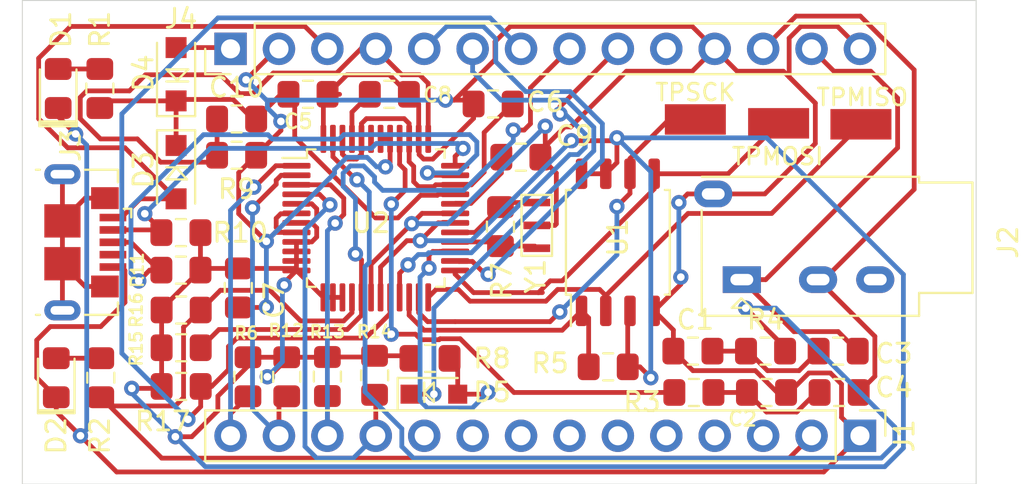
<source format=kicad_pcb>
(kicad_pcb (version 20171130) (host pcbnew "(5.1.6)-1")

  (general
    (thickness 1.6)
    (drawings 25)
    (tracks 592)
    (zones 0)
    (modules 42)
    (nets 50)
  )

  (page A4)
  (layers
    (0 F.Cu signal)
    (31 B.Cu signal)
    (32 B.Adhes user)
    (33 F.Adhes user)
    (34 B.Paste user)
    (35 F.Paste user)
    (36 B.SilkS user)
    (37 F.SilkS user)
    (38 B.Mask user)
    (39 F.Mask user)
    (40 Dwgs.User user)
    (41 Cmts.User user)
    (42 Eco1.User user)
    (43 Eco2.User user)
    (44 Edge.Cuts user)
    (45 Margin user)
    (46 B.CrtYd user)
    (47 F.CrtYd user)
    (48 B.Fab user)
    (49 F.Fab user hide)
  )

  (setup
    (last_trace_width 0.25)
    (trace_clearance 0.2)
    (zone_clearance 0.508)
    (zone_45_only no)
    (trace_min 0.2)
    (via_size 0.8)
    (via_drill 0.4)
    (via_min_size 0.4)
    (via_min_drill 0.3)
    (uvia_size 0.3)
    (uvia_drill 0.1)
    (uvias_allowed no)
    (uvia_min_size 0.2)
    (uvia_min_drill 0.1)
    (edge_width 0.05)
    (segment_width 0.2)
    (pcb_text_width 0.3)
    (pcb_text_size 1.5 1.5)
    (mod_edge_width 0.12)
    (mod_text_size 1 1)
    (mod_text_width 0.15)
    (pad_size 1.524 1.524)
    (pad_drill 0.762)
    (pad_to_mask_clearance 0.05)
    (aux_axis_origin 0 0)
    (visible_elements 7FFFFFFF)
    (pcbplotparams
      (layerselection 0x010fc_ffffffff)
      (usegerberextensions false)
      (usegerberattributes true)
      (usegerberadvancedattributes true)
      (creategerberjobfile true)
      (excludeedgelayer true)
      (linewidth 0.100000)
      (plotframeref false)
      (viasonmask false)
      (mode 1)
      (useauxorigin false)
      (hpglpennumber 1)
      (hpglpenspeed 20)
      (hpglpendiameter 15.000000)
      (psnegative false)
      (psa4output false)
      (plotreference true)
      (plotvalue true)
      (plotinvisibletext false)
      (padsonsilk false)
      (subtractmaskfromsilk false)
      (outputformat 1)
      (mirror false)
      (drillshape 0)
      (scaleselection 1)
      (outputdirectory "Gerbers/"))
  )

  (net 0 "")
  (net 1 "Net-(C1-Pad1)")
  (net 2 GND)
  (net 3 "Net-(C2-Pad1)")
  (net 4 /L_AC)
  (net 5 /R_AC)
  (net 6 /VHIGH)
  (net 7 VDDA)
  (net 8 VDD)
  (net 9 "Net-(C8-Pad1)")
  (net 10 "Net-(C9-Pad2)")
  (net 11 "Net-(C10-Pad1)")
  (net 12 "Net-(D1-Pad2)")
  (net 13 "Net-(D2-Pad2)")
  (net 14 VBUS)
  (net 15 +5V)
  (net 16 /RX_5V)
  (net 17 "Net-(D5-Pad2)")
  (net 18 "Net-(J1-Pad14)")
  (net 19 /GPIO0_0)
  (net 20 /GPIO0_1)
  (net 21 /GPIO0_2)
  (net 22 "Net-(J1-Pad9)")
  (net 23 "Net-(J1-Pad8)")
  (net 24 "Net-(J1-Pad7)")
  (net 25 "Net-(J1-Pad6)")
  (net 26 "Net-(J1-Pad5)")
  (net 27 "Net-(J1-Pad4)")
  (net 28 "Net-(J1-Pad3)")
  (net 29 /Play_Signal)
  (net 30 "Net-(J2-PadR2)")
  (net 31 "Net-(J3-Pad6)")
  (net 32 /D-)
  (net 33 "Net-(J3-Pad4)")
  (net 34 /D+)
  (net 35 /TX)
  (net 36 /GPIO0_11)
  (net 37 /GPIO0_13)
  (net 38 /GPIO0_14)
  (net 39 "Net-(J4-Pad10)")
  (net 40 /Right)
  (net 41 /Left)
  (net 42 /CS)
  (net 43 "Net-(R7-Pad2)")
  (net 44 "Net-(R7-Pad1)")
  (net 45 /MOSI)
  (net 46 /SCK)
  (net 47 /MISO)
  (net 48 "Net-(U2-Pad43)")
  (net 49 "Net-(J1-Pad10)")

  (net_class Default "This is the default net class."
    (clearance 0.2)
    (trace_width 0.25)
    (via_dia 0.8)
    (via_drill 0.4)
    (uvia_dia 0.3)
    (uvia_drill 0.1)
    (add_net +5V)
    (add_net /CS)
    (add_net /D+)
    (add_net /D-)
    (add_net /GPIO0_0)
    (add_net /GPIO0_1)
    (add_net /GPIO0_11)
    (add_net /GPIO0_13)
    (add_net /GPIO0_14)
    (add_net /GPIO0_2)
    (add_net /L_AC)
    (add_net /Left)
    (add_net /MISO)
    (add_net /MOSI)
    (add_net /Play_Signal)
    (add_net /RX_5V)
    (add_net /R_AC)
    (add_net /Right)
    (add_net /SCK)
    (add_net /TX)
    (add_net /VHIGH)
    (add_net GND)
    (add_net "Net-(C1-Pad1)")
    (add_net "Net-(C10-Pad1)")
    (add_net "Net-(C2-Pad1)")
    (add_net "Net-(C8-Pad1)")
    (add_net "Net-(C9-Pad2)")
    (add_net "Net-(D1-Pad2)")
    (add_net "Net-(D2-Pad2)")
    (add_net "Net-(D5-Pad2)")
    (add_net "Net-(J1-Pad10)")
    (add_net "Net-(J1-Pad14)")
    (add_net "Net-(J1-Pad3)")
    (add_net "Net-(J1-Pad4)")
    (add_net "Net-(J1-Pad5)")
    (add_net "Net-(J1-Pad6)")
    (add_net "Net-(J1-Pad7)")
    (add_net "Net-(J1-Pad8)")
    (add_net "Net-(J1-Pad9)")
    (add_net "Net-(J2-PadR2)")
    (add_net "Net-(J3-Pad4)")
    (add_net "Net-(J3-Pad6)")
    (add_net "Net-(J4-Pad10)")
    (add_net "Net-(R7-Pad1)")
    (add_net "Net-(R7-Pad2)")
    (add_net "Net-(U2-Pad43)")
    (add_net VBUS)
    (add_net VDD)
    (add_net VDDA)
  )

  (module Capacitor_SMD:C_0805_2012Metric_Pad1.15x1.40mm_HandSolder (layer F.Cu) (tedit 5B36C52B) (tstamp 5F75D4F7)
    (at 143.637 71.755 180)
    (descr "Capacitor SMD 0805 (2012 Metric), square (rectangular) end terminal, IPC_7351 nominal with elongated pad for handsoldering. (Body size source: https://docs.google.com/spreadsheets/d/1BsfQQcO9C6DZCsRaXUlFlo91Tg2WpOkGARC1WS5S8t0/edit?usp=sharing), generated with kicad-footprint-generator")
    (tags "capacitor handsolder")
    (path /5F768863)
    (attr smd)
    (fp_text reference C1 (at -0.127 1.651) (layer F.SilkS)
      (effects (font (size 1 1) (thickness 0.15)))
    )
    (fp_text value 4.7nF (at 0 1.65) (layer F.Fab)
      (effects (font (size 1 1) (thickness 0.15)))
    )
    (fp_line (start 1.85 0.95) (end -1.85 0.95) (layer F.CrtYd) (width 0.05))
    (fp_line (start 1.85 -0.95) (end 1.85 0.95) (layer F.CrtYd) (width 0.05))
    (fp_line (start -1.85 -0.95) (end 1.85 -0.95) (layer F.CrtYd) (width 0.05))
    (fp_line (start -1.85 0.95) (end -1.85 -0.95) (layer F.CrtYd) (width 0.05))
    (fp_line (start -0.261252 0.71) (end 0.261252 0.71) (layer F.SilkS) (width 0.12))
    (fp_line (start -0.261252 -0.71) (end 0.261252 -0.71) (layer F.SilkS) (width 0.12))
    (fp_line (start 1 0.6) (end -1 0.6) (layer F.Fab) (width 0.1))
    (fp_line (start 1 -0.6) (end 1 0.6) (layer F.Fab) (width 0.1))
    (fp_line (start -1 -0.6) (end 1 -0.6) (layer F.Fab) (width 0.1))
    (fp_line (start -1 0.6) (end -1 -0.6) (layer F.Fab) (width 0.1))
    (fp_text user %R (at 0 0) (layer F.Fab)
      (effects (font (size 0.5 0.5) (thickness 0.08)))
    )
    (pad 1 smd roundrect (at -1.025 0 180) (size 1.15 1.4) (layers F.Cu F.Paste F.Mask) (roundrect_rratio 0.217391)
      (net 1 "Net-(C1-Pad1)"))
    (pad 2 smd roundrect (at 1.025 0 180) (size 1.15 1.4) (layers F.Cu F.Paste F.Mask) (roundrect_rratio 0.217391)
      (net 2 GND))
    (model ${KISYS3DMOD}/Capacitor_SMD.3dshapes/C_0805_2012Metric.wrl
      (at (xyz 0 0 0))
      (scale (xyz 1 1 1))
      (rotate (xyz 0 0 0))
    )
  )

  (module Capacitor_SMD:C_0805_2012Metric_Pad1.15x1.40mm_HandSolder (layer F.Cu) (tedit 5B36C52B) (tstamp 5F75A01E)
    (at 147.4978 73.9267)
    (descr "Capacitor SMD 0805 (2012 Metric), square (rectangular) end terminal, IPC_7351 nominal with elongated pad for handsoldering. (Body size source: https://docs.google.com/spreadsheets/d/1BsfQQcO9C6DZCsRaXUlFlo91Tg2WpOkGARC1WS5S8t0/edit?usp=sharing), generated with kicad-footprint-generator")
    (tags "capacitor handsolder")
    (path /5F772135)
    (attr smd)
    (fp_text reference C2 (at -1.2573 1.3843) (layer F.SilkS)
      (effects (font (size 0.762 0.762) (thickness 0.13335)))
    )
    (fp_text value 4.7nF (at 0 1.65) (layer F.Fab)
      (effects (font (size 1 1) (thickness 0.15)))
    )
    (fp_line (start 1.85 0.95) (end -1.85 0.95) (layer F.CrtYd) (width 0.05))
    (fp_line (start 1.85 -0.95) (end 1.85 0.95) (layer F.CrtYd) (width 0.05))
    (fp_line (start -1.85 -0.95) (end 1.85 -0.95) (layer F.CrtYd) (width 0.05))
    (fp_line (start -1.85 0.95) (end -1.85 -0.95) (layer F.CrtYd) (width 0.05))
    (fp_line (start -0.261252 0.71) (end 0.261252 0.71) (layer F.SilkS) (width 0.12))
    (fp_line (start -0.261252 -0.71) (end 0.261252 -0.71) (layer F.SilkS) (width 0.12))
    (fp_line (start 1 0.6) (end -1 0.6) (layer F.Fab) (width 0.1))
    (fp_line (start 1 -0.6) (end 1 0.6) (layer F.Fab) (width 0.1))
    (fp_line (start -1 -0.6) (end 1 -0.6) (layer F.Fab) (width 0.1))
    (fp_line (start -1 0.6) (end -1 -0.6) (layer F.Fab) (width 0.1))
    (fp_text user %R (at 0 0) (layer F.Fab)
      (effects (font (size 0.5 0.5) (thickness 0.08)))
    )
    (pad 1 smd roundrect (at -1.025 0) (size 1.15 1.4) (layers F.Cu F.Paste F.Mask) (roundrect_rratio 0.217391)
      (net 3 "Net-(C2-Pad1)"))
    (pad 2 smd roundrect (at 1.025 0) (size 1.15 1.4) (layers F.Cu F.Paste F.Mask) (roundrect_rratio 0.217391)
      (net 2 GND))
    (model ${KISYS3DMOD}/Capacitor_SMD.3dshapes/C_0805_2012Metric.wrl
      (at (xyz 0 0 0))
      (scale (xyz 1 1 1))
      (rotate (xyz 0 0 0))
    )
  )

  (module Capacitor_SMD:C_0805_2012Metric_Pad1.15x1.40mm_HandSolder (layer F.Cu) (tedit 5B36C52B) (tstamp 5F763A71)
    (at 151.257 71.755 180)
    (descr "Capacitor SMD 0805 (2012 Metric), square (rectangular) end terminal, IPC_7351 nominal with elongated pad for handsoldering. (Body size source: https://docs.google.com/spreadsheets/d/1BsfQQcO9C6DZCsRaXUlFlo91Tg2WpOkGARC1WS5S8t0/edit?usp=sharing), generated with kicad-footprint-generator")
    (tags "capacitor handsolder")
    (path /5F76A211)
    (attr smd)
    (fp_text reference C3 (at -2.921 -0.127) (layer F.SilkS)
      (effects (font (size 1 1) (thickness 0.15)))
    )
    (fp_text value 10uF (at 0 1.65) (layer F.Fab)
      (effects (font (size 1 1) (thickness 0.15)))
    )
    (fp_line (start -1 0.6) (end -1 -0.6) (layer F.Fab) (width 0.1))
    (fp_line (start -1 -0.6) (end 1 -0.6) (layer F.Fab) (width 0.1))
    (fp_line (start 1 -0.6) (end 1 0.6) (layer F.Fab) (width 0.1))
    (fp_line (start 1 0.6) (end -1 0.6) (layer F.Fab) (width 0.1))
    (fp_line (start -0.261252 -0.71) (end 0.261252 -0.71) (layer F.SilkS) (width 0.12))
    (fp_line (start -0.261252 0.71) (end 0.261252 0.71) (layer F.SilkS) (width 0.12))
    (fp_line (start -1.85 0.95) (end -1.85 -0.95) (layer F.CrtYd) (width 0.05))
    (fp_line (start -1.85 -0.95) (end 1.85 -0.95) (layer F.CrtYd) (width 0.05))
    (fp_line (start 1.85 -0.95) (end 1.85 0.95) (layer F.CrtYd) (width 0.05))
    (fp_line (start 1.85 0.95) (end -1.85 0.95) (layer F.CrtYd) (width 0.05))
    (fp_text user %R (at 0 0) (layer F.Fab)
      (effects (font (size 0.5 0.5) (thickness 0.08)))
    )
    (pad 2 smd roundrect (at 1.025 0 180) (size 1.15 1.4) (layers F.Cu F.Paste F.Mask) (roundrect_rratio 0.217391)
      (net 1 "Net-(C1-Pad1)"))
    (pad 1 smd roundrect (at -1.025 0 180) (size 1.15 1.4) (layers F.Cu F.Paste F.Mask) (roundrect_rratio 0.217391)
      (net 4 /L_AC))
    (model ${KISYS3DMOD}/Capacitor_SMD.3dshapes/C_0805_2012Metric.wrl
      (at (xyz 0 0 0))
      (scale (xyz 1 1 1))
      (rotate (xyz 0 0 0))
    )
  )

  (module Capacitor_SMD:C_0805_2012Metric_Pad1.15x1.40mm_HandSolder (layer F.Cu) (tedit 5B36C52B) (tstamp 5F75D578)
    (at 151.3078 73.9267 180)
    (descr "Capacitor SMD 0805 (2012 Metric), square (rectangular) end terminal, IPC_7351 nominal with elongated pad for handsoldering. (Body size source: https://docs.google.com/spreadsheets/d/1BsfQQcO9C6DZCsRaXUlFlo91Tg2WpOkGARC1WS5S8t0/edit?usp=sharing), generated with kicad-footprint-generator")
    (tags "capacitor handsolder")
    (path /5F772866)
    (attr smd)
    (fp_text reference C4 (at -2.8702 0.2667) (layer F.SilkS)
      (effects (font (size 1 1) (thickness 0.15)))
    )
    (fp_text value 10uF (at 0 1.65) (layer F.Fab)
      (effects (font (size 1 1) (thickness 0.15)))
    )
    (fp_line (start -1 0.6) (end -1 -0.6) (layer F.Fab) (width 0.1))
    (fp_line (start -1 -0.6) (end 1 -0.6) (layer F.Fab) (width 0.1))
    (fp_line (start 1 -0.6) (end 1 0.6) (layer F.Fab) (width 0.1))
    (fp_line (start 1 0.6) (end -1 0.6) (layer F.Fab) (width 0.1))
    (fp_line (start -0.261252 -0.71) (end 0.261252 -0.71) (layer F.SilkS) (width 0.12))
    (fp_line (start -0.261252 0.71) (end 0.261252 0.71) (layer F.SilkS) (width 0.12))
    (fp_line (start -1.85 0.95) (end -1.85 -0.95) (layer F.CrtYd) (width 0.05))
    (fp_line (start -1.85 -0.95) (end 1.85 -0.95) (layer F.CrtYd) (width 0.05))
    (fp_line (start 1.85 -0.95) (end 1.85 0.95) (layer F.CrtYd) (width 0.05))
    (fp_line (start 1.85 0.95) (end -1.85 0.95) (layer F.CrtYd) (width 0.05))
    (fp_text user %R (at 0 0) (layer F.Fab)
      (effects (font (size 0.5 0.5) (thickness 0.08)))
    )
    (pad 2 smd roundrect (at 1.025 0 180) (size 1.15 1.4) (layers F.Cu F.Paste F.Mask) (roundrect_rratio 0.217391)
      (net 3 "Net-(C2-Pad1)"))
    (pad 1 smd roundrect (at -1.025 0 180) (size 1.15 1.4) (layers F.Cu F.Paste F.Mask) (roundrect_rratio 0.217391)
      (net 5 /R_AC))
    (model ${KISYS3DMOD}/Capacitor_SMD.3dshapes/C_0805_2012Metric.wrl
      (at (xyz 0 0 0))
      (scale (xyz 1 1 1))
      (rotate (xyz 0 0 0))
    )
  )

  (module Capacitor_SMD:C_0805_2012Metric_Pad1.15x1.40mm_HandSolder (layer F.Cu) (tedit 5B36C52B) (tstamp 5F75A051)
    (at 123.444 58.2676 180)
    (descr "Capacitor SMD 0805 (2012 Metric), square (rectangular) end terminal, IPC_7351 nominal with elongated pad for handsoldering. (Body size source: https://docs.google.com/spreadsheets/d/1BsfQQcO9C6DZCsRaXUlFlo91Tg2WpOkGARC1WS5S8t0/edit?usp=sharing), generated with kicad-footprint-generator")
    (tags "capacitor handsolder")
    (path /5F801921)
    (attr smd)
    (fp_text reference C5 (at 0.508 -1.4224) (layer F.SilkS)
      (effects (font (size 0.762 0.762) (thickness 0.13335)))
    )
    (fp_text value 10uF (at 0 1.65) (layer F.Fab)
      (effects (font (size 1 1) (thickness 0.15)))
    )
    (fp_line (start -1 0.6) (end -1 -0.6) (layer F.Fab) (width 0.1))
    (fp_line (start -1 -0.6) (end 1 -0.6) (layer F.Fab) (width 0.1))
    (fp_line (start 1 -0.6) (end 1 0.6) (layer F.Fab) (width 0.1))
    (fp_line (start 1 0.6) (end -1 0.6) (layer F.Fab) (width 0.1))
    (fp_line (start -0.261252 -0.71) (end 0.261252 -0.71) (layer F.SilkS) (width 0.12))
    (fp_line (start -0.261252 0.71) (end 0.261252 0.71) (layer F.SilkS) (width 0.12))
    (fp_line (start -1.85 0.95) (end -1.85 -0.95) (layer F.CrtYd) (width 0.05))
    (fp_line (start -1.85 -0.95) (end 1.85 -0.95) (layer F.CrtYd) (width 0.05))
    (fp_line (start 1.85 -0.95) (end 1.85 0.95) (layer F.CrtYd) (width 0.05))
    (fp_line (start 1.85 0.95) (end -1.85 0.95) (layer F.CrtYd) (width 0.05))
    (fp_text user %R (at 0 0) (layer F.Fab)
      (effects (font (size 0.5 0.5) (thickness 0.08)))
    )
    (pad 2 smd roundrect (at 1.025 0 180) (size 1.15 1.4) (layers F.Cu F.Paste F.Mask) (roundrect_rratio 0.217391)
      (net 6 /VHIGH))
    (pad 1 smd roundrect (at -1.025 0 180) (size 1.15 1.4) (layers F.Cu F.Paste F.Mask) (roundrect_rratio 0.217391)
      (net 2 GND))
    (model ${KISYS3DMOD}/Capacitor_SMD.3dshapes/C_0805_2012Metric.wrl
      (at (xyz 0 0 0))
      (scale (xyz 1 1 1))
      (rotate (xyz 0 0 0))
    )
  )

  (module Capacitor_SMD:C_0805_2012Metric_Pad1.15x1.40mm_HandSolder (layer F.Cu) (tedit 5B36C52B) (tstamp 5F75A062)
    (at 133.1558 58.7756)
    (descr "Capacitor SMD 0805 (2012 Metric), square (rectangular) end terminal, IPC_7351 nominal with elongated pad for handsoldering. (Body size source: https://docs.google.com/spreadsheets/d/1BsfQQcO9C6DZCsRaXUlFlo91Tg2WpOkGARC1WS5S8t0/edit?usp=sharing), generated with kicad-footprint-generator")
    (tags "capacitor handsolder")
    (path /5F81C29C)
    (attr smd)
    (fp_text reference C6 (at 2.7342 -0.1016) (layer F.SilkS)
      (effects (font (size 1 1) (thickness 0.15)))
    )
    (fp_text value 10uF (at 0 1.65) (layer F.Fab)
      (effects (font (size 1 1) (thickness 0.15)))
    )
    (fp_line (start 1.85 0.95) (end -1.85 0.95) (layer F.CrtYd) (width 0.05))
    (fp_line (start 1.85 -0.95) (end 1.85 0.95) (layer F.CrtYd) (width 0.05))
    (fp_line (start -1.85 -0.95) (end 1.85 -0.95) (layer F.CrtYd) (width 0.05))
    (fp_line (start -1.85 0.95) (end -1.85 -0.95) (layer F.CrtYd) (width 0.05))
    (fp_line (start -0.261252 0.71) (end 0.261252 0.71) (layer F.SilkS) (width 0.12))
    (fp_line (start -0.261252 -0.71) (end 0.261252 -0.71) (layer F.SilkS) (width 0.12))
    (fp_line (start 1 0.6) (end -1 0.6) (layer F.Fab) (width 0.1))
    (fp_line (start 1 -0.6) (end 1 0.6) (layer F.Fab) (width 0.1))
    (fp_line (start -1 -0.6) (end 1 -0.6) (layer F.Fab) (width 0.1))
    (fp_line (start -1 0.6) (end -1 -0.6) (layer F.Fab) (width 0.1))
    (fp_text user %R (at 0 0) (layer F.Fab)
      (effects (font (size 0.5 0.5) (thickness 0.08)))
    )
    (pad 1 smd roundrect (at -1.025 0) (size 1.15 1.4) (layers F.Cu F.Paste F.Mask) (roundrect_rratio 0.217391)
      (net 2 GND))
    (pad 2 smd roundrect (at 1.025 0) (size 1.15 1.4) (layers F.Cu F.Paste F.Mask) (roundrect_rratio 0.217391)
      (net 7 VDDA))
    (model ${KISYS3DMOD}/Capacitor_SMD.3dshapes/C_0805_2012Metric.wrl
      (at (xyz 0 0 0))
      (scale (xyz 1 1 1))
      (rotate (xyz 0 0 0))
    )
  )

  (module Capacitor_SMD:C_0805_2012Metric_Pad1.15x1.40mm_HandSolder (layer F.Cu) (tedit 5B36C52B) (tstamp 5F75A073)
    (at 119.7864 68.4366 90)
    (descr "Capacitor SMD 0805 (2012 Metric), square (rectangular) end terminal, IPC_7351 nominal with elongated pad for handsoldering. (Body size source: https://docs.google.com/spreadsheets/d/1BsfQQcO9C6DZCsRaXUlFlo91Tg2WpOkGARC1WS5S8t0/edit?usp=sharing), generated with kicad-footprint-generator")
    (tags "capacitor handsolder")
    (path /5F81DE1F)
    (attr smd)
    (fp_text reference C7 (at -0.6514 1.8796 90) (layer F.SilkS)
      (effects (font (size 1 1) (thickness 0.15)))
    )
    (fp_text value 10uF (at 0 1.65 90) (layer F.Fab)
      (effects (font (size 1 1) (thickness 0.15)))
    )
    (fp_line (start -1 0.6) (end -1 -0.6) (layer F.Fab) (width 0.1))
    (fp_line (start -1 -0.6) (end 1 -0.6) (layer F.Fab) (width 0.1))
    (fp_line (start 1 -0.6) (end 1 0.6) (layer F.Fab) (width 0.1))
    (fp_line (start 1 0.6) (end -1 0.6) (layer F.Fab) (width 0.1))
    (fp_line (start -0.261252 -0.71) (end 0.261252 -0.71) (layer F.SilkS) (width 0.12))
    (fp_line (start -0.261252 0.71) (end 0.261252 0.71) (layer F.SilkS) (width 0.12))
    (fp_line (start -1.85 0.95) (end -1.85 -0.95) (layer F.CrtYd) (width 0.05))
    (fp_line (start -1.85 -0.95) (end 1.85 -0.95) (layer F.CrtYd) (width 0.05))
    (fp_line (start 1.85 -0.95) (end 1.85 0.95) (layer F.CrtYd) (width 0.05))
    (fp_line (start 1.85 0.95) (end -1.85 0.95) (layer F.CrtYd) (width 0.05))
    (fp_text user %R (at 0 0 90) (layer F.Fab)
      (effects (font (size 0.5 0.5) (thickness 0.08)))
    )
    (pad 2 smd roundrect (at 1.025 0 90) (size 1.15 1.4) (layers F.Cu F.Paste F.Mask) (roundrect_rratio 0.217391)
      (net 8 VDD))
    (pad 1 smd roundrect (at -1.025 0 90) (size 1.15 1.4) (layers F.Cu F.Paste F.Mask) (roundrect_rratio 0.217391)
      (net 2 GND))
    (model ${KISYS3DMOD}/Capacitor_SMD.3dshapes/C_0805_2012Metric.wrl
      (at (xyz 0 0 0))
      (scale (xyz 1 1 1))
      (rotate (xyz 0 0 0))
    )
  )

  (module Capacitor_SMD:C_0805_2012Metric_Pad1.15x1.40mm_HandSolder (layer F.Cu) (tedit 5B36C52B) (tstamp 5F75A084)
    (at 127.7112 58.2676)
    (descr "Capacitor SMD 0805 (2012 Metric), square (rectangular) end terminal, IPC_7351 nominal with elongated pad for handsoldering. (Body size source: https://docs.google.com/spreadsheets/d/1BsfQQcO9C6DZCsRaXUlFlo91Tg2WpOkGARC1WS5S8t0/edit?usp=sharing), generated with kicad-footprint-generator")
    (tags "capacitor handsolder")
    (path /5F7482C2)
    (attr smd)
    (fp_text reference C8 (at 2.5273 0.0254 180) (layer F.SilkS)
      (effects (font (size 0.762 0.762) (thickness 0.13335)))
    )
    (fp_text value 1uF (at 0 1.65) (layer F.Fab)
      (effects (font (size 1 1) (thickness 0.15)))
    )
    (fp_line (start 1.85 0.95) (end -1.85 0.95) (layer F.CrtYd) (width 0.05))
    (fp_line (start 1.85 -0.95) (end 1.85 0.95) (layer F.CrtYd) (width 0.05))
    (fp_line (start -1.85 -0.95) (end 1.85 -0.95) (layer F.CrtYd) (width 0.05))
    (fp_line (start -1.85 0.95) (end -1.85 -0.95) (layer F.CrtYd) (width 0.05))
    (fp_line (start -0.261252 0.71) (end 0.261252 0.71) (layer F.SilkS) (width 0.12))
    (fp_line (start -0.261252 -0.71) (end 0.261252 -0.71) (layer F.SilkS) (width 0.12))
    (fp_line (start 1 0.6) (end -1 0.6) (layer F.Fab) (width 0.1))
    (fp_line (start 1 -0.6) (end 1 0.6) (layer F.Fab) (width 0.1))
    (fp_line (start -1 -0.6) (end 1 -0.6) (layer F.Fab) (width 0.1))
    (fp_line (start -1 0.6) (end -1 -0.6) (layer F.Fab) (width 0.1))
    (fp_text user %R (at 0 0) (layer F.Fab)
      (effects (font (size 0.5 0.5) (thickness 0.08)))
    )
    (pad 1 smd roundrect (at -1.025 0) (size 1.15 1.4) (layers F.Cu F.Paste F.Mask) (roundrect_rratio 0.217391)
      (net 9 "Net-(C8-Pad1)"))
    (pad 2 smd roundrect (at 1.025 0) (size 1.15 1.4) (layers F.Cu F.Paste F.Mask) (roundrect_rratio 0.217391)
      (net 2 GND))
    (model ${KISYS3DMOD}/Capacitor_SMD.3dshapes/C_0805_2012Metric.wrl
      (at (xyz 0 0 0))
      (scale (xyz 1 1 1))
      (rotate (xyz 0 0 0))
    )
  )

  (module Capacitor_SMD:C_0805_2012Metric_Pad1.15x1.40mm_HandSolder (layer F.Cu) (tedit 5B36C52B) (tstamp 5F75A095)
    (at 134.611 61.5696 180)
    (descr "Capacitor SMD 0805 (2012 Metric), square (rectangular) end terminal, IPC_7351 nominal with elongated pad for handsoldering. (Body size source: https://docs.google.com/spreadsheets/d/1BsfQQcO9C6DZCsRaXUlFlo91Tg2WpOkGARC1WS5S8t0/edit?usp=sharing), generated with kicad-footprint-generator")
    (tags "capacitor handsolder")
    (path /5F767001)
    (attr smd)
    (fp_text reference C9 (at -2.803 1.1176) (layer F.SilkS)
      (effects (font (size 1 1) (thickness 0.15)))
    )
    (fp_text value 10uF (at 0 1.65) (layer F.Fab)
      (effects (font (size 1 1) (thickness 0.15)))
    )
    (fp_line (start -1 0.6) (end -1 -0.6) (layer F.Fab) (width 0.1))
    (fp_line (start -1 -0.6) (end 1 -0.6) (layer F.Fab) (width 0.1))
    (fp_line (start 1 -0.6) (end 1 0.6) (layer F.Fab) (width 0.1))
    (fp_line (start 1 0.6) (end -1 0.6) (layer F.Fab) (width 0.1))
    (fp_line (start -0.261252 -0.71) (end 0.261252 -0.71) (layer F.SilkS) (width 0.12))
    (fp_line (start -0.261252 0.71) (end 0.261252 0.71) (layer F.SilkS) (width 0.12))
    (fp_line (start -1.85 0.95) (end -1.85 -0.95) (layer F.CrtYd) (width 0.05))
    (fp_line (start -1.85 -0.95) (end 1.85 -0.95) (layer F.CrtYd) (width 0.05))
    (fp_line (start 1.85 -0.95) (end 1.85 0.95) (layer F.CrtYd) (width 0.05))
    (fp_line (start 1.85 0.95) (end -1.85 0.95) (layer F.CrtYd) (width 0.05))
    (fp_text user %R (at 0 0) (layer F.Fab)
      (effects (font (size 0.5 0.5) (thickness 0.08)))
    )
    (pad 2 smd roundrect (at 1.025 0 180) (size 1.15 1.4) (layers F.Cu F.Paste F.Mask) (roundrect_rratio 0.217391)
      (net 10 "Net-(C9-Pad2)"))
    (pad 1 smd roundrect (at -1.025 0 180) (size 1.15 1.4) (layers F.Cu F.Paste F.Mask) (roundrect_rratio 0.217391)
      (net 2 GND))
    (model ${KISYS3DMOD}/Capacitor_SMD.3dshapes/C_0805_2012Metric.wrl
      (at (xyz 0 0 0))
      (scale (xyz 1 1 1))
      (rotate (xyz 0 0 0))
    )
  )

  (module Capacitor_SMD:C_0805_2012Metric_Pad1.15x1.40mm_HandSolder (layer F.Cu) (tedit 5B36C52B) (tstamp 5F75A0A6)
    (at 119.6975 59.563)
    (descr "Capacitor SMD 0805 (2012 Metric), square (rectangular) end terminal, IPC_7351 nominal with elongated pad for handsoldering. (Body size source: https://docs.google.com/spreadsheets/d/1BsfQQcO9C6DZCsRaXUlFlo91Tg2WpOkGARC1WS5S8t0/edit?usp=sharing), generated with kicad-footprint-generator")
    (tags "capacitor handsolder")
    (path /5F7C3E96)
    (attr smd)
    (fp_text reference C10 (at 0 -1.65) (layer F.SilkS)
      (effects (font (size 1 1) (thickness 0.15)))
    )
    (fp_text value 1uF (at 0 1.65) (layer F.Fab)
      (effects (font (size 1 1) (thickness 0.15)))
    )
    (fp_line (start 1.85 0.95) (end -1.85 0.95) (layer F.CrtYd) (width 0.05))
    (fp_line (start 1.85 -0.95) (end 1.85 0.95) (layer F.CrtYd) (width 0.05))
    (fp_line (start -1.85 -0.95) (end 1.85 -0.95) (layer F.CrtYd) (width 0.05))
    (fp_line (start -1.85 0.95) (end -1.85 -0.95) (layer F.CrtYd) (width 0.05))
    (fp_line (start -0.261252 0.71) (end 0.261252 0.71) (layer F.SilkS) (width 0.12))
    (fp_line (start -0.261252 -0.71) (end 0.261252 -0.71) (layer F.SilkS) (width 0.12))
    (fp_line (start 1 0.6) (end -1 0.6) (layer F.Fab) (width 0.1))
    (fp_line (start 1 -0.6) (end 1 0.6) (layer F.Fab) (width 0.1))
    (fp_line (start -1 -0.6) (end 1 -0.6) (layer F.Fab) (width 0.1))
    (fp_line (start -1 0.6) (end -1 -0.6) (layer F.Fab) (width 0.1))
    (fp_text user %R (at 0 0) (layer F.Fab)
      (effects (font (size 0.5 0.5) (thickness 0.08)))
    )
    (pad 1 smd roundrect (at -1.025 0) (size 1.15 1.4) (layers F.Cu F.Paste F.Mask) (roundrect_rratio 0.217391)
      (net 11 "Net-(C10-Pad1)"))
    (pad 2 smd roundrect (at 1.025 0) (size 1.15 1.4) (layers F.Cu F.Paste F.Mask) (roundrect_rratio 0.217391)
      (net 6 /VHIGH))
    (model ${KISYS3DMOD}/Capacitor_SMD.3dshapes/C_0805_2012Metric.wrl
      (at (xyz 0 0 0))
      (scale (xyz 1 1 1))
      (rotate (xyz 0 0 0))
    )
  )

  (module LED_SMD:LED_0805_2012Metric_Pad1.15x1.40mm_HandSolder (layer F.Cu) (tedit 5B4B45C9) (tstamp 5F75A0B9)
    (at 110.3376 57.9628 90)
    (descr "LED SMD 0805 (2012 Metric), square (rectangular) end terminal, IPC_7351 nominal, (Body size source: https://docs.google.com/spreadsheets/d/1BsfQQcO9C6DZCsRaXUlFlo91Tg2WpOkGARC1WS5S8t0/edit?usp=sharing), generated with kicad-footprint-generator")
    (tags "LED handsolder")
    (path /5F757BA9)
    (attr smd)
    (fp_text reference D1 (at 3.0988 0.1524 90) (layer F.SilkS)
      (effects (font (size 1 1) (thickness 0.15)))
    )
    (fp_text value "PWR LED" (at 0 1.65 90) (layer F.Fab)
      (effects (font (size 1 1) (thickness 0.15)))
    )
    (fp_line (start 1.85 0.95) (end -1.85 0.95) (layer F.CrtYd) (width 0.05))
    (fp_line (start 1.85 -0.95) (end 1.85 0.95) (layer F.CrtYd) (width 0.05))
    (fp_line (start -1.85 -0.95) (end 1.85 -0.95) (layer F.CrtYd) (width 0.05))
    (fp_line (start -1.85 0.95) (end -1.85 -0.95) (layer F.CrtYd) (width 0.05))
    (fp_line (start -1.86 0.96) (end 1 0.96) (layer F.SilkS) (width 0.12))
    (fp_line (start -1.86 -0.96) (end -1.86 0.96) (layer F.SilkS) (width 0.12))
    (fp_line (start 1 -0.96) (end -1.86 -0.96) (layer F.SilkS) (width 0.12))
    (fp_line (start 1 0.6) (end 1 -0.6) (layer F.Fab) (width 0.1))
    (fp_line (start -1 0.6) (end 1 0.6) (layer F.Fab) (width 0.1))
    (fp_line (start -1 -0.3) (end -1 0.6) (layer F.Fab) (width 0.1))
    (fp_line (start -0.7 -0.6) (end -1 -0.3) (layer F.Fab) (width 0.1))
    (fp_line (start 1 -0.6) (end -0.7 -0.6) (layer F.Fab) (width 0.1))
    (fp_text user %R (at 0 0 90) (layer F.Fab)
      (effects (font (size 0.5 0.5) (thickness 0.08)))
    )
    (pad 1 smd roundrect (at -1.025 0 90) (size 1.15 1.4) (layers F.Cu F.Paste F.Mask) (roundrect_rratio 0.217391)
      (net 2 GND))
    (pad 2 smd roundrect (at 1.025 0 90) (size 1.15 1.4) (layers F.Cu F.Paste F.Mask) (roundrect_rratio 0.217391)
      (net 12 "Net-(D1-Pad2)"))
    (model ${KISYS3DMOD}/LED_SMD.3dshapes/LED_0805_2012Metric.wrl
      (at (xyz 0 0 0))
      (scale (xyz 1 1 1))
      (rotate (xyz 0 0 0))
    )
  )

  (module LED_SMD:LED_0805_2012Metric_Pad1.15x1.40mm_HandSolder (layer F.Cu) (tedit 5B4B45C9) (tstamp 5F75A0CC)
    (at 110.236 73.152 90)
    (descr "LED SMD 0805 (2012 Metric), square (rectangular) end terminal, IPC_7351 nominal, (Body size source: https://docs.google.com/spreadsheets/d/1BsfQQcO9C6DZCsRaXUlFlo91Tg2WpOkGARC1WS5S8t0/edit?usp=sharing), generated with kicad-footprint-generator")
    (tags "LED handsolder")
    (path /5F75CCFD)
    (attr smd)
    (fp_text reference D2 (at -3.048 0 90) (layer F.SilkS)
      (effects (font (size 1 1) (thickness 0.15)))
    )
    (fp_text value "Play LED" (at 0 1.65 90) (layer F.Fab)
      (effects (font (size 1 1) (thickness 0.15)))
    )
    (fp_line (start 1 -0.6) (end -0.7 -0.6) (layer F.Fab) (width 0.1))
    (fp_line (start -0.7 -0.6) (end -1 -0.3) (layer F.Fab) (width 0.1))
    (fp_line (start -1 -0.3) (end -1 0.6) (layer F.Fab) (width 0.1))
    (fp_line (start -1 0.6) (end 1 0.6) (layer F.Fab) (width 0.1))
    (fp_line (start 1 0.6) (end 1 -0.6) (layer F.Fab) (width 0.1))
    (fp_line (start 1 -0.96) (end -1.86 -0.96) (layer F.SilkS) (width 0.12))
    (fp_line (start -1.86 -0.96) (end -1.86 0.96) (layer F.SilkS) (width 0.12))
    (fp_line (start -1.86 0.96) (end 1 0.96) (layer F.SilkS) (width 0.12))
    (fp_line (start -1.85 0.95) (end -1.85 -0.95) (layer F.CrtYd) (width 0.05))
    (fp_line (start -1.85 -0.95) (end 1.85 -0.95) (layer F.CrtYd) (width 0.05))
    (fp_line (start 1.85 -0.95) (end 1.85 0.95) (layer F.CrtYd) (width 0.05))
    (fp_line (start 1.85 0.95) (end -1.85 0.95) (layer F.CrtYd) (width 0.05))
    (fp_text user %R (at 0 0 90) (layer F.Fab)
      (effects (font (size 0.5 0.5) (thickness 0.08)))
    )
    (pad 2 smd roundrect (at 1.025 0 90) (size 1.15 1.4) (layers F.Cu F.Paste F.Mask) (roundrect_rratio 0.217391)
      (net 13 "Net-(D2-Pad2)"))
    (pad 1 smd roundrect (at -1.025 0 90) (size 1.15 1.4) (layers F.Cu F.Paste F.Mask) (roundrect_rratio 0.217391)
      (net 2 GND))
    (model ${KISYS3DMOD}/LED_SMD.3dshapes/LED_0805_2012Metric.wrl
      (at (xyz 0 0 0))
      (scale (xyz 1 1 1))
      (rotate (xyz 0 0 0))
    )
  )

  (module Diode_SMD:D_SOD-123F (layer F.Cu) (tedit 587F7769) (tstamp 5F75A0E5)
    (at 116.5225 62.357 270)
    (descr D_SOD-123F)
    (tags D_SOD-123F)
    (path /5F7B9136)
    (attr smd)
    (fp_text reference D3 (at -0.127 1.7145 90) (layer F.SilkS)
      (effects (font (size 1 1) (thickness 0.15)))
    )
    (fp_text value D_Schottky (at 0 2.1 90) (layer F.Fab)
      (effects (font (size 1 1) (thickness 0.15)))
    )
    (fp_line (start -2.2 -1) (end 1.65 -1) (layer F.SilkS) (width 0.12))
    (fp_line (start -2.2 1) (end 1.65 1) (layer F.SilkS) (width 0.12))
    (fp_line (start -2.2 -1.15) (end -2.2 1.15) (layer F.CrtYd) (width 0.05))
    (fp_line (start 2.2 1.15) (end -2.2 1.15) (layer F.CrtYd) (width 0.05))
    (fp_line (start 2.2 -1.15) (end 2.2 1.15) (layer F.CrtYd) (width 0.05))
    (fp_line (start -2.2 -1.15) (end 2.2 -1.15) (layer F.CrtYd) (width 0.05))
    (fp_line (start -1.4 -0.9) (end 1.4 -0.9) (layer F.Fab) (width 0.1))
    (fp_line (start 1.4 -0.9) (end 1.4 0.9) (layer F.Fab) (width 0.1))
    (fp_line (start 1.4 0.9) (end -1.4 0.9) (layer F.Fab) (width 0.1))
    (fp_line (start -1.4 0.9) (end -1.4 -0.9) (layer F.Fab) (width 0.1))
    (fp_line (start -0.75 0) (end -0.35 0) (layer F.Fab) (width 0.1))
    (fp_line (start -0.35 0) (end -0.35 -0.55) (layer F.Fab) (width 0.1))
    (fp_line (start -0.35 0) (end -0.35 0.55) (layer F.Fab) (width 0.1))
    (fp_line (start -0.35 0) (end 0.25 -0.4) (layer F.Fab) (width 0.1))
    (fp_line (start 0.25 -0.4) (end 0.25 0.4) (layer F.Fab) (width 0.1))
    (fp_line (start 0.25 0.4) (end -0.35 0) (layer F.Fab) (width 0.1))
    (fp_line (start 0.25 0) (end 0.75 0) (layer F.Fab) (width 0.1))
    (fp_line (start -2.2 -1) (end -2.2 1) (layer F.SilkS) (width 0.12))
    (fp_text user %R (at -0.127 -1.905 90) (layer F.Fab)
      (effects (font (size 1 1) (thickness 0.15)))
    )
    (pad 1 smd rect (at -1.4 0 270) (size 1.1 1.1) (layers F.Cu F.Paste F.Mask)
      (net 6 /VHIGH))
    (pad 2 smd rect (at 1.4 0 270) (size 1.1 1.1) (layers F.Cu F.Paste F.Mask)
      (net 14 VBUS))
    (model ${KISYS3DMOD}/Diode_SMD.3dshapes/D_SOD-123F.wrl
      (at (xyz 0 0 0))
      (scale (xyz 1 1 1))
      (rotate (xyz 0 0 0))
    )
  )

  (module Diode_SMD:D_SOD-123F (layer F.Cu) (tedit 587F7769) (tstamp 5F75A0FE)
    (at 116.5225 57.2135 90)
    (descr D_SOD-123F)
    (tags D_SOD-123F)
    (path /5F7B8B61)
    (attr smd)
    (fp_text reference D4 (at 0.0635 -1.7145 90) (layer F.SilkS)
      (effects (font (size 1 1) (thickness 0.15)))
    )
    (fp_text value D_Schottky (at 0 2.1 90) (layer F.Fab)
      (effects (font (size 1 1) (thickness 0.15)))
    )
    (fp_line (start -2.2 -1) (end -2.2 1) (layer F.SilkS) (width 0.12))
    (fp_line (start 0.25 0) (end 0.75 0) (layer F.Fab) (width 0.1))
    (fp_line (start 0.25 0.4) (end -0.35 0) (layer F.Fab) (width 0.1))
    (fp_line (start 0.25 -0.4) (end 0.25 0.4) (layer F.Fab) (width 0.1))
    (fp_line (start -0.35 0) (end 0.25 -0.4) (layer F.Fab) (width 0.1))
    (fp_line (start -0.35 0) (end -0.35 0.55) (layer F.Fab) (width 0.1))
    (fp_line (start -0.35 0) (end -0.35 -0.55) (layer F.Fab) (width 0.1))
    (fp_line (start -0.75 0) (end -0.35 0) (layer F.Fab) (width 0.1))
    (fp_line (start -1.4 0.9) (end -1.4 -0.9) (layer F.Fab) (width 0.1))
    (fp_line (start 1.4 0.9) (end -1.4 0.9) (layer F.Fab) (width 0.1))
    (fp_line (start 1.4 -0.9) (end 1.4 0.9) (layer F.Fab) (width 0.1))
    (fp_line (start -1.4 -0.9) (end 1.4 -0.9) (layer F.Fab) (width 0.1))
    (fp_line (start -2.2 -1.15) (end 2.2 -1.15) (layer F.CrtYd) (width 0.05))
    (fp_line (start 2.2 -1.15) (end 2.2 1.15) (layer F.CrtYd) (width 0.05))
    (fp_line (start 2.2 1.15) (end -2.2 1.15) (layer F.CrtYd) (width 0.05))
    (fp_line (start -2.2 -1.15) (end -2.2 1.15) (layer F.CrtYd) (width 0.05))
    (fp_line (start -2.2 1) (end 1.65 1) (layer F.SilkS) (width 0.12))
    (fp_line (start -2.2 -1) (end 1.65 -1) (layer F.SilkS) (width 0.12))
    (fp_text user %R (at -0.127 -1.905 90) (layer F.Fab)
      (effects (font (size 1 1) (thickness 0.15)))
    )
    (pad 2 smd rect (at 1.4 0 90) (size 1.1 1.1) (layers F.Cu F.Paste F.Mask)
      (net 15 +5V))
    (pad 1 smd rect (at -1.4 0 90) (size 1.1 1.1) (layers F.Cu F.Paste F.Mask)
      (net 6 /VHIGH))
    (model ${KISYS3DMOD}/Diode_SMD.3dshapes/D_SOD-123F.wrl
      (at (xyz 0 0 0))
      (scale (xyz 1 1 1))
      (rotate (xyz 0 0 0))
    )
  )

  (module Diode_SMD:D_SOD-323_HandSoldering (layer F.Cu) (tedit 58641869) (tstamp 5F75A116)
    (at 130.048 74.0156)
    (descr SOD-323)
    (tags SOD-323)
    (path /5F792E1E)
    (attr smd)
    (fp_text reference D5 (at 3.048 -0.1016) (layer F.SilkS)
      (effects (font (size 1 1) (thickness 0.15)))
    )
    (fp_text value 1N4148 (at 0.1 1.9) (layer F.Fab)
      (effects (font (size 1 1) (thickness 0.15)))
    )
    (fp_line (start -1.9 -0.85) (end 1.25 -0.85) (layer F.SilkS) (width 0.12))
    (fp_line (start -1.9 0.85) (end 1.25 0.85) (layer F.SilkS) (width 0.12))
    (fp_line (start -2 -0.95) (end -2 0.95) (layer F.CrtYd) (width 0.05))
    (fp_line (start -2 0.95) (end 2 0.95) (layer F.CrtYd) (width 0.05))
    (fp_line (start 2 -0.95) (end 2 0.95) (layer F.CrtYd) (width 0.05))
    (fp_line (start -2 -0.95) (end 2 -0.95) (layer F.CrtYd) (width 0.05))
    (fp_line (start -0.9 -0.7) (end 0.9 -0.7) (layer F.Fab) (width 0.1))
    (fp_line (start 0.9 -0.7) (end 0.9 0.7) (layer F.Fab) (width 0.1))
    (fp_line (start 0.9 0.7) (end -0.9 0.7) (layer F.Fab) (width 0.1))
    (fp_line (start -0.9 0.7) (end -0.9 -0.7) (layer F.Fab) (width 0.1))
    (fp_line (start -0.3 -0.35) (end -0.3 0.35) (layer F.Fab) (width 0.1))
    (fp_line (start -0.3 0) (end -0.5 0) (layer F.Fab) (width 0.1))
    (fp_line (start -0.3 0) (end 0.2 -0.35) (layer F.Fab) (width 0.1))
    (fp_line (start 0.2 -0.35) (end 0.2 0.35) (layer F.Fab) (width 0.1))
    (fp_line (start 0.2 0.35) (end -0.3 0) (layer F.Fab) (width 0.1))
    (fp_line (start 0.2 0) (end 0.45 0) (layer F.Fab) (width 0.1))
    (fp_line (start -1.9 -0.85) (end -1.9 0.85) (layer F.SilkS) (width 0.12))
    (fp_text user %R (at 0 -1.85) (layer F.Fab)
      (effects (font (size 1 1) (thickness 0.15)))
    )
    (pad 1 smd rect (at -1.25 0) (size 1 1) (layers F.Cu F.Paste F.Mask)
      (net 16 /RX_5V))
    (pad 2 smd rect (at 1.25 0) (size 1 1) (layers F.Cu F.Paste F.Mask)
      (net 17 "Net-(D5-Pad2)"))
    (model ${KISYS3DMOD}/Diode_SMD.3dshapes/D_SOD-323.wrl
      (at (xyz 0 0 0))
      (scale (xyz 1 1 1))
      (rotate (xyz 0 0 0))
    )
  )

  (module Connector_PinHeader_2.54mm:PinHeader_1x14_P2.54mm_Vertical (layer F.Cu) (tedit 59FED5CC) (tstamp 5F75CDCE)
    (at 152.4 76.2 270)
    (descr "Through hole straight pin header, 1x14, 2.54mm pitch, single row")
    (tags "Through hole pin header THT 1x14 2.54mm single row")
    (path /5F88C30D)
    (fp_text reference J1 (at 0 -2.33 90) (layer F.SilkS)
      (effects (font (size 1 1) (thickness 0.15)))
    )
    (fp_text value Conn_01x14 (at 0 35.35 90) (layer F.Fab)
      (effects (font (size 1 1) (thickness 0.15)))
    )
    (fp_line (start -0.635 -1.27) (end 1.27 -1.27) (layer F.Fab) (width 0.1))
    (fp_line (start 1.27 -1.27) (end 1.27 34.29) (layer F.Fab) (width 0.1))
    (fp_line (start 1.27 34.29) (end -1.27 34.29) (layer F.Fab) (width 0.1))
    (fp_line (start -1.27 34.29) (end -1.27 -0.635) (layer F.Fab) (width 0.1))
    (fp_line (start -1.27 -0.635) (end -0.635 -1.27) (layer F.Fab) (width 0.1))
    (fp_line (start -1.33 34.35) (end 1.33 34.35) (layer F.SilkS) (width 0.12))
    (fp_line (start -1.33 1.27) (end -1.33 34.35) (layer F.SilkS) (width 0.12))
    (fp_line (start 1.33 1.27) (end 1.33 34.35) (layer F.SilkS) (width 0.12))
    (fp_line (start -1.33 1.27) (end 1.33 1.27) (layer F.SilkS) (width 0.12))
    (fp_line (start -1.33 0) (end -1.33 -1.33) (layer F.SilkS) (width 0.12))
    (fp_line (start -1.33 -1.33) (end 0 -1.33) (layer F.SilkS) (width 0.12))
    (fp_line (start -1.8 -1.8) (end -1.8 34.8) (layer F.CrtYd) (width 0.05))
    (fp_line (start -1.8 34.8) (end 1.8 34.8) (layer F.CrtYd) (width 0.05))
    (fp_line (start 1.8 34.8) (end 1.8 -1.8) (layer F.CrtYd) (width 0.05))
    (fp_line (start 1.8 -1.8) (end -1.8 -1.8) (layer F.CrtYd) (width 0.05))
    (fp_text user %R (at 0 16.51) (layer F.Fab)
      (effects (font (size 1 1) (thickness 0.15)))
    )
    (pad 14 thru_hole oval (at 0 33.02 270) (size 1.7 1.7) (drill 1) (layers *.Cu *.Mask)
      (net 18 "Net-(J1-Pad14)"))
    (pad 13 thru_hole oval (at 0 30.48 270) (size 1.7 1.7) (drill 1) (layers *.Cu *.Mask)
      (net 19 /GPIO0_0))
    (pad 12 thru_hole oval (at 0 27.94 270) (size 1.7 1.7) (drill 1) (layers *.Cu *.Mask)
      (net 20 /GPIO0_1))
    (pad 11 thru_hole oval (at 0 25.4 270) (size 1.7 1.7) (drill 1) (layers *.Cu *.Mask)
      (net 21 /GPIO0_2))
    (pad 10 thru_hole oval (at 0 22.86 270) (size 1.7 1.7) (drill 1) (layers *.Cu *.Mask)
      (net 49 "Net-(J1-Pad10)"))
    (pad 9 thru_hole oval (at 0 20.32 270) (size 1.7 1.7) (drill 1) (layers *.Cu *.Mask)
      (net 22 "Net-(J1-Pad9)"))
    (pad 8 thru_hole oval (at 0 17.78 270) (size 1.7 1.7) (drill 1) (layers *.Cu *.Mask)
      (net 23 "Net-(J1-Pad8)"))
    (pad 7 thru_hole oval (at 0 15.24 270) (size 1.7 1.7) (drill 1) (layers *.Cu *.Mask)
      (net 24 "Net-(J1-Pad7)"))
    (pad 6 thru_hole oval (at 0 12.7 270) (size 1.7 1.7) (drill 1) (layers *.Cu *.Mask)
      (net 25 "Net-(J1-Pad6)"))
    (pad 5 thru_hole oval (at 0 10.16 270) (size 1.7 1.7) (drill 1) (layers *.Cu *.Mask)
      (net 26 "Net-(J1-Pad5)"))
    (pad 4 thru_hole oval (at 0 7.62 270) (size 1.7 1.7) (drill 1) (layers *.Cu *.Mask)
      (net 27 "Net-(J1-Pad4)"))
    (pad 3 thru_hole oval (at 0 5.08 270) (size 1.7 1.7) (drill 1) (layers *.Cu *.Mask)
      (net 28 "Net-(J1-Pad3)"))
    (pad 2 thru_hole oval (at 0 2.54 270) (size 1.7 1.7) (drill 1) (layers *.Cu *.Mask)
      (net 29 /Play_Signal))
    (pad 1 thru_hole rect (at 0 0 270) (size 1.7 1.7) (drill 1) (layers *.Cu *.Mask)
      (net 2 GND))
    (model ${KISYS3DMOD}/Connector_PinHeader_2.54mm.3dshapes/PinHeader_1x14_P2.54mm_Vertical.wrl
      (at (xyz 0 0 0))
      (scale (xyz 1 1 1))
      (rotate (xyz 0 0 0))
    )
  )

  (module Project:Jack_3.5mm_PJ320A_Horizontal (layer F.Cu) (tedit 5DBB78A2) (tstamp 5F75DF84)
    (at 146.2024 63.5 270)
    (descr "Headphones with microphone connector, 3.5mm, 4 pins (http://www.qingpu-electronics.com/en/products/WQP-PJ320E-177.html)")
    (tags "3.5mm jack mic microphone phones headphones 4pins audio plug")
    (path /5F743650)
    (fp_text reference J2 (at 2.54 -13.97 90) (layer F.SilkS)
      (effects (font (size 1 1) (thickness 0.15)))
    )
    (fp_text value AudioJack4 (at 2.667 -9.8425 90) (layer F.Fab)
      (effects (font (size 1 1) (thickness 0.15)))
    )
    (fp_line (start 5.9799 -0.4746) (end 5.4799 0.0254) (layer F.SilkS) (width 0.12))
    (fp_line (start 5.9799 0.5254) (end 5.9799 -0.4746) (layer F.SilkS) (width 0.12))
    (fp_line (start 5.4799 0.0254) (end 5.9799 0.5254) (layer F.SilkS) (width 0.12))
    (fp_line (start 6.3 2) (end 0.9271 2) (layer F.Fab) (width 0.1))
    (fp_line (start -0.8 2) (end -0.8 -9.2) (layer F.Fab) (width 0.1))
    (fp_line (start -0.8 -9.2) (end -0.5 -9.2) (layer F.Fab) (width 0.1))
    (fp_line (start -0.5 -9.2) (end -0.5 -12) (layer F.Fab) (width 0.1))
    (fp_line (start -0.5 -12) (end 5.1 -12) (layer F.Fab) (width 0.1))
    (fp_line (start 5.1 -12) (end 5.1 -9.2) (layer F.Fab) (width 0.1))
    (fp_line (start 5.1 -9.2) (end 6.3 -9.2) (layer F.Fab) (width 0.1))
    (fp_line (start 6.3 -9.2) (end 6.3 2) (layer F.Fab) (width 0.1))
    (fp_line (start -0.9 -9.3) (end -0.9 2.1) (layer F.SilkS) (width 0.12))
    (fp_line (start 0.8509 2.1082) (end 6.4 2.1) (layer F.SilkS) (width 0.12))
    (fp_line (start -1.3 3) (end 6.8 3) (layer F.CrtYd) (width 0.05))
    (fp_line (start -1.3 -12.5) (end -1.3 3) (layer F.CrtYd) (width 0.05))
    (fp_line (start 6.8 -12.5) (end 6.8 3) (layer F.CrtYd) (width 0.05))
    (fp_line (start 5.2 -9.3) (end 6.4 -9.3) (layer F.SilkS) (width 0.12))
    (fp_line (start -0.9 -9.3) (end -0.6 -9.3) (layer F.SilkS) (width 0.12))
    (fp_line (start 5.2 -12.1) (end -0.6 -12.1) (layer F.SilkS) (width 0.12))
    (fp_line (start 6.4 -9.3) (end 6.4 2.1) (layer F.SilkS) (width 0.12))
    (fp_line (start 5.2 -9.3) (end 5.2 -12.1) (layer F.SilkS) (width 0.12))
    (fp_line (start -0.6 -9.3) (end -0.6 -12.1) (layer F.SilkS) (width 0.12))
    (fp_line (start -1.3 -12.5) (end 6.8 -12.5) (layer F.CrtYd) (width 0.05))
    (fp_circle (center 0.9 0) (end 1.2 0.15) (layer F.Fab) (width 0.12))
    (fp_text user %R (at 2.54 -13.97 90) (layer F.Fab)
      (effects (font (size 1 1) (thickness 0.15)))
    )
    (pad "" np_thru_hole circle (at 2 -1.5 180) (size 1.2 1.2) (drill 1.2) (layers *.Cu *.Mask))
    (pad "" np_thru_hole circle (at 2 -8.5 180) (size 1.2 1.2) (drill 1.2) (layers *.Cu *.Mask))
    (pad R2 thru_hole oval (at 4.5 -7 180) (size 2 1.4) (drill oval 1.2 0.6) (layers *.Cu *.Mask)
      (net 30 "Net-(J2-PadR2)"))
    (pad R1 thru_hole oval (at 4.5 -4 180) (size 2 1.4) (drill oval 1.2 0.6) (layers *.Cu *.Mask)
      (net 5 /R_AC))
    (pad T thru_hole rect (at 4.5 0 180) (size 2 1.4) (drill oval 1.2 0.6) (layers *.Cu *.Mask)
      (net 4 /L_AC))
    (pad S thru_hole oval (at 0 1.5 180) (size 2 1.4) (drill oval 1.2 0.6) (layers *.Cu *.Mask)
      (net 2 GND))
    (model ${KISYS3DMOD}/Connector_Audio.3dshapes/Jack_3.5mm_PJ320E_Horizontal.wrl
      (at (xyz 0 0 0))
      (scale (xyz 1 1 1))
      (rotate (xyz 0 0 0))
    )
  )

  (module Connector_USB:USB_Micro-B_GCT_USB3076-30-A (layer F.Cu) (tedit 5A170D03) (tstamp 5F75A182)
    (at 111.76 66.04 270)
    (descr "GCT Micro USB https://gct.co/files/drawings/usb3076.pdf")
    (tags "Micro-USB SMD Typ-B GCT")
    (path /5F739328)
    (attr smd)
    (fp_text reference J3 (at -5.08 0.762 90) (layer F.SilkS)
      (effects (font (size 1 1) (thickness 0.15)))
    )
    (fp_text value USB_B_Micro (at 0 5.2 90) (layer F.Fab)
      (effects (font (size 1 1) (thickness 0.15)))
    )
    (fp_line (start -1.1 -2.16) (end -1.1 -1.95) (layer F.Fab) (width 0.1))
    (fp_line (start -1.5 -2.16) (end -1.5 -1.95) (layer F.Fab) (width 0.1))
    (fp_line (start -1.5 -2.16) (end -1.1 -2.16) (layer F.Fab) (width 0.1))
    (fp_line (start -1.1 -1.95) (end -1.3 -1.75) (layer F.Fab) (width 0.1))
    (fp_line (start -1.3 -1.75) (end -1.5 -1.95) (layer F.Fab) (width 0.1))
    (fp_line (start -1.76 -2.41) (end -1.76 -2.02) (layer F.SilkS) (width 0.12))
    (fp_line (start -1.76 -2.41) (end -1.31 -2.41) (layer F.SilkS) (width 0.12))
    (fp_line (start 3.81 -1.71) (end 3.16 -1.71) (layer F.SilkS) (width 0.12))
    (fp_line (start 3.81 0.02) (end 3.81 -1.71) (layer F.SilkS) (width 0.12))
    (fp_line (start -3.81 2.59) (end -3.81 2.38) (layer F.SilkS) (width 0.12))
    (fp_line (start -3.7 3.95) (end -3.7 -1.6) (layer F.Fab) (width 0.1))
    (fp_line (start -3.7 -1.6) (end 3.7 -1.6) (layer F.Fab) (width 0.1))
    (fp_line (start -3.7 3.95) (end 3.7 3.95) (layer F.Fab) (width 0.1))
    (fp_line (start -3 2.65) (end 3 2.65) (layer F.Fab) (width 0.1))
    (fp_line (start 3.7 3.95) (end 3.7 -1.6) (layer F.Fab) (width 0.1))
    (fp_line (start 3.81 2.59) (end 3.81 2.38) (layer F.SilkS) (width 0.12))
    (fp_line (start -3.81 0.02) (end -3.81 -1.71) (layer F.SilkS) (width 0.12))
    (fp_line (start -3.81 -1.71) (end -3.15 -1.71) (layer F.SilkS) (width 0.12))
    (fp_line (start -4.6 4.45) (end -4.6 -2.65) (layer F.CrtYd) (width 0.05))
    (fp_line (start -4.6 -2.65) (end 4.6 -2.65) (layer F.CrtYd) (width 0.05))
    (fp_line (start 4.6 -2.65) (end 4.6 4.45) (layer F.CrtYd) (width 0.05))
    (fp_line (start -4.6 4.45) (end 4.6 4.45) (layer F.CrtYd) (width 0.05))
    (fp_text user "PCB Edge" (at 0 2.65 90) (layer Dwgs.User)
      (effects (font (size 0.5 0.5) (thickness 0.08)))
    )
    (fp_text user %R (at 0 0.85 90) (layer F.Fab)
      (effects (font (size 1 1) (thickness 0.15)))
    )
    (pad 6 smd rect (at 1.125 1.2 270) (size 1.75 1.9) (layers F.Cu F.Paste F.Mask)
      (net 31 "Net-(J3-Pad6)"))
    (pad 2 smd rect (at -0.65 -1.45 270) (size 0.4 1.4) (layers F.Cu F.Paste F.Mask)
      (net 32 /D-))
    (pad 1 smd rect (at -1.3 -1.45 270) (size 0.4 1.4) (layers F.Cu F.Paste F.Mask)
      (net 14 VBUS))
    (pad 5 smd rect (at 1.3 -1.45 270) (size 0.4 1.4) (layers F.Cu F.Paste F.Mask)
      (net 2 GND))
    (pad 4 smd rect (at 0.65 -1.45 270) (size 0.4 1.4) (layers F.Cu F.Paste F.Mask)
      (net 33 "Net-(J3-Pad4)"))
    (pad 3 smd rect (at 0 -1.45 270) (size 0.4 1.4) (layers F.Cu F.Paste F.Mask)
      (net 34 /D+))
    (pad 6 smd rect (at -1.125 1.2 270) (size 1.75 1.9) (layers F.Cu F.Paste F.Mask)
      (net 31 "Net-(J3-Pad6)"))
    (pad 6 thru_hole oval (at -3.575 1.2 90) (size 1.05 1.9) (drill oval 0.45 1.25) (layers *.Cu *.Mask)
      (net 31 "Net-(J3-Pad6)"))
    (pad 6 thru_hole oval (at 3.575 1.2 270) (size 1.05 1.9) (drill oval 0.45 1.25) (layers *.Cu *.Mask)
      (net 31 "Net-(J3-Pad6)"))
    (pad 6 smd rect (at 2.32 -1.03 270) (size 1.15 1.45) (layers F.Cu F.Paste F.Mask)
      (net 31 "Net-(J3-Pad6)"))
    (pad 6 smd rect (at -2.32 -1.03 270) (size 1.15 1.45) (layers F.Cu F.Paste F.Mask)
      (net 31 "Net-(J3-Pad6)"))
    (model ${KISYS3DMOD}/Connector_USB.3dshapes/USB_Micro-B_GCT_USB3076-30-A.wrl
      (at (xyz 0 0 0))
      (scale (xyz 1 1 1))
      (rotate (xyz 0 0 0))
    )
  )

  (module Connector_PinHeader_2.54mm:PinHeader_1x14_P2.54mm_Vertical (layer F.Cu) (tedit 59FED5CC) (tstamp 5F75B721)
    (at 119.38 55.88 90)
    (descr "Through hole straight pin header, 1x14, 2.54mm pitch, single row")
    (tags "Through hole pin header THT 1x14 2.54mm single row")
    (path /5F77C638)
    (fp_text reference J4 (at 1.5875 -2.6035 180) (layer F.SilkS)
      (effects (font (size 1 1) (thickness 0.15)))
    )
    (fp_text value Conn_01x14 (at 0 35.35 90) (layer F.Fab)
      (effects (font (size 1 1) (thickness 0.15)))
    )
    (fp_line (start 1.8 -1.8) (end -1.8 -1.8) (layer F.CrtYd) (width 0.05))
    (fp_line (start 1.8 34.8) (end 1.8 -1.8) (layer F.CrtYd) (width 0.05))
    (fp_line (start -1.8 34.8) (end 1.8 34.8) (layer F.CrtYd) (width 0.05))
    (fp_line (start -1.8 -1.8) (end -1.8 34.8) (layer F.CrtYd) (width 0.05))
    (fp_line (start -1.33 -1.33) (end 0 -1.33) (layer F.SilkS) (width 0.12))
    (fp_line (start -1.33 0) (end -1.33 -1.33) (layer F.SilkS) (width 0.12))
    (fp_line (start -1.33 1.27) (end 1.33 1.27) (layer F.SilkS) (width 0.12))
    (fp_line (start 1.33 1.27) (end 1.33 34.35) (layer F.SilkS) (width 0.12))
    (fp_line (start -1.33 1.27) (end -1.33 34.35) (layer F.SilkS) (width 0.12))
    (fp_line (start -1.33 34.35) (end 1.33 34.35) (layer F.SilkS) (width 0.12))
    (fp_line (start -1.27 -0.635) (end -0.635 -1.27) (layer F.Fab) (width 0.1))
    (fp_line (start -1.27 34.29) (end -1.27 -0.635) (layer F.Fab) (width 0.1))
    (fp_line (start 1.27 34.29) (end -1.27 34.29) (layer F.Fab) (width 0.1))
    (fp_line (start 1.27 -1.27) (end 1.27 34.29) (layer F.Fab) (width 0.1))
    (fp_line (start -0.635 -1.27) (end 1.27 -1.27) (layer F.Fab) (width 0.1))
    (fp_text user %R (at 0 16.51) (layer F.Fab)
      (effects (font (size 1 1) (thickness 0.15)))
    )
    (pad 1 thru_hole rect (at 0 0 90) (size 1.7 1.7) (drill 1) (layers *.Cu *.Mask)
      (net 15 +5V))
    (pad 2 thru_hole oval (at 0 2.54 90) (size 1.7 1.7) (drill 1) (layers *.Cu *.Mask)
      (net 2 GND))
    (pad 3 thru_hole oval (at 0 5.08 90) (size 1.7 1.7) (drill 1) (layers *.Cu *.Mask)
      (net 14 VBUS))
    (pad 4 thru_hole oval (at 0 7.62 90) (size 1.7 1.7) (drill 1) (layers *.Cu *.Mask)
      (net 11 "Net-(C10-Pad1)"))
    (pad 5 thru_hole oval (at 0 10.16 90) (size 1.7 1.7) (drill 1) (layers *.Cu *.Mask)
      (net 35 /TX))
    (pad 6 thru_hole oval (at 0 12.7 90) (size 1.7 1.7) (drill 1) (layers *.Cu *.Mask)
      (net 16 /RX_5V))
    (pad 7 thru_hole oval (at 0 15.24 90) (size 1.7 1.7) (drill 1) (layers *.Cu *.Mask)
      (net 36 /GPIO0_11))
    (pad 8 thru_hole oval (at 0 17.78 90) (size 1.7 1.7) (drill 1) (layers *.Cu *.Mask)
      (net 37 /GPIO0_13))
    (pad 9 thru_hole oval (at 0 20.32 90) (size 1.7 1.7) (drill 1) (layers *.Cu *.Mask)
      (net 38 /GPIO0_14))
    (pad 10 thru_hole oval (at 0 22.86 90) (size 1.7 1.7) (drill 1) (layers *.Cu *.Mask)
      (net 39 "Net-(J4-Pad10)"))
    (pad 11 thru_hole oval (at 0 25.4 90) (size 1.7 1.7) (drill 1) (layers *.Cu *.Mask)
      (net 2 GND))
    (pad 12 thru_hole oval (at 0 27.94 90) (size 1.7 1.7) (drill 1) (layers *.Cu *.Mask)
      (net 5 /R_AC))
    (pad 13 thru_hole oval (at 0 30.48 90) (size 1.7 1.7) (drill 1) (layers *.Cu *.Mask)
      (net 4 /L_AC))
    (pad 14 thru_hole oval (at 0 33.02 90) (size 1.7 1.7) (drill 1) (layers *.Cu *.Mask)
      (net 2 GND))
    (model ${KISYS3DMOD}/Connector_PinHeader_2.54mm.3dshapes/PinHeader_1x14_P2.54mm_Vertical.wrl
      (at (xyz 0 0 0))
      (scale (xyz 1 1 1))
      (rotate (xyz 0 0 0))
    )
  )

  (module Resistor_SMD:R_0805_2012Metric_Pad1.15x1.40mm_HandSolder (layer F.Cu) (tedit 5B36C52B) (tstamp 5F75A1B5)
    (at 112.522 57.9628 270)
    (descr "Resistor SMD 0805 (2012 Metric), square (rectangular) end terminal, IPC_7351 nominal with elongated pad for handsoldering. (Body size source: https://docs.google.com/spreadsheets/d/1BsfQQcO9C6DZCsRaXUlFlo91Tg2WpOkGARC1WS5S8t0/edit?usp=sharing), generated with kicad-footprint-generator")
    (tags "resistor handsolder")
    (path /5F759319)
    (attr smd)
    (fp_text reference R1 (at -3.0988 0 90) (layer F.SilkS)
      (effects (font (size 1 1) (thickness 0.15)))
    )
    (fp_text value 470 (at 0 1.65 90) (layer F.Fab)
      (effects (font (size 1 1) (thickness 0.15)))
    )
    (fp_line (start -1 0.6) (end -1 -0.6) (layer F.Fab) (width 0.1))
    (fp_line (start -1 -0.6) (end 1 -0.6) (layer F.Fab) (width 0.1))
    (fp_line (start 1 -0.6) (end 1 0.6) (layer F.Fab) (width 0.1))
    (fp_line (start 1 0.6) (end -1 0.6) (layer F.Fab) (width 0.1))
    (fp_line (start -0.261252 -0.71) (end 0.261252 -0.71) (layer F.SilkS) (width 0.12))
    (fp_line (start -0.261252 0.71) (end 0.261252 0.71) (layer F.SilkS) (width 0.12))
    (fp_line (start -1.85 0.95) (end -1.85 -0.95) (layer F.CrtYd) (width 0.05))
    (fp_line (start -1.85 -0.95) (end 1.85 -0.95) (layer F.CrtYd) (width 0.05))
    (fp_line (start 1.85 -0.95) (end 1.85 0.95) (layer F.CrtYd) (width 0.05))
    (fp_line (start 1.85 0.95) (end -1.85 0.95) (layer F.CrtYd) (width 0.05))
    (fp_text user %R (at 0 0 90) (layer F.Fab)
      (effects (font (size 0.5 0.5) (thickness 0.08)))
    )
    (pad 2 smd roundrect (at 1.025 0 270) (size 1.15 1.4) (layers F.Cu F.Paste F.Mask) (roundrect_rratio 0.217391)
      (net 6 /VHIGH))
    (pad 1 smd roundrect (at -1.025 0 270) (size 1.15 1.4) (layers F.Cu F.Paste F.Mask) (roundrect_rratio 0.217391)
      (net 12 "Net-(D1-Pad2)"))
    (model ${KISYS3DMOD}/Resistor_SMD.3dshapes/R_0805_2012Metric.wrl
      (at (xyz 0 0 0))
      (scale (xyz 1 1 1))
      (rotate (xyz 0 0 0))
    )
  )

  (module Resistor_SMD:R_0805_2012Metric_Pad1.15x1.40mm_HandSolder (layer F.Cu) (tedit 5B36C52B) (tstamp 5F75A1C6)
    (at 112.5728 73.152 270)
    (descr "Resistor SMD 0805 (2012 Metric), square (rectangular) end terminal, IPC_7351 nominal with elongated pad for handsoldering. (Body size source: https://docs.google.com/spreadsheets/d/1BsfQQcO9C6DZCsRaXUlFlo91Tg2WpOkGARC1WS5S8t0/edit?usp=sharing), generated with kicad-footprint-generator")
    (tags "resistor handsolder")
    (path /5F75D8C1)
    (attr smd)
    (fp_text reference R2 (at 3.048 0.0508 90) (layer F.SilkS)
      (effects (font (size 1 1) (thickness 0.15)))
    )
    (fp_text value 470 (at 0 1.65 90) (layer F.Fab)
      (effects (font (size 1 1) (thickness 0.15)))
    )
    (fp_line (start 1.85 0.95) (end -1.85 0.95) (layer F.CrtYd) (width 0.05))
    (fp_line (start 1.85 -0.95) (end 1.85 0.95) (layer F.CrtYd) (width 0.05))
    (fp_line (start -1.85 -0.95) (end 1.85 -0.95) (layer F.CrtYd) (width 0.05))
    (fp_line (start -1.85 0.95) (end -1.85 -0.95) (layer F.CrtYd) (width 0.05))
    (fp_line (start -0.261252 0.71) (end 0.261252 0.71) (layer F.SilkS) (width 0.12))
    (fp_line (start -0.261252 -0.71) (end 0.261252 -0.71) (layer F.SilkS) (width 0.12))
    (fp_line (start 1 0.6) (end -1 0.6) (layer F.Fab) (width 0.1))
    (fp_line (start 1 -0.6) (end 1 0.6) (layer F.Fab) (width 0.1))
    (fp_line (start -1 -0.6) (end 1 -0.6) (layer F.Fab) (width 0.1))
    (fp_line (start -1 0.6) (end -1 -0.6) (layer F.Fab) (width 0.1))
    (fp_text user %R (at 0 0 90) (layer F.Fab)
      (effects (font (size 0.5 0.5) (thickness 0.08)))
    )
    (pad 1 smd roundrect (at -1.025 0 270) (size 1.15 1.4) (layers F.Cu F.Paste F.Mask) (roundrect_rratio 0.217391)
      (net 13 "Net-(D2-Pad2)"))
    (pad 2 smd roundrect (at 1.025 0 270) (size 1.15 1.4) (layers F.Cu F.Paste F.Mask) (roundrect_rratio 0.217391)
      (net 29 /Play_Signal))
    (model ${KISYS3DMOD}/Resistor_SMD.3dshapes/R_0805_2012Metric.wrl
      (at (xyz 0 0 0))
      (scale (xyz 1 1 1))
      (rotate (xyz 0 0 0))
    )
  )

  (module Resistor_SMD:R_0805_2012Metric_Pad1.15x1.40mm_HandSolder (layer F.Cu) (tedit 5B36C52B) (tstamp 5F75A1D7)
    (at 143.6878 73.9267 180)
    (descr "Resistor SMD 0805 (2012 Metric), square (rectangular) end terminal, IPC_7351 nominal with elongated pad for handsoldering. (Body size source: https://docs.google.com/spreadsheets/d/1BsfQQcO9C6DZCsRaXUlFlo91Tg2WpOkGARC1WS5S8t0/edit?usp=sharing), generated with kicad-footprint-generator")
    (tags "resistor handsolder")
    (path /5F771557)
    (attr smd)
    (fp_text reference R3 (at 2.7178 -0.4953) (layer F.SilkS)
      (effects (font (size 1 1) (thickness 0.15)))
    )
    (fp_text value 470 (at 0 1.65) (layer F.Fab)
      (effects (font (size 1 1) (thickness 0.15)))
    )
    (fp_line (start 1.85 0.95) (end -1.85 0.95) (layer F.CrtYd) (width 0.05))
    (fp_line (start 1.85 -0.95) (end 1.85 0.95) (layer F.CrtYd) (width 0.05))
    (fp_line (start -1.85 -0.95) (end 1.85 -0.95) (layer F.CrtYd) (width 0.05))
    (fp_line (start -1.85 0.95) (end -1.85 -0.95) (layer F.CrtYd) (width 0.05))
    (fp_line (start -0.261252 0.71) (end 0.261252 0.71) (layer F.SilkS) (width 0.12))
    (fp_line (start -0.261252 -0.71) (end 0.261252 -0.71) (layer F.SilkS) (width 0.12))
    (fp_line (start 1 0.6) (end -1 0.6) (layer F.Fab) (width 0.1))
    (fp_line (start 1 -0.6) (end 1 0.6) (layer F.Fab) (width 0.1))
    (fp_line (start -1 -0.6) (end 1 -0.6) (layer F.Fab) (width 0.1))
    (fp_line (start -1 0.6) (end -1 -0.6) (layer F.Fab) (width 0.1))
    (fp_text user %R (at 0 0) (layer F.Fab)
      (effects (font (size 0.5 0.5) (thickness 0.08)))
    )
    (pad 1 smd roundrect (at -1.025 0 180) (size 1.15 1.4) (layers F.Cu F.Paste F.Mask) (roundrect_rratio 0.217391)
      (net 3 "Net-(C2-Pad1)"))
    (pad 2 smd roundrect (at 1.025 0 180) (size 1.15 1.4) (layers F.Cu F.Paste F.Mask) (roundrect_rratio 0.217391)
      (net 40 /Right))
    (model ${KISYS3DMOD}/Resistor_SMD.3dshapes/R_0805_2012Metric.wrl
      (at (xyz 0 0 0))
      (scale (xyz 1 1 1))
      (rotate (xyz 0 0 0))
    )
  )

  (module Resistor_SMD:R_0805_2012Metric_Pad1.15x1.40mm_HandSolder (layer F.Cu) (tedit 5B36C52B) (tstamp 5F75D497)
    (at 147.447 71.755)
    (descr "Resistor SMD 0805 (2012 Metric), square (rectangular) end terminal, IPC_7351 nominal with elongated pad for handsoldering. (Body size source: https://docs.google.com/spreadsheets/d/1BsfQQcO9C6DZCsRaXUlFlo91Tg2WpOkGARC1WS5S8t0/edit?usp=sharing), generated with kicad-footprint-generator")
    (tags "resistor handsolder")
    (path /5F767202)
    (attr smd)
    (fp_text reference R4 (at 0 -1.65) (layer F.SilkS)
      (effects (font (size 1 1) (thickness 0.15)))
    )
    (fp_text value 470 (at 0 1.65) (layer F.Fab)
      (effects (font (size 1 1) (thickness 0.15)))
    )
    (fp_line (start -1 0.6) (end -1 -0.6) (layer F.Fab) (width 0.1))
    (fp_line (start -1 -0.6) (end 1 -0.6) (layer F.Fab) (width 0.1))
    (fp_line (start 1 -0.6) (end 1 0.6) (layer F.Fab) (width 0.1))
    (fp_line (start 1 0.6) (end -1 0.6) (layer F.Fab) (width 0.1))
    (fp_line (start -0.261252 -0.71) (end 0.261252 -0.71) (layer F.SilkS) (width 0.12))
    (fp_line (start -0.261252 0.71) (end 0.261252 0.71) (layer F.SilkS) (width 0.12))
    (fp_line (start -1.85 0.95) (end -1.85 -0.95) (layer F.CrtYd) (width 0.05))
    (fp_line (start -1.85 -0.95) (end 1.85 -0.95) (layer F.CrtYd) (width 0.05))
    (fp_line (start 1.85 -0.95) (end 1.85 0.95) (layer F.CrtYd) (width 0.05))
    (fp_line (start 1.85 0.95) (end -1.85 0.95) (layer F.CrtYd) (width 0.05))
    (fp_text user %R (at 0 0) (layer F.Fab)
      (effects (font (size 0.5 0.5) (thickness 0.08)))
    )
    (pad 2 smd roundrect (at 1.025 0) (size 1.15 1.4) (layers F.Cu F.Paste F.Mask) (roundrect_rratio 0.217391)
      (net 41 /Left))
    (pad 1 smd roundrect (at -1.025 0) (size 1.15 1.4) (layers F.Cu F.Paste F.Mask) (roundrect_rratio 0.217391)
      (net 1 "Net-(C1-Pad1)"))
    (model ${KISYS3DMOD}/Resistor_SMD.3dshapes/R_0805_2012Metric.wrl
      (at (xyz 0 0 0))
      (scale (xyz 1 1 1))
      (rotate (xyz 0 0 0))
    )
  )

  (module Resistor_SMD:R_0805_2012Metric_Pad1.15x1.40mm_HandSolder (layer F.Cu) (tedit 5B36C52B) (tstamp 5F75D382)
    (at 139.192 72.5805)
    (descr "Resistor SMD 0805 (2012 Metric), square (rectangular) end terminal, IPC_7351 nominal with elongated pad for handsoldering. (Body size source: https://docs.google.com/spreadsheets/d/1BsfQQcO9C6DZCsRaXUlFlo91Tg2WpOkGARC1WS5S8t0/edit?usp=sharing), generated with kicad-footprint-generator")
    (tags "resistor handsolder")
    (path /5F75F0EB)
    (attr smd)
    (fp_text reference R5 (at -3.048 -0.1905) (layer F.SilkS)
      (effects (font (size 1 1) (thickness 0.15)))
    )
    (fp_text value 100K (at 0 1.65) (layer F.Fab)
      (effects (font (size 1 1) (thickness 0.15)))
    )
    (fp_line (start 1.85 0.95) (end -1.85 0.95) (layer F.CrtYd) (width 0.05))
    (fp_line (start 1.85 -0.95) (end 1.85 0.95) (layer F.CrtYd) (width 0.05))
    (fp_line (start -1.85 -0.95) (end 1.85 -0.95) (layer F.CrtYd) (width 0.05))
    (fp_line (start -1.85 0.95) (end -1.85 -0.95) (layer F.CrtYd) (width 0.05))
    (fp_line (start -0.261252 0.71) (end 0.261252 0.71) (layer F.SilkS) (width 0.12))
    (fp_line (start -0.261252 -0.71) (end 0.261252 -0.71) (layer F.SilkS) (width 0.12))
    (fp_line (start 1 0.6) (end -1 0.6) (layer F.Fab) (width 0.1))
    (fp_line (start 1 -0.6) (end 1 0.6) (layer F.Fab) (width 0.1))
    (fp_line (start -1 -0.6) (end 1 -0.6) (layer F.Fab) (width 0.1))
    (fp_line (start -1 0.6) (end -1 -0.6) (layer F.Fab) (width 0.1))
    (fp_text user %R (at 0 0) (layer F.Fab)
      (effects (font (size 0.5 0.5) (thickness 0.08)))
    )
    (pad 1 smd roundrect (at -1.025 0) (size 1.15 1.4) (layers F.Cu F.Paste F.Mask) (roundrect_rratio 0.217391)
      (net 42 /CS))
    (pad 2 smd roundrect (at 1.025 0) (size 1.15 1.4) (layers F.Cu F.Paste F.Mask) (roundrect_rratio 0.217391)
      (net 8 VDD))
    (model ${KISYS3DMOD}/Resistor_SMD.3dshapes/R_0805_2012Metric.wrl
      (at (xyz 0 0 0))
      (scale (xyz 1 1 1))
      (rotate (xyz 0 0 0))
    )
  )

  (module Resistor_SMD:R_0805_2012Metric_Pad1.15x1.40mm_HandSolder (layer F.Cu) (tedit 5B36C52B) (tstamp 5F75C807)
    (at 120.2944 73.1012 90)
    (descr "Resistor SMD 0805 (2012 Metric), square (rectangular) end terminal, IPC_7351 nominal with elongated pad for handsoldering. (Body size source: https://docs.google.com/spreadsheets/d/1BsfQQcO9C6DZCsRaXUlFlo91Tg2WpOkGARC1WS5S8t0/edit?usp=sharing), generated with kicad-footprint-generator")
    (tags "resistor handsolder")
    (path /5F74F891)
    (attr smd)
    (fp_text reference R6 (at 2.2987 -0.0889 180) (layer F.SilkS)
      (effects (font (size 0.635 0.635) (thickness 0.127)))
    )
    (fp_text value 100K (at 0 1.65 90) (layer F.Fab)
      (effects (font (size 1 1) (thickness 0.15)))
    )
    (fp_line (start 1.85 0.95) (end -1.85 0.95) (layer F.CrtYd) (width 0.05))
    (fp_line (start 1.85 -0.95) (end 1.85 0.95) (layer F.CrtYd) (width 0.05))
    (fp_line (start -1.85 -0.95) (end 1.85 -0.95) (layer F.CrtYd) (width 0.05))
    (fp_line (start -1.85 0.95) (end -1.85 -0.95) (layer F.CrtYd) (width 0.05))
    (fp_line (start -0.261252 0.71) (end 0.261252 0.71) (layer F.SilkS) (width 0.12))
    (fp_line (start -0.261252 -0.71) (end 0.261252 -0.71) (layer F.SilkS) (width 0.12))
    (fp_line (start 1 0.6) (end -1 0.6) (layer F.Fab) (width 0.1))
    (fp_line (start 1 -0.6) (end 1 0.6) (layer F.Fab) (width 0.1))
    (fp_line (start -1 -0.6) (end 1 -0.6) (layer F.Fab) (width 0.1))
    (fp_line (start -1 0.6) (end -1 -0.6) (layer F.Fab) (width 0.1))
    (fp_text user %R (at 0 0 90) (layer F.Fab)
      (effects (font (size 0.5 0.5) (thickness 0.08)))
    )
    (pad 1 smd roundrect (at -1.025 0 90) (size 1.15 1.4) (layers F.Cu F.Paste F.Mask) (roundrect_rratio 0.217391)
      (net 18 "Net-(J1-Pad14)"))
    (pad 2 smd roundrect (at 1.025 0 90) (size 1.15 1.4) (layers F.Cu F.Paste F.Mask) (roundrect_rratio 0.217391)
      (net 8 VDD))
    (model ${KISYS3DMOD}/Resistor_SMD.3dshapes/R_0805_2012Metric.wrl
      (at (xyz 0 0 0))
      (scale (xyz 1 1 1))
      (rotate (xyz 0 0 0))
    )
  )

  (module Resistor_SMD:R_0805_2012Metric_Pad1.15x1.40mm_HandSolder (layer F.Cu) (tedit 5B36C52B) (tstamp 5F75A21B)
    (at 133.5405 65.2145 270)
    (descr "Resistor SMD 0805 (2012 Metric), square (rectangular) end terminal, IPC_7351 nominal with elongated pad for handsoldering. (Body size source: https://docs.google.com/spreadsheets/d/1BsfQQcO9C6DZCsRaXUlFlo91Tg2WpOkGARC1WS5S8t0/edit?usp=sharing), generated with kicad-footprint-generator")
    (tags "resistor handsolder")
    (path /5F746BC4)
    (attr smd)
    (fp_text reference R7 (at 2.8575 -0.0635 90) (layer F.SilkS)
      (effects (font (size 1 1) (thickness 0.15)))
    )
    (fp_text value 1M (at 0 1.65 90) (layer F.Fab)
      (effects (font (size 1 1) (thickness 0.15)))
    )
    (fp_line (start -1 0.6) (end -1 -0.6) (layer F.Fab) (width 0.1))
    (fp_line (start -1 -0.6) (end 1 -0.6) (layer F.Fab) (width 0.1))
    (fp_line (start 1 -0.6) (end 1 0.6) (layer F.Fab) (width 0.1))
    (fp_line (start 1 0.6) (end -1 0.6) (layer F.Fab) (width 0.1))
    (fp_line (start -0.261252 -0.71) (end 0.261252 -0.71) (layer F.SilkS) (width 0.12))
    (fp_line (start -0.261252 0.71) (end 0.261252 0.71) (layer F.SilkS) (width 0.12))
    (fp_line (start -1.85 0.95) (end -1.85 -0.95) (layer F.CrtYd) (width 0.05))
    (fp_line (start -1.85 -0.95) (end 1.85 -0.95) (layer F.CrtYd) (width 0.05))
    (fp_line (start 1.85 -0.95) (end 1.85 0.95) (layer F.CrtYd) (width 0.05))
    (fp_line (start 1.85 0.95) (end -1.85 0.95) (layer F.CrtYd) (width 0.05))
    (fp_text user %R (at 0 0 90) (layer F.Fab)
      (effects (font (size 0.5 0.5) (thickness 0.08)))
    )
    (pad 2 smd roundrect (at 1.025 0 270) (size 1.15 1.4) (layers F.Cu F.Paste F.Mask) (roundrect_rratio 0.217391)
      (net 43 "Net-(R7-Pad2)"))
    (pad 1 smd roundrect (at -1.025 0 270) (size 1.15 1.4) (layers F.Cu F.Paste F.Mask) (roundrect_rratio 0.217391)
      (net 44 "Net-(R7-Pad1)"))
    (model ${KISYS3DMOD}/Resistor_SMD.3dshapes/R_0805_2012Metric.wrl
      (at (xyz 0 0 0))
      (scale (xyz 1 1 1))
      (rotate (xyz 0 0 0))
    )
  )

  (module Resistor_SMD:R_0805_2012Metric_Pad1.15x1.40mm_HandSolder (layer F.Cu) (tedit 5B36C52B) (tstamp 5F75A22C)
    (at 129.8448 72.136 180)
    (descr "Resistor SMD 0805 (2012 Metric), square (rectangular) end terminal, IPC_7351 nominal with elongated pad for handsoldering. (Body size source: https://docs.google.com/spreadsheets/d/1BsfQQcO9C6DZCsRaXUlFlo91Tg2WpOkGARC1WS5S8t0/edit?usp=sharing), generated with kicad-footprint-generator")
    (tags "resistor handsolder")
    (path /5F78C36A)
    (attr smd)
    (fp_text reference R8 (at -3.2512 0) (layer F.SilkS)
      (effects (font (size 1 1) (thickness 0.15)))
    )
    (fp_text value 100K (at 0 1.65) (layer F.Fab)
      (effects (font (size 1 1) (thickness 0.15)))
    )
    (fp_line (start 1.85 0.95) (end -1.85 0.95) (layer F.CrtYd) (width 0.05))
    (fp_line (start 1.85 -0.95) (end 1.85 0.95) (layer F.CrtYd) (width 0.05))
    (fp_line (start -1.85 -0.95) (end 1.85 -0.95) (layer F.CrtYd) (width 0.05))
    (fp_line (start -1.85 0.95) (end -1.85 -0.95) (layer F.CrtYd) (width 0.05))
    (fp_line (start -0.261252 0.71) (end 0.261252 0.71) (layer F.SilkS) (width 0.12))
    (fp_line (start -0.261252 -0.71) (end 0.261252 -0.71) (layer F.SilkS) (width 0.12))
    (fp_line (start 1 0.6) (end -1 0.6) (layer F.Fab) (width 0.1))
    (fp_line (start 1 -0.6) (end 1 0.6) (layer F.Fab) (width 0.1))
    (fp_line (start -1 -0.6) (end 1 -0.6) (layer F.Fab) (width 0.1))
    (fp_line (start -1 0.6) (end -1 -0.6) (layer F.Fab) (width 0.1))
    (fp_text user %R (at 0 0) (layer F.Fab)
      (effects (font (size 0.5 0.5) (thickness 0.08)))
    )
    (pad 1 smd roundrect (at -1.025 0 180) (size 1.15 1.4) (layers F.Cu F.Paste F.Mask) (roundrect_rratio 0.217391)
      (net 17 "Net-(D5-Pad2)"))
    (pad 2 smd roundrect (at 1.025 0 180) (size 1.15 1.4) (layers F.Cu F.Paste F.Mask) (roundrect_rratio 0.217391)
      (net 8 VDD))
    (model ${KISYS3DMOD}/Resistor_SMD.3dshapes/R_0805_2012Metric.wrl
      (at (xyz 0 0 0))
      (scale (xyz 1 1 1))
      (rotate (xyz 0 0 0))
    )
  )

  (module Resistor_SMD:R_0805_2012Metric_Pad1.15x1.40mm_HandSolder (layer F.Cu) (tedit 5B36C52B) (tstamp 5F75A23D)
    (at 119.6975 61.468)
    (descr "Resistor SMD 0805 (2012 Metric), square (rectangular) end terminal, IPC_7351 nominal with elongated pad for handsoldering. (Body size source: https://docs.google.com/spreadsheets/d/1BsfQQcO9C6DZCsRaXUlFlo91Tg2WpOkGARC1WS5S8t0/edit?usp=sharing), generated with kicad-footprint-generator")
    (tags "resistor handsolder")
    (path /5F7A235D)
    (attr smd)
    (fp_text reference R9 (at 0 1.778) (layer F.SilkS)
      (effects (font (size 1 1) (thickness 0.15)))
    )
    (fp_text value 100k (at 0 1.65) (layer F.Fab)
      (effects (font (size 1 1) (thickness 0.15)))
    )
    (fp_line (start -1 0.6) (end -1 -0.6) (layer F.Fab) (width 0.1))
    (fp_line (start -1 -0.6) (end 1 -0.6) (layer F.Fab) (width 0.1))
    (fp_line (start 1 -0.6) (end 1 0.6) (layer F.Fab) (width 0.1))
    (fp_line (start 1 0.6) (end -1 0.6) (layer F.Fab) (width 0.1))
    (fp_line (start -0.261252 -0.71) (end 0.261252 -0.71) (layer F.SilkS) (width 0.12))
    (fp_line (start -0.261252 0.71) (end 0.261252 0.71) (layer F.SilkS) (width 0.12))
    (fp_line (start -1.85 0.95) (end -1.85 -0.95) (layer F.CrtYd) (width 0.05))
    (fp_line (start -1.85 -0.95) (end 1.85 -0.95) (layer F.CrtYd) (width 0.05))
    (fp_line (start 1.85 -0.95) (end 1.85 0.95) (layer F.CrtYd) (width 0.05))
    (fp_line (start 1.85 0.95) (end -1.85 0.95) (layer F.CrtYd) (width 0.05))
    (fp_text user %R (at 0 0) (layer F.Fab)
      (effects (font (size 0.5 0.5) (thickness 0.08)))
    )
    (pad 2 smd roundrect (at 1.025 0) (size 1.15 1.4) (layers F.Cu F.Paste F.Mask) (roundrect_rratio 0.217391)
      (net 2 GND))
    (pad 1 smd roundrect (at -1.025 0) (size 1.15 1.4) (layers F.Cu F.Paste F.Mask) (roundrect_rratio 0.217391)
      (net 11 "Net-(C10-Pad1)"))
    (model ${KISYS3DMOD}/Resistor_SMD.3dshapes/R_0805_2012Metric.wrl
      (at (xyz 0 0 0))
      (scale (xyz 1 1 1))
      (rotate (xyz 0 0 0))
    )
  )

  (module Resistor_SMD:R_0805_2012Metric_Pad1.15x1.40mm_HandSolder (layer F.Cu) (tedit 5B36C52B) (tstamp 5F75D08E)
    (at 116.7765 65.532 180)
    (descr "Resistor SMD 0805 (2012 Metric), square (rectangular) end terminal, IPC_7351 nominal with elongated pad for handsoldering. (Body size source: https://docs.google.com/spreadsheets/d/1BsfQQcO9C6DZCsRaXUlFlo91Tg2WpOkGARC1WS5S8t0/edit?usp=sharing), generated with kicad-footprint-generator")
    (tags "resistor handsolder")
    (path /5F76A905)
    (attr smd)
    (fp_text reference R10 (at -3.1115 0) (layer F.SilkS)
      (effects (font (size 1 1) (thickness 0.15)))
    )
    (fp_text value 100K (at 0 1.65) (layer F.Fab)
      (effects (font (size 1 1) (thickness 0.15)))
    )
    (fp_line (start 1.85 0.95) (end -1.85 0.95) (layer F.CrtYd) (width 0.05))
    (fp_line (start 1.85 -0.95) (end 1.85 0.95) (layer F.CrtYd) (width 0.05))
    (fp_line (start -1.85 -0.95) (end 1.85 -0.95) (layer F.CrtYd) (width 0.05))
    (fp_line (start -1.85 0.95) (end -1.85 -0.95) (layer F.CrtYd) (width 0.05))
    (fp_line (start -0.261252 0.71) (end 0.261252 0.71) (layer F.SilkS) (width 0.12))
    (fp_line (start -0.261252 -0.71) (end 0.261252 -0.71) (layer F.SilkS) (width 0.12))
    (fp_line (start 1 0.6) (end -1 0.6) (layer F.Fab) (width 0.1))
    (fp_line (start 1 -0.6) (end 1 0.6) (layer F.Fab) (width 0.1))
    (fp_line (start -1 -0.6) (end 1 -0.6) (layer F.Fab) (width 0.1))
    (fp_line (start -1 0.6) (end -1 -0.6) (layer F.Fab) (width 0.1))
    (fp_text user %R (at 0 0) (layer F.Fab)
      (effects (font (size 0.5 0.5) (thickness 0.08)))
    )
    (pad 1 smd roundrect (at -1.025 0 180) (size 1.15 1.4) (layers F.Cu F.Paste F.Mask) (roundrect_rratio 0.217391)
      (net 8 VDD))
    (pad 2 smd roundrect (at 1.025 0 180) (size 1.15 1.4) (layers F.Cu F.Paste F.Mask) (roundrect_rratio 0.217391)
      (net 32 /D-))
    (model ${KISYS3DMOD}/Resistor_SMD.3dshapes/R_0805_2012Metric.wrl
      (at (xyz 0 0 0))
      (scale (xyz 1 1 1))
      (rotate (xyz 0 0 0))
    )
  )

  (module Resistor_SMD:R_0805_2012Metric_Pad1.15x1.40mm_HandSolder (layer F.Cu) (tedit 5B36C52B) (tstamp 5F75CE83)
    (at 116.7765 67.5005 180)
    (descr "Resistor SMD 0805 (2012 Metric), square (rectangular) end terminal, IPC_7351 nominal with elongated pad for handsoldering. (Body size source: https://docs.google.com/spreadsheets/d/1BsfQQcO9C6DZCsRaXUlFlo91Tg2WpOkGARC1WS5S8t0/edit?usp=sharing), generated with kicad-footprint-generator")
    (tags "resistor handsolder")
    (path /5F76B638)
    (attr smd)
    (fp_text reference R11 (at 2.286 0 90) (layer F.SilkS)
      (effects (font (size 0.635 0.635) (thickness 0.127)))
    )
    (fp_text value 100K (at 0 1.65) (layer F.Fab)
      (effects (font (size 1 1) (thickness 0.15)))
    )
    (fp_line (start -1 0.6) (end -1 -0.6) (layer F.Fab) (width 0.1))
    (fp_line (start -1 -0.6) (end 1 -0.6) (layer F.Fab) (width 0.1))
    (fp_line (start 1 -0.6) (end 1 0.6) (layer F.Fab) (width 0.1))
    (fp_line (start 1 0.6) (end -1 0.6) (layer F.Fab) (width 0.1))
    (fp_line (start -0.261252 -0.71) (end 0.261252 -0.71) (layer F.SilkS) (width 0.12))
    (fp_line (start -0.261252 0.71) (end 0.261252 0.71) (layer F.SilkS) (width 0.12))
    (fp_line (start -1.85 0.95) (end -1.85 -0.95) (layer F.CrtYd) (width 0.05))
    (fp_line (start -1.85 -0.95) (end 1.85 -0.95) (layer F.CrtYd) (width 0.05))
    (fp_line (start 1.85 -0.95) (end 1.85 0.95) (layer F.CrtYd) (width 0.05))
    (fp_line (start 1.85 0.95) (end -1.85 0.95) (layer F.CrtYd) (width 0.05))
    (fp_text user %R (at 0 0) (layer F.Fab)
      (effects (font (size 0.5 0.5) (thickness 0.08)))
    )
    (pad 2 smd roundrect (at 1.025 0 180) (size 1.15 1.4) (layers F.Cu F.Paste F.Mask) (roundrect_rratio 0.217391)
      (net 34 /D+))
    (pad 1 smd roundrect (at -1.025 0 180) (size 1.15 1.4) (layers F.Cu F.Paste F.Mask) (roundrect_rratio 0.217391)
      (net 8 VDD))
    (model ${KISYS3DMOD}/Resistor_SMD.3dshapes/R_0805_2012Metric.wrl
      (at (xyz 0 0 0))
      (scale (xyz 1 1 1))
      (rotate (xyz 0 0 0))
    )
  )

  (module Resistor_SMD:R_0805_2012Metric_Pad1.15x1.40mm_HandSolder (layer F.Cu) (tedit 5B36C52B) (tstamp 5F75A270)
    (at 122.3264 73.1012 270)
    (descr "Resistor SMD 0805 (2012 Metric), square (rectangular) end terminal, IPC_7351 nominal with elongated pad for handsoldering. (Body size source: https://docs.google.com/spreadsheets/d/1BsfQQcO9C6DZCsRaXUlFlo91Tg2WpOkGARC1WS5S8t0/edit?usp=sharing), generated with kicad-footprint-generator")
    (tags "resistor handsolder")
    (path /5F8E3889)
    (attr smd)
    (fp_text reference R12 (at -2.4257 0.0254 180) (layer F.SilkS)
      (effects (font (size 0.635 0.635) (thickness 0.127)))
    )
    (fp_text value 100K (at 0 1.65 90) (layer F.Fab)
      (effects (font (size 1 1) (thickness 0.15)))
    )
    (fp_line (start 1.85 0.95) (end -1.85 0.95) (layer F.CrtYd) (width 0.05))
    (fp_line (start 1.85 -0.95) (end 1.85 0.95) (layer F.CrtYd) (width 0.05))
    (fp_line (start -1.85 -0.95) (end 1.85 -0.95) (layer F.CrtYd) (width 0.05))
    (fp_line (start -1.85 0.95) (end -1.85 -0.95) (layer F.CrtYd) (width 0.05))
    (fp_line (start -0.261252 0.71) (end 0.261252 0.71) (layer F.SilkS) (width 0.12))
    (fp_line (start -0.261252 -0.71) (end 0.261252 -0.71) (layer F.SilkS) (width 0.12))
    (fp_line (start 1 0.6) (end -1 0.6) (layer F.Fab) (width 0.1))
    (fp_line (start 1 -0.6) (end 1 0.6) (layer F.Fab) (width 0.1))
    (fp_line (start -1 -0.6) (end 1 -0.6) (layer F.Fab) (width 0.1))
    (fp_line (start -1 0.6) (end -1 -0.6) (layer F.Fab) (width 0.1))
    (fp_text user %R (at 0 0 90) (layer F.Fab)
      (effects (font (size 0.5 0.5) (thickness 0.08)))
    )
    (pad 1 smd roundrect (at -1.025 0 270) (size 1.15 1.4) (layers F.Cu F.Paste F.Mask) (roundrect_rratio 0.217391)
      (net 8 VDD))
    (pad 2 smd roundrect (at 1.025 0 270) (size 1.15 1.4) (layers F.Cu F.Paste F.Mask) (roundrect_rratio 0.217391)
      (net 19 /GPIO0_0))
    (model ${KISYS3DMOD}/Resistor_SMD.3dshapes/R_0805_2012Metric.wrl
      (at (xyz 0 0 0))
      (scale (xyz 1 1 1))
      (rotate (xyz 0 0 0))
    )
  )

  (module Resistor_SMD:R_0805_2012Metric_Pad1.15x1.40mm_HandSolder (layer F.Cu) (tedit 5B36C52B) (tstamp 5F75A281)
    (at 124.46 73.0885 270)
    (descr "Resistor SMD 0805 (2012 Metric), square (rectangular) end terminal, IPC_7351 nominal with elongated pad for handsoldering. (Body size source: https://docs.google.com/spreadsheets/d/1BsfQQcO9C6DZCsRaXUlFlo91Tg2WpOkGARC1WS5S8t0/edit?usp=sharing), generated with kicad-footprint-generator")
    (tags "resistor handsolder")
    (path /5F8E4F1D)
    (attr smd)
    (fp_text reference R13 (at -2.3495 0) (layer F.SilkS)
      (effects (font (size 0.635 0.635) (thickness 0.127)))
    )
    (fp_text value 100K (at 0 1.65 90) (layer F.Fab)
      (effects (font (size 1 1) (thickness 0.15)))
    )
    (fp_line (start -1 0.6) (end -1 -0.6) (layer F.Fab) (width 0.1))
    (fp_line (start -1 -0.6) (end 1 -0.6) (layer F.Fab) (width 0.1))
    (fp_line (start 1 -0.6) (end 1 0.6) (layer F.Fab) (width 0.1))
    (fp_line (start 1 0.6) (end -1 0.6) (layer F.Fab) (width 0.1))
    (fp_line (start -0.261252 -0.71) (end 0.261252 -0.71) (layer F.SilkS) (width 0.12))
    (fp_line (start -0.261252 0.71) (end 0.261252 0.71) (layer F.SilkS) (width 0.12))
    (fp_line (start -1.85 0.95) (end -1.85 -0.95) (layer F.CrtYd) (width 0.05))
    (fp_line (start -1.85 -0.95) (end 1.85 -0.95) (layer F.CrtYd) (width 0.05))
    (fp_line (start 1.85 -0.95) (end 1.85 0.95) (layer F.CrtYd) (width 0.05))
    (fp_line (start 1.85 0.95) (end -1.85 0.95) (layer F.CrtYd) (width 0.05))
    (fp_text user %R (at 0 0 90) (layer F.Fab)
      (effects (font (size 0.5 0.5) (thickness 0.08)))
    )
    (pad 2 smd roundrect (at 1.025 0 270) (size 1.15 1.4) (layers F.Cu F.Paste F.Mask) (roundrect_rratio 0.217391)
      (net 20 /GPIO0_1))
    (pad 1 smd roundrect (at -1.025 0 270) (size 1.15 1.4) (layers F.Cu F.Paste F.Mask) (roundrect_rratio 0.217391)
      (net 8 VDD))
    (model ${KISYS3DMOD}/Resistor_SMD.3dshapes/R_0805_2012Metric.wrl
      (at (xyz 0 0 0))
      (scale (xyz 1 1 1))
      (rotate (xyz 0 0 0))
    )
  )

  (module Resistor_SMD:R_0805_2012Metric_Pad1.15x1.40mm_HandSolder (layer F.Cu) (tedit 5B36C52B) (tstamp 5F75A292)
    (at 126.9365 73.025 270)
    (descr "Resistor SMD 0805 (2012 Metric), square (rectangular) end terminal, IPC_7351 nominal with elongated pad for handsoldering. (Body size source: https://docs.google.com/spreadsheets/d/1BsfQQcO9C6DZCsRaXUlFlo91Tg2WpOkGARC1WS5S8t0/edit?usp=sharing), generated with kicad-footprint-generator")
    (tags "resistor handsolder")
    (path /5F8E5323)
    (attr smd)
    (fp_text reference R14 (at -2.286 0 180) (layer F.SilkS)
      (effects (font (size 0.635 0.635) (thickness 0.127)))
    )
    (fp_text value 100K (at 0 1.65 90) (layer F.Fab)
      (effects (font (size 1 1) (thickness 0.15)))
    )
    (fp_line (start 1.85 0.95) (end -1.85 0.95) (layer F.CrtYd) (width 0.05))
    (fp_line (start 1.85 -0.95) (end 1.85 0.95) (layer F.CrtYd) (width 0.05))
    (fp_line (start -1.85 -0.95) (end 1.85 -0.95) (layer F.CrtYd) (width 0.05))
    (fp_line (start -1.85 0.95) (end -1.85 -0.95) (layer F.CrtYd) (width 0.05))
    (fp_line (start -0.261252 0.71) (end 0.261252 0.71) (layer F.SilkS) (width 0.12))
    (fp_line (start -0.261252 -0.71) (end 0.261252 -0.71) (layer F.SilkS) (width 0.12))
    (fp_line (start 1 0.6) (end -1 0.6) (layer F.Fab) (width 0.1))
    (fp_line (start 1 -0.6) (end 1 0.6) (layer F.Fab) (width 0.1))
    (fp_line (start -1 -0.6) (end 1 -0.6) (layer F.Fab) (width 0.1))
    (fp_line (start -1 0.6) (end -1 -0.6) (layer F.Fab) (width 0.1))
    (fp_text user %R (at 0 0 90) (layer F.Fab)
      (effects (font (size 0.5 0.5) (thickness 0.08)))
    )
    (pad 1 smd roundrect (at -1.025 0 270) (size 1.15 1.4) (layers F.Cu F.Paste F.Mask) (roundrect_rratio 0.217391)
      (net 8 VDD))
    (pad 2 smd roundrect (at 1.025 0 270) (size 1.15 1.4) (layers F.Cu F.Paste F.Mask) (roundrect_rratio 0.217391)
      (net 21 /GPIO0_2))
    (model ${KISYS3DMOD}/Resistor_SMD.3dshapes/R_0805_2012Metric.wrl
      (at (xyz 0 0 0))
      (scale (xyz 1 1 1))
      (rotate (xyz 0 0 0))
    )
  )

  (module Resistor_SMD:R_0805_2012Metric_Pad1.15x1.40mm_HandSolder (layer F.Cu) (tedit 5B36C52B) (tstamp 5F75A2A3)
    (at 116.7892 71.5772)
    (descr "Resistor SMD 0805 (2012 Metric), square (rectangular) end terminal, IPC_7351 nominal with elongated pad for handsoldering. (Body size source: https://docs.google.com/spreadsheets/d/1BsfQQcO9C6DZCsRaXUlFlo91Tg2WpOkGARC1WS5S8t0/edit?usp=sharing), generated with kicad-footprint-generator")
    (tags "resistor handsolder")
    (path /5F8E5B5B)
    (attr smd)
    (fp_text reference R15 (at -2.3622 0.0508 90) (layer F.SilkS)
      (effects (font (size 0.635 0.635) (thickness 0.127)))
    )
    (fp_text value 100K (at 0 1.65) (layer F.Fab)
      (effects (font (size 1 1) (thickness 0.15)))
    )
    (fp_line (start -1 0.6) (end -1 -0.6) (layer F.Fab) (width 0.1))
    (fp_line (start -1 -0.6) (end 1 -0.6) (layer F.Fab) (width 0.1))
    (fp_line (start 1 -0.6) (end 1 0.6) (layer F.Fab) (width 0.1))
    (fp_line (start 1 0.6) (end -1 0.6) (layer F.Fab) (width 0.1))
    (fp_line (start -0.261252 -0.71) (end 0.261252 -0.71) (layer F.SilkS) (width 0.12))
    (fp_line (start -0.261252 0.71) (end 0.261252 0.71) (layer F.SilkS) (width 0.12))
    (fp_line (start -1.85 0.95) (end -1.85 -0.95) (layer F.CrtYd) (width 0.05))
    (fp_line (start -1.85 -0.95) (end 1.85 -0.95) (layer F.CrtYd) (width 0.05))
    (fp_line (start 1.85 -0.95) (end 1.85 0.95) (layer F.CrtYd) (width 0.05))
    (fp_line (start 1.85 0.95) (end -1.85 0.95) (layer F.CrtYd) (width 0.05))
    (fp_text user %R (at 0 0) (layer F.Fab)
      (effects (font (size 0.5 0.5) (thickness 0.08)))
    )
    (pad 2 smd roundrect (at 1.025 0) (size 1.15 1.4) (layers F.Cu F.Paste F.Mask) (roundrect_rratio 0.217391)
      (net 37 /GPIO0_13))
    (pad 1 smd roundrect (at -1.025 0) (size 1.15 1.4) (layers F.Cu F.Paste F.Mask) (roundrect_rratio 0.217391)
      (net 8 VDD))
    (model ${KISYS3DMOD}/Resistor_SMD.3dshapes/R_0805_2012Metric.wrl
      (at (xyz 0 0 0))
      (scale (xyz 1 1 1))
      (rotate (xyz 0 0 0))
    )
  )

  (module Resistor_SMD:R_0805_2012Metric_Pad1.15x1.40mm_HandSolder (layer F.Cu) (tedit 5B36C52B) (tstamp 5F75A2B4)
    (at 116.7892 69.596)
    (descr "Resistor SMD 0805 (2012 Metric), square (rectangular) end terminal, IPC_7351 nominal with elongated pad for handsoldering. (Body size source: https://docs.google.com/spreadsheets/d/1BsfQQcO9C6DZCsRaXUlFlo91Tg2WpOkGARC1WS5S8t0/edit?usp=sharing), generated with kicad-footprint-generator")
    (tags "resistor handsolder")
    (path /5F8E5FEA)
    (attr smd)
    (fp_text reference R16 (at -2.3622 0 90) (layer F.SilkS)
      (effects (font (size 0.635 0.635) (thickness 0.127)))
    )
    (fp_text value 100K (at 0 1.65) (layer F.Fab)
      (effects (font (size 1 1) (thickness 0.15)))
    )
    (fp_line (start 1.85 0.95) (end -1.85 0.95) (layer F.CrtYd) (width 0.05))
    (fp_line (start 1.85 -0.95) (end 1.85 0.95) (layer F.CrtYd) (width 0.05))
    (fp_line (start -1.85 -0.95) (end 1.85 -0.95) (layer F.CrtYd) (width 0.05))
    (fp_line (start -1.85 0.95) (end -1.85 -0.95) (layer F.CrtYd) (width 0.05))
    (fp_line (start -0.261252 0.71) (end 0.261252 0.71) (layer F.SilkS) (width 0.12))
    (fp_line (start -0.261252 -0.71) (end 0.261252 -0.71) (layer F.SilkS) (width 0.12))
    (fp_line (start 1 0.6) (end -1 0.6) (layer F.Fab) (width 0.1))
    (fp_line (start 1 -0.6) (end 1 0.6) (layer F.Fab) (width 0.1))
    (fp_line (start -1 -0.6) (end 1 -0.6) (layer F.Fab) (width 0.1))
    (fp_line (start -1 0.6) (end -1 -0.6) (layer F.Fab) (width 0.1))
    (fp_text user %R (at 0 0) (layer F.Fab)
      (effects (font (size 0.5 0.5) (thickness 0.08)))
    )
    (pad 1 smd roundrect (at -1.025 0) (size 1.15 1.4) (layers F.Cu F.Paste F.Mask) (roundrect_rratio 0.217391)
      (net 8 VDD))
    (pad 2 smd roundrect (at 1.025 0) (size 1.15 1.4) (layers F.Cu F.Paste F.Mask) (roundrect_rratio 0.217391)
      (net 29 /Play_Signal))
    (model ${KISYS3DMOD}/Resistor_SMD.3dshapes/R_0805_2012Metric.wrl
      (at (xyz 0 0 0))
      (scale (xyz 1 1 1))
      (rotate (xyz 0 0 0))
    )
  )

  (module Resistor_SMD:R_0805_2012Metric_Pad1.15x1.40mm_HandSolder (layer F.Cu) (tedit 5B36C52B) (tstamp 5F75A2C5)
    (at 116.7892 73.6092)
    (descr "Resistor SMD 0805 (2012 Metric), square (rectangular) end terminal, IPC_7351 nominal with elongated pad for handsoldering. (Body size source: https://docs.google.com/spreadsheets/d/1BsfQQcO9C6DZCsRaXUlFlo91Tg2WpOkGARC1WS5S8t0/edit?usp=sharing), generated with kicad-footprint-generator")
    (tags "resistor handsolder")
    (path /5F8E56CA)
    (attr smd)
    (fp_text reference R17 (at -0.9652 1.8288) (layer F.SilkS)
      (effects (font (size 1 1) (thickness 0.15)))
    )
    (fp_text value 100K (at 0 1.65) (layer F.Fab)
      (effects (font (size 1 1) (thickness 0.15)))
    )
    (fp_line (start 1.85 0.95) (end -1.85 0.95) (layer F.CrtYd) (width 0.05))
    (fp_line (start 1.85 -0.95) (end 1.85 0.95) (layer F.CrtYd) (width 0.05))
    (fp_line (start -1.85 -0.95) (end 1.85 -0.95) (layer F.CrtYd) (width 0.05))
    (fp_line (start -1.85 0.95) (end -1.85 -0.95) (layer F.CrtYd) (width 0.05))
    (fp_line (start -0.261252 0.71) (end 0.261252 0.71) (layer F.SilkS) (width 0.12))
    (fp_line (start -0.261252 -0.71) (end 0.261252 -0.71) (layer F.SilkS) (width 0.12))
    (fp_line (start 1 0.6) (end -1 0.6) (layer F.Fab) (width 0.1))
    (fp_line (start 1 -0.6) (end 1 0.6) (layer F.Fab) (width 0.1))
    (fp_line (start -1 -0.6) (end 1 -0.6) (layer F.Fab) (width 0.1))
    (fp_line (start -1 0.6) (end -1 -0.6) (layer F.Fab) (width 0.1))
    (fp_text user %R (at 0 0) (layer F.Fab)
      (effects (font (size 0.5 0.5) (thickness 0.08)))
    )
    (pad 1 smd roundrect (at -1.025 0) (size 1.15 1.4) (layers F.Cu F.Paste F.Mask) (roundrect_rratio 0.217391)
      (net 8 VDD))
    (pad 2 smd roundrect (at 1.025 0) (size 1.15 1.4) (layers F.Cu F.Paste F.Mask) (roundrect_rratio 0.217391)
      (net 36 /GPIO0_11))
    (model ${KISYS3DMOD}/Resistor_SMD.3dshapes/R_0805_2012Metric.wrl
      (at (xyz 0 0 0))
      (scale (xyz 1 1 1))
      (rotate (xyz 0 0 0))
    )
  )

  (module Package_SO:SOP-8_5.28x5.23mm_P1.27mm (layer F.Cu) (tedit 5D9F72B1) (tstamp 5F75C58F)
    (at 139.7 66.04 90)
    (descr "SOP, 8 Pin (http://www.macronix.com/Lists/Datasheet/Attachments/7534/MX25R3235F,%20Wide%20Range,%2032Mb,%20v1.6.pdf#page=80), generated with kicad-footprint-generator ipc_gullwing_generator.py")
    (tags "SOP SO")
    (path /5F753FDB)
    (attr smd)
    (fp_text reference U1 (at 0.254 0 90) (layer F.SilkS)
      (effects (font (size 1 1) (thickness 0.15)))
    )
    (fp_text value MX25R3235FM2xx0 (at 0 3.56 90) (layer F.Fab)
      (effects (font (size 1 1) (thickness 0.15)))
    )
    (fp_line (start 4.65 -2.86) (end -4.65 -2.86) (layer F.CrtYd) (width 0.05))
    (fp_line (start 4.65 2.86) (end 4.65 -2.86) (layer F.CrtYd) (width 0.05))
    (fp_line (start -4.65 2.86) (end 4.65 2.86) (layer F.CrtYd) (width 0.05))
    (fp_line (start -4.65 -2.86) (end -4.65 2.86) (layer F.CrtYd) (width 0.05))
    (fp_line (start -2.64 -1.615) (end -1.64 -2.615) (layer F.Fab) (width 0.1))
    (fp_line (start -2.64 2.615) (end -2.64 -1.615) (layer F.Fab) (width 0.1))
    (fp_line (start 2.64 2.615) (end -2.64 2.615) (layer F.Fab) (width 0.1))
    (fp_line (start 2.64 -2.615) (end 2.64 2.615) (layer F.Fab) (width 0.1))
    (fp_line (start -1.64 -2.615) (end 2.64 -2.615) (layer F.Fab) (width 0.1))
    (fp_line (start -2.75 -2.465) (end -4.4 -2.465) (layer F.SilkS) (width 0.12))
    (fp_line (start -2.75 -2.725) (end -2.75 -2.465) (layer F.SilkS) (width 0.12))
    (fp_line (start 0 -2.725) (end -2.75 -2.725) (layer F.SilkS) (width 0.12))
    (fp_line (start 2.75 -2.725) (end 2.75 -2.465) (layer F.SilkS) (width 0.12))
    (fp_line (start 0 -2.725) (end 2.75 -2.725) (layer F.SilkS) (width 0.12))
    (fp_line (start -2.75 2.725) (end -2.75 2.465) (layer F.SilkS) (width 0.12))
    (fp_line (start 0 2.725) (end -2.75 2.725) (layer F.SilkS) (width 0.12))
    (fp_line (start 2.75 2.725) (end 2.75 2.465) (layer F.SilkS) (width 0.12))
    (fp_line (start 0 2.725) (end 2.75 2.725) (layer F.SilkS) (width 0.12))
    (fp_text user %R (at 0 0 90) (layer F.Fab)
      (effects (font (size 1 1) (thickness 0.15)))
    )
    (pad 1 smd roundrect (at -3.6 -1.905 90) (size 1.6 0.6) (layers F.Cu F.Paste F.Mask) (roundrect_rratio 0.25)
      (net 42 /CS))
    (pad 2 smd roundrect (at -3.6 -0.635 90) (size 1.6 0.6) (layers F.Cu F.Paste F.Mask) (roundrect_rratio 0.25)
      (net 47 /MISO))
    (pad 3 smd roundrect (at -3.6 0.635 90) (size 1.6 0.6) (layers F.Cu F.Paste F.Mask) (roundrect_rratio 0.25)
      (net 8 VDD))
    (pad 4 smd roundrect (at -3.6 1.905 90) (size 1.6 0.6) (layers F.Cu F.Paste F.Mask) (roundrect_rratio 0.25)
      (net 2 GND))
    (pad 5 smd roundrect (at 3.6 1.905 90) (size 1.6 0.6) (layers F.Cu F.Paste F.Mask) (roundrect_rratio 0.25)
      (net 45 /MOSI))
    (pad 6 smd roundrect (at 3.6 0.635 90) (size 1.6 0.6) (layers F.Cu F.Paste F.Mask) (roundrect_rratio 0.25)
      (net 46 /SCK))
    (pad 7 smd roundrect (at 3.6 -0.635 90) (size 1.6 0.6) (layers F.Cu F.Paste F.Mask) (roundrect_rratio 0.25)
      (net 8 VDD))
    (pad 8 smd roundrect (at 3.6 -1.905 90) (size 1.6 0.6) (layers F.Cu F.Paste F.Mask) (roundrect_rratio 0.25)
      (net 8 VDD))
    (model ${KISYS3DMOD}/Package_SO.3dshapes/SOP-8_5.28x5.23mm_P1.27mm.wrl
      (at (xyz 0 0 0))
      (scale (xyz 1 1 1))
      (rotate (xyz 0 0 0))
    )
  )

  (module Package_QFP:LQFP-48_7x7mm_P0.5mm (layer F.Cu) (tedit 5D9F72AF) (tstamp 5F75AD05)
    (at 127 64.77)
    (descr "LQFP, 48 Pin (https://www.analog.com/media/en/technical-documentation/data-sheets/ltc2358-16.pdf), generated with kicad-footprint-generator ipc_gullwing_generator.py")
    (tags "LQFP QFP")
    (path /5F72F0E4)
    (attr smd)
    (fp_text reference U2 (at -0.254 0.254) (layer F.SilkS)
      (effects (font (size 1 1) (thickness 0.15)))
    )
    (fp_text value VS1000 (at 0 5.85) (layer F.Fab)
      (effects (font (size 1 1) (thickness 0.15)))
    )
    (fp_line (start 5.15 3.15) (end 5.15 0) (layer F.CrtYd) (width 0.05))
    (fp_line (start 3.75 3.15) (end 5.15 3.15) (layer F.CrtYd) (width 0.05))
    (fp_line (start 3.75 3.75) (end 3.75 3.15) (layer F.CrtYd) (width 0.05))
    (fp_line (start 3.15 3.75) (end 3.75 3.75) (layer F.CrtYd) (width 0.05))
    (fp_line (start 3.15 5.15) (end 3.15 3.75) (layer F.CrtYd) (width 0.05))
    (fp_line (start 0 5.15) (end 3.15 5.15) (layer F.CrtYd) (width 0.05))
    (fp_line (start -5.15 3.15) (end -5.15 0) (layer F.CrtYd) (width 0.05))
    (fp_line (start -3.75 3.15) (end -5.15 3.15) (layer F.CrtYd) (width 0.05))
    (fp_line (start -3.75 3.75) (end -3.75 3.15) (layer F.CrtYd) (width 0.05))
    (fp_line (start -3.15 3.75) (end -3.75 3.75) (layer F.CrtYd) (width 0.05))
    (fp_line (start -3.15 5.15) (end -3.15 3.75) (layer F.CrtYd) (width 0.05))
    (fp_line (start 0 5.15) (end -3.15 5.15) (layer F.CrtYd) (width 0.05))
    (fp_line (start 5.15 -3.15) (end 5.15 0) (layer F.CrtYd) (width 0.05))
    (fp_line (start 3.75 -3.15) (end 5.15 -3.15) (layer F.CrtYd) (width 0.05))
    (fp_line (start 3.75 -3.75) (end 3.75 -3.15) (layer F.CrtYd) (width 0.05))
    (fp_line (start 3.15 -3.75) (end 3.75 -3.75) (layer F.CrtYd) (width 0.05))
    (fp_line (start 3.15 -5.15) (end 3.15 -3.75) (layer F.CrtYd) (width 0.05))
    (fp_line (start 0 -5.15) (end 3.15 -5.15) (layer F.CrtYd) (width 0.05))
    (fp_line (start -5.15 -3.15) (end -5.15 0) (layer F.CrtYd) (width 0.05))
    (fp_line (start -3.75 -3.15) (end -5.15 -3.15) (layer F.CrtYd) (width 0.05))
    (fp_line (start -3.75 -3.75) (end -3.75 -3.15) (layer F.CrtYd) (width 0.05))
    (fp_line (start -3.15 -3.75) (end -3.75 -3.75) (layer F.CrtYd) (width 0.05))
    (fp_line (start -3.15 -5.15) (end -3.15 -3.75) (layer F.CrtYd) (width 0.05))
    (fp_line (start 0 -5.15) (end -3.15 -5.15) (layer F.CrtYd) (width 0.05))
    (fp_line (start -3.5 -2.5) (end -2.5 -3.5) (layer F.Fab) (width 0.1))
    (fp_line (start -3.5 3.5) (end -3.5 -2.5) (layer F.Fab) (width 0.1))
    (fp_line (start 3.5 3.5) (end -3.5 3.5) (layer F.Fab) (width 0.1))
    (fp_line (start 3.5 -3.5) (end 3.5 3.5) (layer F.Fab) (width 0.1))
    (fp_line (start -2.5 -3.5) (end 3.5 -3.5) (layer F.Fab) (width 0.1))
    (fp_line (start -3.61 -3.16) (end -4.9 -3.16) (layer F.SilkS) (width 0.12))
    (fp_line (start -3.61 -3.61) (end -3.61 -3.16) (layer F.SilkS) (width 0.12))
    (fp_line (start -3.16 -3.61) (end -3.61 -3.61) (layer F.SilkS) (width 0.12))
    (fp_line (start 3.61 -3.61) (end 3.61 -3.16) (layer F.SilkS) (width 0.12))
    (fp_line (start 3.16 -3.61) (end 3.61 -3.61) (layer F.SilkS) (width 0.12))
    (fp_line (start -3.61 3.61) (end -3.61 3.16) (layer F.SilkS) (width 0.12))
    (fp_line (start -3.16 3.61) (end -3.61 3.61) (layer F.SilkS) (width 0.12))
    (fp_line (start 3.61 3.61) (end 3.61 3.16) (layer F.SilkS) (width 0.12))
    (fp_line (start 3.16 3.61) (end 3.61 3.61) (layer F.SilkS) (width 0.12))
    (fp_text user %R (at 0 0 90) (layer F.Fab)
      (effects (font (size 1 1) (thickness 0.15)))
    )
    (pad 1 smd roundrect (at -4.1625 -2.75) (size 1.475 0.3) (layers F.Cu F.Paste F.Mask) (roundrect_rratio 0.25)
      (net 18 "Net-(J1-Pad14)"))
    (pad 2 smd roundrect (at -4.1625 -2.25) (size 1.475 0.3) (layers F.Cu F.Paste F.Mask) (roundrect_rratio 0.25)
      (net 19 /GPIO0_0))
    (pad 3 smd roundrect (at -4.1625 -1.75) (size 1.475 0.3) (layers F.Cu F.Paste F.Mask) (roundrect_rratio 0.25)
      (net 20 /GPIO0_1))
    (pad 4 smd roundrect (at -4.1625 -1.25) (size 1.475 0.3) (layers F.Cu F.Paste F.Mask) (roundrect_rratio 0.25)
      (net 21 /GPIO0_2))
    (pad 5 smd roundrect (at -4.1625 -0.75) (size 1.475 0.3) (layers F.Cu F.Paste F.Mask) (roundrect_rratio 0.25)
      (net 8 VDD))
    (pad 6 smd roundrect (at -4.1625 -0.25) (size 1.475 0.3) (layers F.Cu F.Paste F.Mask) (roundrect_rratio 0.25)
      (net 2 GND))
    (pad 7 smd roundrect (at -4.1625 0.25) (size 1.475 0.3) (layers F.Cu F.Paste F.Mask) (roundrect_rratio 0.25)
      (net 8 VDD))
    (pad 8 smd roundrect (at -4.1625 0.75) (size 1.475 0.3) (layers F.Cu F.Paste F.Mask) (roundrect_rratio 0.25)
      (net 2 GND))
    (pad 9 smd roundrect (at -4.1625 1.25) (size 1.475 0.3) (layers F.Cu F.Paste F.Mask) (roundrect_rratio 0.25)
      (net 8 VDD))
    (pad 10 smd roundrect (at -4.1625 1.75) (size 1.475 0.3) (layers F.Cu F.Paste F.Mask) (roundrect_rratio 0.25)
      (net 8 VDD))
    (pad 11 smd roundrect (at -4.1625 2.25) (size 1.475 0.3) (layers F.Cu F.Paste F.Mask) (roundrect_rratio 0.25)
      (net 8 VDD))
    (pad 12 smd roundrect (at -4.1625 2.75) (size 1.475 0.3) (layers F.Cu F.Paste F.Mask) (roundrect_rratio 0.25)
      (net 8 VDD))
    (pad 13 smd roundrect (at -2.75 4.1625) (size 0.3 1.475) (layers F.Cu F.Paste F.Mask) (roundrect_rratio 0.25)
      (net 8 VDD))
    (pad 14 smd roundrect (at -2.25 4.1625) (size 0.3 1.475) (layers F.Cu F.Paste F.Mask) (roundrect_rratio 0.25)
      (net 8 VDD))
    (pad 15 smd roundrect (at -1.75 4.1625) (size 0.3 1.475) (layers F.Cu F.Paste F.Mask) (roundrect_rratio 0.25)
      (net 8 VDD))
    (pad 16 smd roundrect (at -1.25 4.1625) (size 0.3 1.475) (layers F.Cu F.Paste F.Mask) (roundrect_rratio 0.25)
      (net 29 /Play_Signal))
    (pad 17 smd roundrect (at -0.75 4.1625) (size 0.3 1.475) (layers F.Cu F.Paste F.Mask) (roundrect_rratio 0.25)
      (net 37 /GPIO0_13))
    (pad 18 smd roundrect (at -0.25 4.1625) (size 0.3 1.475) (layers F.Cu F.Paste F.Mask) (roundrect_rratio 0.25)
      (net 2 GND))
    (pad 19 smd roundrect (at 0.25 4.1625) (size 0.3 1.475) (layers F.Cu F.Paste F.Mask) (roundrect_rratio 0.25)
      (net 8 VDD))
    (pad 20 smd roundrect (at 0.75 4.1625) (size 0.3 1.475) (layers F.Cu F.Paste F.Mask) (roundrect_rratio 0.25)
      (net 36 /GPIO0_11))
    (pad 21 smd roundrect (at 1.25 4.1625) (size 0.3 1.475) (layers F.Cu F.Paste F.Mask) (roundrect_rratio 0.25)
      (net 38 /GPIO0_14))
    (pad 22 smd roundrect (at 1.75 4.1625) (size 0.3 1.475) (layers F.Cu F.Paste F.Mask) (roundrect_rratio 0.25)
      (net 42 /CS))
    (pad 23 smd roundrect (at 2.25 4.1625) (size 0.3 1.475) (layers F.Cu F.Paste F.Mask) (roundrect_rratio 0.25)
      (net 46 /SCK))
    (pad 24 smd roundrect (at 2.75 4.1625) (size 0.3 1.475) (layers F.Cu F.Paste F.Mask) (roundrect_rratio 0.25)
      (net 47 /MISO))
    (pad 25 smd roundrect (at 4.1625 2.75) (size 1.475 0.3) (layers F.Cu F.Paste F.Mask) (roundrect_rratio 0.25)
      (net 45 /MOSI))
    (pad 26 smd roundrect (at 4.1625 2.25) (size 1.475 0.3) (layers F.Cu F.Paste F.Mask) (roundrect_rratio 0.25)
      (net 35 /TX))
    (pad 27 smd roundrect (at 4.1625 1.75) (size 1.475 0.3) (layers F.Cu F.Paste F.Mask) (roundrect_rratio 0.25)
      (net 17 "Net-(D5-Pad2)"))
    (pad 28 smd roundrect (at 4.1625 1.25) (size 1.475 0.3) (layers F.Cu F.Paste F.Mask) (roundrect_rratio 0.25)
      (net 43 "Net-(R7-Pad2)"))
    (pad 29 smd roundrect (at 4.1625 0.75) (size 1.475 0.3) (layers F.Cu F.Paste F.Mask) (roundrect_rratio 0.25)
      (net 44 "Net-(R7-Pad1)"))
    (pad 30 smd roundrect (at 4.1625 0.25) (size 1.475 0.3) (layers F.Cu F.Paste F.Mask) (roundrect_rratio 0.25)
      (net 8 VDD))
    (pad 31 smd roundrect (at 4.1625 -0.25) (size 1.475 0.3) (layers F.Cu F.Paste F.Mask) (roundrect_rratio 0.25)
      (net 2 GND))
    (pad 32 smd roundrect (at 4.1625 -0.75) (size 1.475 0.3) (layers F.Cu F.Paste F.Mask) (roundrect_rratio 0.25)
      (net 10 "Net-(C9-Pad2)"))
    (pad 33 smd roundrect (at 4.1625 -1.25) (size 1.475 0.3) (layers F.Cu F.Paste F.Mask) (roundrect_rratio 0.25)
      (net 6 /VHIGH))
    (pad 34 smd roundrect (at 4.1625 -1.75) (size 1.475 0.3) (layers F.Cu F.Paste F.Mask) (roundrect_rratio 0.25)
      (net 7 VDDA))
    (pad 35 smd roundrect (at 4.1625 -2.25) (size 1.475 0.3) (layers F.Cu F.Paste F.Mask) (roundrect_rratio 0.25)
      (net 34 /D+))
    (pad 36 smd roundrect (at 4.1625 -2.75) (size 1.475 0.3) (layers F.Cu F.Paste F.Mask) (roundrect_rratio 0.25)
      (net 32 /D-))
    (pad 37 smd roundrect (at 2.75 -4.1625) (size 0.3 1.475) (layers F.Cu F.Paste F.Mask) (roundrect_rratio 0.25)
      (net 11 "Net-(C10-Pad1)"))
    (pad 38 smd roundrect (at 2.25 -4.1625) (size 0.3 1.475) (layers F.Cu F.Paste F.Mask) (roundrect_rratio 0.25)
      (net 2 GND))
    (pad 39 smd roundrect (at 1.75 -4.1625) (size 0.3 1.475) (layers F.Cu F.Paste F.Mask) (roundrect_rratio 0.25)
      (net 7 VDDA))
    (pad 40 smd roundrect (at 1.25 -4.1625) (size 0.3 1.475) (layers F.Cu F.Paste F.Mask) (roundrect_rratio 0.25)
      (net 40 /Right))
    (pad 41 smd roundrect (at 0.75 -4.1625) (size 0.3 1.475) (layers F.Cu F.Paste F.Mask) (roundrect_rratio 0.25)
      (net 2 GND))
    (pad 42 smd roundrect (at 0.25 -4.1625) (size 0.3 1.475) (layers F.Cu F.Paste F.Mask) (roundrect_rratio 0.25)
      (net 2 GND))
    (pad 43 smd roundrect (at -0.25 -4.1625) (size 0.3 1.475) (layers F.Cu F.Paste F.Mask) (roundrect_rratio 0.25)
      (net 48 "Net-(U2-Pad43)"))
    (pad 44 smd roundrect (at -0.75 -4.1625) (size 0.3 1.475) (layers F.Cu F.Paste F.Mask) (roundrect_rratio 0.25)
      (net 7 VDDA))
    (pad 45 smd roundrect (at -1.25 -4.1625) (size 0.3 1.475) (layers F.Cu F.Paste F.Mask) (roundrect_rratio 0.25)
      (net 9 "Net-(C8-Pad1)"))
    (pad 46 smd roundrect (at -1.75 -4.1625) (size 0.3 1.475) (layers F.Cu F.Paste F.Mask) (roundrect_rratio 0.25)
      (net 7 VDDA))
    (pad 47 smd roundrect (at -2.25 -4.1625) (size 0.3 1.475) (layers F.Cu F.Paste F.Mask) (roundrect_rratio 0.25)
      (net 41 /Left))
    (pad 48 smd roundrect (at -2.75 -4.1625) (size 0.3 1.475) (layers F.Cu F.Paste F.Mask) (roundrect_rratio 0.25)
      (net 2 GND))
    (model ${KISYS3DMOD}/Package_QFP.3dshapes/LQFP-48_7x7mm_P0.5mm.wrl
      (at (xyz 0 0 0))
      (scale (xyz 1 1 1))
      (rotate (xyz 0 0 0))
    )
  )

  (module Project:Resonator (layer F.Cu) (tedit 5F7542F6) (tstamp 5F75A36E)
    (at 135.4455 65.151 90)
    (path /5F73EB8D)
    (fp_text reference Y1 (at -2.667 -0.0635 90) (layer F.SilkS)
      (effects (font (size 1 1) (thickness 0.15)))
    )
    (fp_text value Resonator (at 0 -1.8 90) (layer F.Fab)
      (effects (font (size 1 1) (thickness 0.15)))
    )
    (fp_line (start 1.6 -0.8) (end -1.6 -0.8) (layer F.SilkS) (width 0.12))
    (fp_line (start 1.6 0.8) (end 1.6 -0.8) (layer F.SilkS) (width 0.12))
    (fp_line (start -1.6 0.8) (end 1.6 0.8) (layer F.SilkS) (width 0.12))
    (fp_line (start -1.6 -0.8) (end -1.6 0.8) (layer F.SilkS) (width 0.12))
    (pad 1 smd rect (at -1.2 0 90) (size 0.4 1.4) (layers F.Cu F.Paste F.Mask)
      (net 43 "Net-(R7-Pad2)"))
    (pad 2 smd rect (at 0 0 90) (size 0.4 1.4) (layers F.Cu F.Paste F.Mask)
      (net 2 GND))
    (pad 3 smd rect (at 1.2 0 90) (size 0.4 1.4) (layers F.Cu F.Paste F.Mask)
      (net 44 "Net-(R7-Pad1)"))
  )

  (module "Project:TestPoint 1205" (layer F.Cu) (tedit 5F7546DF) (tstamp 5F75B200)
    (at 148.1328 59.7916)
    (path /5F74EE77)
    (fp_text reference TPMOSI (at -0.0508 1.7399) (layer F.SilkS)
      (effects (font (size 0.889 0.889) (thickness 0.1397)))
    )
    (fp_text value "TP MOSI" (at 0 -1.6) (layer F.Fab)
      (effects (font (size 1 1) (thickness 0.15)))
    )
    (pad 1 smd rect (at 0 0) (size 3.2 1.6) (layers F.Cu F.Paste F.Mask)
      (net 45 /MOSI))
  )

  (module "Project:TestPoint 1205" (layer F.Cu) (tedit 5F7546DF) (tstamp 5F75B204)
    (at 143.764 59.5884)
    (path /5F750591)
    (fp_text reference TPSCK (at 0 -1.4224) (layer F.SilkS)
      (effects (font (size 0.889 0.889) (thickness 0.1397)))
    )
    (fp_text value "TP SCK" (at 0 -1.6) (layer F.Fab)
      (effects (font (size 1 1) (thickness 0.15)))
    )
    (pad 1 smd rect (at 0 0) (size 3.2 1.6) (layers F.Cu F.Paste F.Mask)
      (net 46 /SCK))
  )

  (module "Project:TestPoint 1205" (layer F.Cu) (tedit 5F7546DF) (tstamp 5F75B208)
    (at 152.4508 59.8424)
    (path /5F750A56)
    (fp_text reference TPMISO (at 0.0762 -1.4224) (layer F.SilkS)
      (effects (font (size 0.889 0.889) (thickness 0.1397)))
    )
    (fp_text value "TP MISO" (at 0 -1.6) (layer F.Fab)
      (effects (font (size 1 1) (thickness 0.15)))
    )
    (pad 1 smd rect (at 0 0) (size 3.2 1.6) (layers F.Cu F.Paste F.Mask)
      (net 47 /MISO))
  )

  (gr_line (start 116.0145 62.103) (end 117.094 62.103) (layer F.SilkS) (width 0.12))
  (gr_line (start 116.5225 62.103) (end 116.0145 62.738) (layer F.SilkS) (width 0.12) (tstamp 5F76436F))
  (gr_line (start 117.094 62.738) (end 116.5225 62.103) (layer F.SilkS) (width 0.12))
  (gr_line (start 116.0145 62.738) (end 117.094 62.738) (layer F.SilkS) (width 0.12))
  (gr_line (start 117.1575 57.5945) (end 116.0145 57.5945) (layer F.SilkS) (width 0.12))
  (gr_line (start 116.586 57.531) (end 116.0145 56.9595) (layer F.SilkS) (width 0.12) (tstamp 5F764323))
  (gr_line (start 117.1575 56.9595) (end 116.586 57.531) (layer F.SilkS) (width 0.12))
  (gr_line (start 116.0145 56.9595) (end 117.1575 56.9595) (layer F.SilkS) (width 0.12))
  (gr_line (start 111.1885 74.93) (end 109.2835 74.93) (layer F.SilkS) (width 0.12))
  (gr_line (start 111.1885 74.8665) (end 111.1885 74.93) (layer F.SilkS) (width 0.12))
  (gr_line (start 109.2835 74.8665) (end 111.1885 74.8665) (layer F.SilkS) (width 0.12))
  (gr_line (start 111.3155 59.7535) (end 111.3155 59.944) (layer F.SilkS) (width 0.12) (tstamp 5F764322))
  (gr_line (start 109.4105 59.7535) (end 111.3155 59.7535) (layer F.SilkS) (width 0.12))
  (gr_line (start 109.4105 59.69) (end 109.4105 59.7535) (layer F.SilkS) (width 0.12))
  (gr_line (start 111.252 59.69) (end 109.4105 59.69) (layer F.SilkS) (width 0.12))
  (gr_line (start 109.347 59.8805) (end 109.347 59.69) (layer F.SilkS) (width 0.12))
  (gr_line (start 109.347 59.944) (end 111.3155 59.944) (layer F.SilkS) (width 0.12))
  (gr_line (start 129.54 73.406) (end 129.54 74.422) (layer F.SilkS) (width 0.12))
  (gr_line (start 130.048 74.422) (end 129.54 73.914) (layer F.SilkS) (width 0.12) (tstamp 5F763FB0))
  (gr_line (start 130.048 73.406) (end 130.048 74.422) (layer F.SilkS) (width 0.12))
  (gr_line (start 129.54 73.914) (end 130.048 73.406) (layer F.SilkS) (width 0.12))
  (gr_line (start 158.496 53.34) (end 108.458 53.34) (layer Edge.Cuts) (width 0.05) (tstamp 5F76341B))
  (gr_line (start 158.496 78.74) (end 158.496 53.34) (layer Edge.Cuts) (width 0.05))
  (gr_line (start 108.458 78.74) (end 158.496 78.74) (layer Edge.Cuts) (width 0.05))
  (gr_line (start 108.458 53.34) (end 108.458 78.74) (layer Edge.Cuts) (width 0.05))

  (segment (start 144.662 71.755) (end 146.422 71.755) (width 0.25) (layer F.Cu) (net 1))
  (segment (start 147.55071 72.78001) (end 146.5257 71.755) (width 0.25) (layer F.Cu) (net 1))
  (segment (start 150.232 71.755) (end 150.2299 71.755) (width 0.25) (layer F.Cu) (net 1))
  (segment (start 146.5257 71.755) (end 146.422 71.755) (width 0.25) (layer F.Cu) (net 1))
  (segment (start 149.20489 72.78001) (end 147.55071 72.78001) (width 0.25) (layer F.Cu) (net 1))
  (segment (start 150.2299 71.755) (end 149.20489 72.78001) (width 0.25) (layer F.Cu) (net 1))
  (segment (start 122.81251 64.54499) (end 122.8375 64.52) (width 0.25) (layer F.Cu) (net 2))
  (segment (start 122.034298 65.52) (end 121.77499 65.260692) (width 0.25) (layer F.Cu) (net 2))
  (segment (start 121.77499 64.779308) (end 122.009308 64.54499) (width 0.25) (layer F.Cu) (net 2))
  (segment (start 122.8375 65.52) (end 122.034298 65.52) (width 0.25) (layer F.Cu) (net 2))
  (segment (start 121.77499 65.260692) (end 121.77499 64.779308) (width 0.25) (layer F.Cu) (net 2))
  (segment (start 122.009308 64.54499) (end 122.81251 64.54499) (width 0.25) (layer F.Cu) (net 2))
  (segment (start 127.25 60.6075) (end 127.75 60.6075) (width 0.25) (layer F.Cu) (net 2))
  (segment (start 124.25 58.4866) (end 124.469 58.2676) (width 0.25) (layer F.Cu) (net 2))
  (segment (start 124.25 60.6075) (end 124.25 58.4866) (width 0.25) (layer F.Cu) (net 2))
  (segment (start 129.25 58.7814) (end 128.7362 58.2676) (width 0.25) (layer F.Cu) (net 2))
  (segment (start 129.25 60.6075) (end 129.25 58.7814) (width 0.25) (layer F.Cu) (net 2))
  (segment (start 128.7362 58.818098) (end 128.7362 58.2676) (width 0.25) (layer F.Cu) (net 2))
  (segment (start 125.09801 58.2676) (end 124.469 58.2676) (width 0.25) (layer F.Cu) (net 2))
  (segment (start 128.7362 58.2676) (end 127.71119 57.24259) (width 0.25) (layer F.Cu) (net 2))
  (segment (start 142.612 70.647) (end 141.605 69.64) (width 0.25) (layer F.Cu) (net 2))
  (segment (start 142.612 71.755) (end 142.612 70.647) (width 0.25) (layer F.Cu) (net 2))
  (segment (start 143.63701 72.78001) (end 142.612 71.755) (width 0.25) (layer F.Cu) (net 2))
  (segment (start 146.9143 72.78001) (end 143.63701 72.78001) (width 0.25) (layer F.Cu) (net 2))
  (segment (start 148.06099 73.9267) (end 146.9143 72.78001) (width 0.25) (layer F.Cu) (net 2))
  (segment (start 148.5228 73.9267) (end 148.06099 73.9267) (width 0.25) (layer F.Cu) (net 2))
  (segment (start 148.69461 73.9267) (end 148.5228 73.9267) (width 0.25) (layer F.Cu) (net 2))
  (segment (start 149.71962 72.90169) (end 148.69461 73.9267) (width 0.25) (layer F.Cu) (net 2))
  (segment (start 150.84598 72.90169) (end 149.71962 72.90169) (width 0.25) (layer F.Cu) (net 2))
  (segment (start 151.43279 75.23279) (end 151.43279 73.4885) (width 0.25) (layer F.Cu) (net 2))
  (segment (start 151.43279 73.4885) (end 150.84598 72.90169) (width 0.25) (layer F.Cu) (net 2))
  (segment (start 152.4 76.2) (end 151.43279 75.23279) (width 0.25) (layer F.Cu) (net 2))
  (segment (start 145.955001 57.055001) (end 144.78 55.88) (width 0.25) (layer F.Cu) (net 2))
  (segment (start 148.381203 57.055001) (end 145.955001 57.055001) (width 0.25) (layer F.Cu) (net 2))
  (segment (start 150.057801 58.731599) (end 148.381203 57.055001) (width 0.25) (layer F.Cu) (net 2))
  (segment (start 150.057801 60.851601) (end 150.057801 58.731599) (width 0.25) (layer F.Cu) (net 2))
  (segment (start 147.409402 63.5) (end 150.057801 60.851601) (width 0.25) (layer F.Cu) (net 2))
  (segment (start 144.7024 63.5) (end 147.409402 63.5) (width 0.25) (layer F.Cu) (net 2))
  (segment (start 148.684999 55.315999) (end 149.295999 54.704999) (width 0.25) (layer F.Cu) (net 2))
  (segment (start 148.684999 57.358797) (end 148.684999 55.315999) (width 0.25) (layer F.Cu) (net 2))
  (segment (start 151.224999 54.704999) (end 152.4 55.88) (width 0.25) (layer F.Cu) (net 2))
  (segment (start 150.057801 58.731599) (end 148.684999 57.358797) (width 0.25) (layer F.Cu) (net 2))
  (segment (start 149.295999 54.704999) (end 151.224999 54.704999) (width 0.25) (layer F.Cu) (net 2))
  (segment (start 113.655002 67.34) (end 113.21 67.34) (width 0.25) (layer F.Cu) (net 2))
  (segment (start 113.840001 69.195001) (end 113.840001 67.524999) (width 0.25) (layer F.Cu) (net 2))
  (segment (start 109.92579 70.46501) (end 112.569992 70.46501) (width 0.25) (layer F.Cu) (net 2))
  (segment (start 109.21099 73.15199) (end 109.21099 71.17981) (width 0.25) (layer F.Cu) (net 2))
  (segment (start 112.569992 70.46501) (end 113.840001 69.195001) (width 0.25) (layer F.Cu) (net 2))
  (segment (start 110.236 74.177) (end 109.21099 73.15199) (width 0.25) (layer F.Cu) (net 2))
  (segment (start 113.840001 67.524999) (end 113.655002 67.34) (width 0.25) (layer F.Cu) (net 2))
  (segment (start 109.21099 71.17981) (end 109.92579 70.46501) (width 0.25) (layer F.Cu) (net 2))
  (via (at 121.2596 69.4436) (size 0.8) (drill 0.4) (layers F.Cu B.Cu) (net 2))
  (segment (start 119.7864 69.4616) (end 121.2416 69.4616) (width 0.25) (layer F.Cu) (net 2))
  (segment (start 121.2416 69.4616) (end 121.2596 69.4436) (width 0.25) (layer F.Cu) (net 2))
  (via (at 121.2596 65.9892) (size 0.8) (drill 0.4) (layers F.Cu B.Cu) (net 2))
  (segment (start 121.2596 69.4436) (end 121.2596 65.9892) (width 0.25) (layer B.Cu) (net 2))
  (segment (start 121.7288 65.52) (end 122.8375 65.52) (width 0.25) (layer F.Cu) (net 2))
  (segment (start 121.2596 65.9892) (end 121.7288 65.52) (width 0.25) (layer F.Cu) (net 2))
  (via (at 111.252 60.3504) (size 0.8) (drill 0.4) (layers F.Cu B.Cu) (net 2))
  (segment (start 110.3376 59.436) (end 111.252 60.3504) (width 0.25) (layer F.Cu) (net 2))
  (segment (start 110.3376 58.9878) (end 110.3376 59.436) (width 0.25) (layer F.Cu) (net 2))
  (via (at 111.506 76.2) (size 0.8) (drill 0.4) (layers F.Cu B.Cu) (net 2))
  (segment (start 111.252 60.3504) (end 111.83501 60.93341) (width 0.25) (layer B.Cu) (net 2))
  (segment (start 111.83501 75.87099) (end 111.506 76.2) (width 0.25) (layer B.Cu) (net 2))
  (segment (start 111.83501 60.93341) (end 111.83501 75.87099) (width 0.25) (layer B.Cu) (net 2))
  (segment (start 110.236 74.93) (end 110.236 74.177) (width 0.25) (layer F.Cu) (net 2))
  (segment (start 111.506 76.2) (end 110.236 74.93) (width 0.25) (layer F.Cu) (net 2))
  (via (at 142.9004 63.9572) (size 0.8) (drill 0.4) (layers F.Cu B.Cu) (net 2))
  (segment (start 144.7024 63.5) (end 143.3576 63.5) (width 0.25) (layer F.Cu) (net 2))
  (segment (start 143.3576 63.5) (end 142.9004 63.9572) (width 0.25) (layer F.Cu) (net 2))
  (via (at 143.002 67.8688) (size 0.8) (drill 0.4) (layers F.Cu B.Cu) (net 2))
  (segment (start 142.9004 63.9572) (end 142.9004 67.7672) (width 0.25) (layer B.Cu) (net 2))
  (segment (start 142.9004 67.7672) (end 143.002 67.8688) (width 0.25) (layer B.Cu) (net 2))
  (segment (start 143.002 68.243) (end 141.605 69.64) (width 0.25) (layer F.Cu) (net 2))
  (segment (start 143.002 67.8688) (end 143.002 68.243) (width 0.25) (layer F.Cu) (net 2))
  (segment (start 136.470501 62.404101) (end 135.636 61.5696) (width 0.25) (layer F.Cu) (net 2))
  (segment (start 136.470501 65.075999) (end 136.470501 62.404101) (width 0.25) (layer F.Cu) (net 2))
  (segment (start 136.3955 65.151) (end 136.470501 65.075999) (width 0.25) (layer F.Cu) (net 2))
  (segment (start 135.4455 65.151) (end 136.3955 65.151) (width 0.25) (layer F.Cu) (net 2))
  (via (at 120.1928 57.5056) (size 0.8) (drill 0.4) (layers F.Cu B.Cu) (net 2))
  (segment (start 121.8184 55.88) (end 120.1928 57.5056) (width 0.25) (layer F.Cu) (net 2))
  (segment (start 121.92 55.88) (end 121.8184 55.88) (width 0.25) (layer F.Cu) (net 2))
  (segment (start 120.1928 57.5056) (end 121.2596 58.5724) (width 0.25) (layer B.Cu) (net 2))
  (via (at 130.6576 58.5724) (size 0.8) (drill 0.4) (layers F.Cu B.Cu) (net 2))
  (segment (start 131.9276 58.5724) (end 132.1308 58.7756) (width 0.25) (layer F.Cu) (net 2))
  (segment (start 130.6576 58.5724) (end 131.9276 58.5724) (width 0.25) (layer F.Cu) (net 2))
  (segment (start 125.49401 57.24259) (end 124.469 58.2676) (width 0.25) (layer F.Cu) (net 2))
  (segment (start 127.71119 57.24259) (end 125.49401 57.24259) (width 0.25) (layer F.Cu) (net 2))
  (segment (start 120.7225 61.468) (end 120.7225 61.7511) (width 0.25) (layer F.Cu) (net 2))
  (via (at 135.89 59.944) (size 0.8) (drill 0.4) (layers F.Cu B.Cu) (net 2))
  (segment (start 135.89 61.3156) (end 135.636 61.5696) (width 0.25) (layer F.Cu) (net 2))
  (segment (start 135.89 59.944) (end 135.89 61.3156) (width 0.25) (layer F.Cu) (net 2))
  (segment (start 120.7225 61.468) (end 122.0216 60.1689) (width 0.25) (layer F.Cu) (net 2))
  (via (at 122.0216 59.69) (size 0.8) (drill 0.4) (layers F.Cu B.Cu) (net 2))
  (segment (start 122.0216 60.1689) (end 122.0216 59.69) (width 0.25) (layer F.Cu) (net 2))
  (segment (start 122.0216 59.69) (end 121.3104 58.9788) (width 0.25) (layer B.Cu) (net 2))
  (segment (start 121.3104 58.9788) (end 121.3104 58.5724) (width 0.25) (layer B.Cu) (net 2))
  (segment (start 121.2596 58.5724) (end 121.3104 58.5724) (width 0.25) (layer B.Cu) (net 2))
  (segment (start 121.3104 58.5724) (end 130.6576 58.5724) (width 0.25) (layer B.Cu) (net 2))
  (segment (start 113.406022 78.100022) (end 111.506 76.2) (width 0.25) (layer F.Cu) (net 2))
  (segment (start 150.499978 78.100022) (end 113.406022 78.100022) (width 0.25) (layer F.Cu) (net 2))
  (segment (start 152.4 76.2) (end 150.499978 78.100022) (width 0.25) (layer F.Cu) (net 2))
  (segment (start 135.636 61.5696) (end 135.636 61.258598) (width 0.25) (layer F.Cu) (net 2))
  (segment (start 135.636 61.258598) (end 136.913599 59.980999) (width 0.25) (layer F.Cu) (net 2))
  (segment (start 136.913599 59.980999) (end 137.224601 59.980999) (width 0.25) (layer F.Cu) (net 2))
  (segment (start 137.224601 59.980999) (end 140.150599 57.055001) (width 0.25) (layer F.Cu) (net 2))
  (segment (start 140.150599 57.055001) (end 143.604999 57.055001) (width 0.25) (layer F.Cu) (net 2))
  (segment (start 143.604999 57.055001) (end 144.78 55.88) (width 0.25) (layer F.Cu) (net 2))
  (segment (start 129.509308 61.67001) (end 129.990692 61.67001) (width 0.25) (layer F.Cu) (net 2))
  (segment (start 132.1308 59.529902) (end 132.1308 58.7756) (width 0.25) (layer F.Cu) (net 2))
  (segment (start 129.25 60.6075) (end 129.27499 60.63249) (width 0.25) (layer F.Cu) (net 2))
  (segment (start 129.27499 60.63249) (end 129.27499 61.435692) (width 0.25) (layer F.Cu) (net 2))
  (segment (start 129.990692 61.67001) (end 132.1308 59.529902) (width 0.25) (layer F.Cu) (net 2))
  (segment (start 129.27499 61.435692) (end 129.509308 61.67001) (width 0.25) (layer F.Cu) (net 2))
  (segment (start 126.75 67.196735) (end 128.884382 65.062353) (width 0.25) (layer F.Cu) (net 2))
  (segment (start 126.75 68.9325) (end 126.75 67.196735) (width 0.25) (layer F.Cu) (net 2))
  (segment (start 130.771647 65.062353) (end 128.884382 65.062353) (width 0.25) (layer B.Cu) (net 2))
  (via (at 128.884382 65.062353) (size 0.8) (drill 0.4) (layers F.Cu B.Cu) (net 2))
  (segment (start 135.89 59.944) (end 130.771647 65.062353) (width 0.25) (layer B.Cu) (net 2))
  (segment (start 129.426735 64.52) (end 128.884382 65.062353) (width 0.25) (layer F.Cu) (net 2))
  (segment (start 131.1625 64.52) (end 129.426735 64.52) (width 0.25) (layer F.Cu) (net 2))
  (via (at 127.508 62.0776) (size 0.8) (drill 0.4) (layers F.Cu B.Cu) (net 2))
  (segment (start 127.75 60.6075) (end 127.75 61.8356) (width 0.25) (layer F.Cu) (net 2))
  (segment (start 127.75 61.8356) (end 127.508 62.0776) (width 0.25) (layer F.Cu) (net 2))
  (segment (start 124.837369 62.219635) (end 124.837369 62.411431) (width 0.25) (layer B.Cu) (net 2))
  (segment (start 124.837369 62.411431) (end 121.2596 65.9892) (width 0.25) (layer B.Cu) (net 2))
  (segment (start 125.477977 61.579027) (end 124.837369 62.219635) (width 0.25) (layer B.Cu) (net 2))
  (segment (start 126.546782 61.579026) (end 125.477977 61.579027) (width 0.25) (layer B.Cu) (net 2))
  (segment (start 127.045356 62.0776) (end 126.546782 61.579026) (width 0.25) (layer B.Cu) (net 2))
  (segment (start 127.508 62.0776) (end 127.045356 62.0776) (width 0.25) (layer B.Cu) (net 2))
  (segment (start 131.126602 58.5724) (end 130.6576 58.5724) (width 0.25) (layer F.Cu) (net 2))
  (segment (start 134.055999 54.704999) (end 133.255001 55.505997) (width 0.25) (layer F.Cu) (net 2))
  (segment (start 133.255001 56.444001) (end 131.126602 58.5724) (width 0.25) (layer F.Cu) (net 2))
  (segment (start 133.255001 55.505997) (end 133.255001 56.444001) (width 0.25) (layer F.Cu) (net 2))
  (segment (start 143.604999 54.704999) (end 134.055999 54.704999) (width 0.25) (layer F.Cu) (net 2))
  (segment (start 144.78 55.88) (end 143.604999 54.704999) (width 0.25) (layer F.Cu) (net 2))
  (segment (start 119.807312 64.536912) (end 121.2596 65.9892) (width 0.25) (layer F.Cu) (net 2))
  (segment (start 119.807312 62.383188) (end 119.807312 64.536912) (width 0.25) (layer F.Cu) (net 2))
  (segment (start 120.7225 61.468) (end 119.807312 62.383188) (width 0.25) (layer F.Cu) (net 2))
  (segment (start 147.49781 74.95171) (end 146.4728 73.9267) (width 0.25) (layer F.Cu) (net 3))
  (segment (start 149.08598 74.95171) (end 147.49781 74.95171) (width 0.25) (layer F.Cu) (net 3))
  (segment (start 150.11099 73.9267) (end 149.08598 74.95171) (width 0.25) (layer F.Cu) (net 3))
  (segment (start 150.2828 73.9267) (end 150.11099 73.9267) (width 0.25) (layer F.Cu) (net 3))
  (segment (start 146.4728 73.9267) (end 144.7128 73.9267) (width 0.25) (layer F.Cu) (net 3))
  (segment (start 148.93239 70.72999) (end 146.2024 68) (width 0.25) (layer F.Cu) (net 4))
  (segment (start 151.25699 70.72999) (end 148.93239 70.72999) (width 0.25) (layer F.Cu) (net 4))
  (segment (start 152.282 71.755) (end 151.25699 70.72999) (width 0.25) (layer F.Cu) (net 4))
  (segment (start 152.964001 57.055001) (end 151.035001 57.055001) (width 0.25) (layer F.Cu) (net 4))
  (segment (start 154.375801 58.466801) (end 152.964001 57.055001) (width 0.25) (layer F.Cu) (net 4))
  (segment (start 151.035001 57.055001) (end 149.86 55.88) (width 0.25) (layer F.Cu) (net 4))
  (segment (start 154.375801 61.076599) (end 154.375801 58.466801) (width 0.25) (layer F.Cu) (net 4))
  (segment (start 147.4524 68) (end 154.375801 61.076599) (width 0.25) (layer F.Cu) (net 4))
  (segment (start 146.2024 68) (end 147.4524 68) (width 0.25) (layer F.Cu) (net 4))
  (segment (start 153.18201 70.97961) (end 150.2024 68) (width 0.25) (layer F.Cu) (net 5))
  (segment (start 153.18201 73.07749) (end 153.18201 70.97961) (width 0.25) (layer F.Cu) (net 5))
  (segment (start 152.3328 73.9267) (end 153.18201 73.07749) (width 0.25) (layer F.Cu) (net 5))
  (segment (start 152.418991 54.159989) (end 149.040011 54.159989) (width 0.25) (layer F.Cu) (net 5))
  (segment (start 150.5024 68) (end 155.2448 63.2576) (width 0.25) (layer F.Cu) (net 5))
  (segment (start 149.040011 54.159989) (end 147.32 55.88) (width 0.25) (layer F.Cu) (net 5))
  (segment (start 155.2448 56.985798) (end 152.418991 54.159989) (width 0.25) (layer F.Cu) (net 5))
  (segment (start 155.2448 63.2576) (end 155.2448 56.985798) (width 0.25) (layer F.Cu) (net 5))
  (segment (start 150.2024 68) (end 150.5024 68) (width 0.25) (layer F.Cu) (net 5))
  (segment (start 116.5225 60.957) (end 116.5225 58.6135) (width 0.25) (layer F.Cu) (net 6))
  (segment (start 112.8963 58.6135) (end 112.522 58.9878) (width 0.25) (layer F.Cu) (net 6))
  (segment (start 116.5225 58.6135) (end 112.8963 58.6135) (width 0.25) (layer F.Cu) (net 6))
  (segment (start 122.0179 58.2676) (end 120.7225 59.563) (width 0.25) (layer F.Cu) (net 6))
  (segment (start 122.419 58.2676) (end 122.0179 58.2676) (width 0.25) (layer F.Cu) (net 6))
  (segment (start 120.7225 59.563) (end 120.540785 59.563) (width 0.25) (layer F.Cu) (net 6))
  (segment (start 120.540785 59.563) (end 119.515775 58.53799) (width 0.25) (layer F.Cu) (net 6))
  (segment (start 119.515775 58.53799) (end 116.59801 58.53799) (width 0.25) (layer F.Cu) (net 6))
  (segment (start 116.59801 58.53799) (end 116.5225 58.6135) (width 0.25) (layer F.Cu) (net 6))
  (segment (start 129.351383 63.570032) (end 130.231968 63.570032) (width 0.25) (layer F.Cu) (net 6))
  (segment (start 130.231968 63.570032) (end 130.282 63.52) (width 0.25) (layer F.Cu) (net 6))
  (segment (start 122.746602 60.513579) (end 126.993636 64.760613) (width 0.25) (layer F.Cu) (net 6))
  (segment (start 122.746602 58.595202) (end 122.746602 60.513579) (width 0.25) (layer F.Cu) (net 6))
  (segment (start 128.160802 64.760613) (end 129.351383 63.570032) (width 0.25) (layer F.Cu) (net 6))
  (segment (start 130.282 63.52) (end 131.1625 63.52) (width 0.25) (layer F.Cu) (net 6))
  (segment (start 126.993636 64.760613) (end 128.160802 64.760613) (width 0.25) (layer F.Cu) (net 6))
  (segment (start 122.419 58.2676) (end 122.746602 58.595202) (width 0.25) (layer F.Cu) (net 6))
  (segment (start 132.68599 62.349692) (end 132.015682 63.02) (width 0.25) (layer F.Cu) (net 7))
  (segment (start 132.015682 63.02) (end 131.1625 63.02) (width 0.25) (layer F.Cu) (net 7))
  (segment (start 132.68599 60.27041) (end 132.68599 62.349692) (width 0.25) (layer F.Cu) (net 7))
  (segment (start 134.1808 58.7756) (end 132.68599 60.27041) (width 0.25) (layer F.Cu) (net 7))
  (segment (start 125.25 61.410702) (end 125.25 60.6075) (width 0.25) (layer F.Cu) (net 7))
  (segment (start 125.509308 61.67001) (end 125.25 61.410702) (width 0.25) (layer F.Cu) (net 7))
  (segment (start 126.25 61.410702) (end 125.990692 61.67001) (width 0.25) (layer F.Cu) (net 7))
  (segment (start 126.25 60.6075) (end 126.25 61.410702) (width 0.25) (layer F.Cu) (net 7))
  (segment (start 125.990692 61.67001) (end 125.83279 61.67001) (width 0.25) (layer F.Cu) (net 7))
  (segment (start 125.83279 61.67001) (end 125.509308 61.67001) (width 0.25) (layer F.Cu) (net 7))
  (segment (start 128.987813 62.051198) (end 128.987813 62.85853) (width 0.25) (layer F.Cu) (net 7))
  (segment (start 128.75 61.813385) (end 128.987813 62.051198) (width 0.25) (layer F.Cu) (net 7))
  (segment (start 130.045568 63.120021) (end 130.145589 63.02) (width 0.25) (layer F.Cu) (net 7))
  (segment (start 128.75 60.6075) (end 128.75 61.813385) (width 0.25) (layer F.Cu) (net 7))
  (segment (start 129.249304 63.120021) (end 130.045568 63.120021) (width 0.25) (layer F.Cu) (net 7))
  (segment (start 130.145589 63.02) (end 131.1625 63.02) (width 0.25) (layer F.Cu) (net 7))
  (segment (start 128.987813 62.85853) (end 129.249304 63.120021) (width 0.25) (layer F.Cu) (net 7))
  (segment (start 128.75 59.804298) (end 128.75 60.6075) (width 0.25) (layer F.Cu) (net 7))
  (segment (start 128.490692 59.54499) (end 128.75 59.804298) (width 0.25) (layer F.Cu) (net 7))
  (segment (start 126.25 59.804298) (end 126.509308 59.54499) (width 0.25) (layer F.Cu) (net 7))
  (segment (start 126.509308 59.54499) (end 128.490692 59.54499) (width 0.25) (layer F.Cu) (net 7))
  (segment (start 126.25 60.6075) (end 126.25 59.804298) (width 0.25) (layer F.Cu) (net 7))
  (segment (start 120.2944 72.0762) (end 122.3264 72.0762) (width 0.25) (layer F.Cu) (net 8))
  (segment (start 124.4473 72.0762) (end 124.46 72.0635) (width 0.25) (layer F.Cu) (net 8))
  (segment (start 122.3264 72.0762) (end 124.4473 72.0762) (width 0.25) (layer F.Cu) (net 8))
  (segment (start 126.873 72.0635) (end 126.9365 72) (width 0.25) (layer F.Cu) (net 8))
  (segment (start 124.46 72.0635) (end 126.873 72.0635) (width 0.25) (layer F.Cu) (net 8))
  (segment (start 128.6838 72) (end 128.8198 72.136) (width 0.25) (layer F.Cu) (net 8))
  (segment (start 126.9365 72) (end 128.6838 72) (width 0.25) (layer F.Cu) (net 8))
  (segment (start 115.7642 73.6092) (end 115.7642 71.5772) (width 0.25) (layer F.Cu) (net 8))
  (segment (start 115.7642 71.5772) (end 115.7642 69.596) (width 0.25) (layer F.Cu) (net 8))
  (segment (start 140.217 69.758) (end 140.335 69.64) (width 0.25) (layer F.Cu) (net 8))
  (segment (start 140.217 72.5805) (end 140.217 69.758) (width 0.25) (layer F.Cu) (net 8))
  (segment (start 117.8904 67.4116) (end 117.8015 67.5005) (width 0.25) (layer F.Cu) (net 8))
  (segment (start 119.7864 67.4116) (end 117.8904 67.4116) (width 0.25) (layer F.Cu) (net 8))
  (segment (start 117.8015 67.5005) (end 117.8015 65.532) (width 0.25) (layer F.Cu) (net 8))
  (segment (start 115.7642 69.5378) (end 117.8015 67.5005) (width 0.25) (layer F.Cu) (net 8))
  (segment (start 115.7642 69.596) (end 115.7642 69.5378) (width 0.25) (layer F.Cu) (net 8))
  (segment (start 122.7291 67.4116) (end 122.8375 67.52) (width 0.25) (layer F.Cu) (net 8))
  (segment (start 119.7864 67.4116) (end 122.7291 67.4116) (width 0.25) (layer F.Cu) (net 8))
  (segment (start 122.8375 67.52) (end 122.8375 67.02) (width 0.25) (layer F.Cu) (net 8))
  (segment (start 122.8375 67.02) (end 122.8375 66.52) (width 0.25) (layer F.Cu) (net 8))
  (segment (start 122.8375 66.52) (end 122.8375 66.02) (width 0.25) (layer F.Cu) (net 8))
  (segment (start 124.25 68.9325) (end 124.75 68.9325) (width 0.25) (layer F.Cu) (net 8))
  (segment (start 124.75 68.9325) (end 125.25 68.9325) (width 0.25) (layer F.Cu) (net 8))
  (segment (start 123.90001 65.279308) (end 123.640702 65.02) (width 0.25) (layer F.Cu) (net 8))
  (segment (start 123.90001 65.760692) (end 123.90001 65.279308) (width 0.25) (layer F.Cu) (net 8))
  (segment (start 123.640702 66.02) (end 123.90001 65.760692) (width 0.25) (layer F.Cu) (net 8))
  (segment (start 122.8375 66.02) (end 123.640702 66.02) (width 0.25) (layer F.Cu) (net 8))
  (segment (start 122.8375 65.02) (end 123.640702 65.02) (width 0.25) (layer F.Cu) (net 8))
  (segment (start 122.8375 67.52) (end 124.25 68.9325) (width 0.25) (layer F.Cu) (net 8))
  (segment (start 122.3264 72.0762) (end 122.3264 72.181444) (width 0.25) (layer F.Cu) (net 8))
  (segment (start 137.795 62.44) (end 139.065 62.44) (width 0.25) (layer F.Cu) (net 8))
  (segment (start 120.2944 72.0762) (end 120.2944 72.53801) (width 0.25) (layer F.Cu) (net 8))
  (segment (start 118.71421 74.1182) (end 118.71421 74.88459) (width 0.25) (layer F.Cu) (net 8))
  (segment (start 120.2944 72.53801) (end 118.71421 74.1182) (width 0.25) (layer F.Cu) (net 8))
  (segment (start 118.71421 74.88459) (end 117.348 76.2508) (width 0.25) (layer F.Cu) (net 8))
  (via (at 116.4844 76.2508) (size 0.8) (drill 0.4) (layers F.Cu B.Cu) (net 8))
  (segment (start 117.348 76.2508) (end 116.4844 76.2508) (width 0.25) (layer F.Cu) (net 8))
  (via (at 114.1984 73.7108) (size 0.8) (drill 0.4) (layers F.Cu B.Cu) (net 8))
  (segment (start 116.4844 76.2508) (end 114.1984 73.9648) (width 0.25) (layer B.Cu) (net 8))
  (segment (start 114.1984 73.9648) (end 114.1984 73.7108) (width 0.25) (layer B.Cu) (net 8))
  (segment (start 115.6626 73.7108) (end 115.7642 73.6092) (width 0.25) (layer F.Cu) (net 8))
  (segment (start 114.1984 73.7108) (end 115.6626 73.7108) (width 0.25) (layer F.Cu) (net 8))
  (via (at 141.4272 73.152) (size 0.8) (drill 0.4) (layers F.Cu B.Cu) (net 8))
  (segment (start 140.217 72.5805) (end 140.8557 72.5805) (width 0.25) (layer F.Cu) (net 8))
  (segment (start 140.8557 72.5805) (end 141.4272 73.152) (width 0.25) (layer F.Cu) (net 8))
  (segment (start 141.4272 73.152) (end 141.4272 62.3316) (width 0.25) (layer B.Cu) (net 8))
  (via (at 139.6492 60.5536) (size 0.8) (drill 0.4) (layers F.Cu B.Cu) (net 8))
  (segment (start 141.4272 62.3316) (end 139.6492 60.5536) (width 0.25) (layer B.Cu) (net 8))
  (segment (start 139.6492 61.8558) (end 139.065 62.44) (width 0.25) (layer F.Cu) (net 8))
  (segment (start 139.6492 60.5536) (end 139.6492 61.8558) (width 0.25) (layer F.Cu) (net 8))
  (segment (start 147.505583 60.5536) (end 139.6492 60.5536) (width 0.25) (layer B.Cu) (net 8))
  (segment (start 154.67881 67.726827) (end 147.505583 60.5536) (width 0.25) (layer B.Cu) (net 8))
  (segment (start 154.67881 76.842602) (end 154.67881 67.726827) (width 0.25) (layer B.Cu) (net 8))
  (segment (start 153.696402 77.82501) (end 154.67881 76.842602) (width 0.25) (layer B.Cu) (net 8))
  (segment (start 118.05861 77.82501) (end 153.696402 77.82501) (width 0.25) (layer B.Cu) (net 8))
  (segment (start 116.4844 76.2508) (end 118.05861 77.82501) (width 0.25) (layer B.Cu) (net 8))
  (segment (start 122.197545 68.159955) (end 122.197545 68.283222) (width 0.25) (layer F.Cu) (net 8))
  (segment (start 122.8375 67.52) (end 122.197545 68.159955) (width 0.25) (layer F.Cu) (net 8))
  (via (at 122.197545 68.283222) (size 0.8) (drill 0.4) (layers F.Cu B.Cu) (net 8))
  (segment (start 122.3264 72.181444) (end 121.429308 73.078536) (width 0.25) (layer F.Cu) (net 8))
  (via (at 121.3104 73.1012) (size 0.8) (drill 0.4) (layers F.Cu B.Cu) (net 8))
  (segment (start 122.101301 72.310299) (end 121.3104 73.1012) (width 0.25) (layer B.Cu) (net 8))
  (segment (start 122.101301 68.379466) (end 122.197545 68.283222) (width 0.25) (layer B.Cu) (net 8))
  (segment (start 122.101301 72.310299) (end 122.101301 68.379466) (width 0.25) (layer B.Cu) (net 8))
  (via (at 137.2616 60.706) (size 0.8) (drill 0.4) (layers F.Cu B.Cu) (net 8))
  (segment (start 139.4968 60.706) (end 139.6492 60.5536) (width 0.25) (layer F.Cu) (net 8))
  (segment (start 137.2616 60.706) (end 139.4968 60.706) (width 0.25) (layer F.Cu) (net 8))
  (segment (start 123.90001 64.760692) (end 123.90001 64.279308) (width 0.25) (layer F.Cu) (net 8))
  (segment (start 123.640702 64.02) (end 122.8375 64.02) (width 0.25) (layer F.Cu) (net 8))
  (segment (start 123.640702 65.02) (end 123.90001 64.760692) (width 0.25) (layer F.Cu) (net 8))
  (segment (start 123.90001 64.279308) (end 123.640702 64.02) (width 0.25) (layer F.Cu) (net 8))
  (segment (start 137.2616 60.706) (end 132.011612 65.955988) (width 0.25) (layer B.Cu) (net 8))
  (via (at 129.333202 65.955988) (size 0.8) (drill 0.4) (layers F.Cu B.Cu) (net 8))
  (segment (start 127.25 68.9325) (end 127.25 67.334951) (width 0.25) (layer F.Cu) (net 8))
  (segment (start 132.011612 65.955988) (end 129.333202 65.955988) (width 0.25) (layer B.Cu) (net 8))
  (segment (start 128.628963 65.955988) (end 129.333202 65.955988) (width 0.25) (layer F.Cu) (net 8))
  (segment (start 131.1625 65.02) (end 130.26919 65.02) (width 0.25) (layer F.Cu) (net 8))
  (segment (start 130.26919 65.02) (end 129.333202 65.955988) (width 0.25) (layer F.Cu) (net 8))
  (segment (start 127.25 67.334951) (end 128.628963 65.955988) (width 0.25) (layer F.Cu) (net 8))
  (segment (start 125.75 59.2038) (end 125.75 60.6075) (width 0.25) (layer F.Cu) (net 9))
  (segment (start 126.6862 58.2676) (end 125.75 59.2038) (width 0.25) (layer F.Cu) (net 9))
  (segment (start 131.18749 63.99501) (end 131.1625 64.02) (width 0.25) (layer F.Cu) (net 10))
  (segment (start 133.586 61.5696) (end 133.586 62.399702) (width 0.25) (layer F.Cu) (net 10))
  (segment (start 131.990692 63.99501) (end 131.18749 63.99501) (width 0.25) (layer F.Cu) (net 10))
  (segment (start 133.586 62.399702) (end 131.990692 63.99501) (width 0.25) (layer F.Cu) (net 10))
  (segment (start 118.6725 59.563) (end 118.6725 61.468) (width 0.25) (layer F.Cu) (net 11))
  (segment (start 129.29938 57.24259) (end 129.75 57.69321) (width 0.25) (layer F.Cu) (net 11))
  (segment (start 129.75 57.69321) (end 129.75 60.6075) (width 0.25) (layer F.Cu) (net 11))
  (segment (start 128.36259 57.24259) (end 129.29938 57.24259) (width 0.25) (layer F.Cu) (net 11))
  (segment (start 127 55.88) (end 128.36259 57.24259) (width 0.25) (layer F.Cu) (net 11))
  (segment (start 127 55.88) (end 126.8492 55.88) (width 0.25) (layer F.Cu) (net 11))
  (segment (start 115.712499 61.832001) (end 118.308499 61.832001) (width 0.25) (layer F.Cu) (net 11))
  (segment (start 127 55.88) (end 126.22019 55.88) (width 0.25) (layer F.Cu) (net 11))
  (segment (start 126.22019 55.88) (end 124.95019 57.15) (width 0.25) (layer F.Cu) (net 11))
  (segment (start 124.95019 57.15) (end 121.621404 57.15) (width 0.25) (layer F.Cu) (net 11))
  (segment (start 121.621404 57.15) (end 120.540802 58.230602) (width 0.25) (layer F.Cu) (net 11))
  (segment (start 111.49699 58.42462) (end 111.49699 59.55098) (width 0.25) (layer F.Cu) (net 11))
  (segment (start 111.49699 59.55098) (end 112.5576 60.61159) (width 0.25) (layer F.Cu) (net 11))
  (segment (start 112.5576 60.61159) (end 114.492088 60.61159) (width 0.25) (layer F.Cu) (net 11))
  (segment (start 118.308499 61.832001) (end 118.6725 61.468) (width 0.25) (layer F.Cu) (net 11))
  (segment (start 114.492088 60.61159) (end 115.712499 61.832001) (width 0.25) (layer F.Cu) (net 11))
  (segment (start 118.856786 57.24259) (end 114.91861 57.24259) (width 0.25) (layer F.Cu) (net 11))
  (segment (start 111.83382 58.08779) (end 111.49699 58.42462) (width 0.25) (layer F.Cu) (net 11))
  (segment (start 114.07341 58.08779) (end 111.83382 58.08779) (width 0.25) (layer F.Cu) (net 11))
  (segment (start 119.844798 58.230602) (end 118.856786 57.24259) (width 0.25) (layer F.Cu) (net 11))
  (segment (start 114.91861 57.24259) (end 114.07341 58.08779) (width 0.25) (layer F.Cu) (net 11))
  (segment (start 120.540802 58.230602) (end 119.844798 58.230602) (width 0.25) (layer F.Cu) (net 11))
  (segment (start 110.3376 56.9378) (end 112.522 56.9378) (width 0.25) (layer F.Cu) (net 12))
  (segment (start 110.236 72.127) (end 112.5728 72.127) (width 0.25) (layer F.Cu) (net 13))
  (segment (start 114.638002 63.757) (end 114.635002 63.754) (width 0.25) (layer F.Cu) (net 14))
  (segment (start 116.5225 63.757) (end 114.638002 63.757) (width 0.25) (layer F.Cu) (net 14))
  (segment (start 113.655002 64.74) (end 113.21 64.74) (width 0.25) (layer F.Cu) (net 14))
  (segment (start 114.635002 63.76) (end 113.655002 64.74) (width 0.25) (layer F.Cu) (net 14))
  (segment (start 114.635002 63.754) (end 114.635002 63.76) (width 0.25) (layer F.Cu) (net 14))
  (segment (start 109.31259 56.37462) (end 109.31259 59.55098) (width 0.25) (layer F.Cu) (net 14))
  (segment (start 110.837012 61.075402) (end 113.840902 61.075402) (width 0.25) (layer F.Cu) (net 14))
  (segment (start 124.46 55.88) (end 123.284999 54.704999) (width 0.25) (layer F.Cu) (net 14))
  (segment (start 113.840902 61.075402) (end 116.5225 63.757) (width 0.25) (layer F.Cu) (net 14))
  (segment (start 109.31259 59.55098) (end 110.837012 61.075402) (width 0.25) (layer F.Cu) (net 14))
  (segment (start 110.982211 54.704999) (end 109.31259 56.37462) (width 0.25) (layer F.Cu) (net 14))
  (segment (start 123.284999 54.704999) (end 110.982211 54.704999) (width 0.25) (layer F.Cu) (net 14))
  (segment (start 119.3135 55.8135) (end 119.38 55.88) (width 0.25) (layer F.Cu) (net 15))
  (segment (start 116.5225 55.8135) (end 119.3135 55.8135) (width 0.25) (layer F.Cu) (net 15))
  (via (at 130.048 74.0156) (size 0.8) (drill 0.4) (layers F.Cu B.Cu) (net 16))
  (segment (start 128.798 74.0156) (end 130.048 74.0156) (width 0.25) (layer F.Cu) (net 16))
  (segment (start 137.796002 61.881013) (end 138.436613 61.240402) (width 0.25) (layer B.Cu) (net 16))
  (segment (start 138.436613 59.998031) (end 137.013383 58.574801) (width 0.25) (layer B.Cu) (net 16))
  (segment (start 137.655185 61.881013) (end 137.796002 61.881013) (width 0.25) (layer B.Cu) (net 16))
  (segment (start 138.436613 61.240402) (end 138.436613 59.998031) (width 0.25) (layer B.Cu) (net 16))
  (segment (start 130.048 74.0156) (end 130.048 69.488198) (width 0.25) (layer B.Cu) (net 16))
  (segment (start 137.013383 58.574801) (end 133.57272 58.574801) (width 0.25) (layer B.Cu) (net 16))
  (segment (start 133.57272 58.574801) (end 132.08 57.082081) (width 0.25) (layer B.Cu) (net 16))
  (segment (start 132.08 57.082081) (end 132.08 55.88) (width 0.25) (layer B.Cu) (net 16))
  (segment (start 130.048 69.488198) (end 137.655185 61.881013) (width 0.25) (layer B.Cu) (net 16))
  (segment (start 131.298 72.5642) (end 130.8698 72.136) (width 0.25) (layer F.Cu) (net 17))
  (segment (start 131.298 74.0156) (end 131.298 72.5642) (width 0.25) (layer F.Cu) (net 17))
  (segment (start 130.359298 66.52) (end 131.1625 66.52) (width 0.25) (layer F.Cu) (net 17))
  (via (at 132.8928 73.914) (size 0.8) (drill 0.4) (layers F.Cu B.Cu) (net 17))
  (segment (start 131.298 74.0156) (end 132.7912 74.0156) (width 0.25) (layer F.Cu) (net 17))
  (segment (start 132.7912 74.0156) (end 132.8928 73.914) (width 0.25) (layer F.Cu) (net 17))
  (segment (start 129.322999 67.865593) (end 129.790945 67.397647) (width 0.25) (layer B.Cu) (net 17))
  (segment (start 129.322999 74.363601) (end 129.322999 67.865593) (width 0.25) (layer B.Cu) (net 17))
  (segment (start 131.1625 66.52) (end 129.989459 66.52) (width 0.25) (layer F.Cu) (net 17))
  (segment (start 129.989459 66.52) (end 129.790945 66.718514) (width 0.25) (layer F.Cu) (net 17))
  (segment (start 129.790945 66.718514) (end 129.790945 67.397647) (width 0.25) (layer F.Cu) (net 17))
  (segment (start 129.699999 74.740601) (end 129.322999 74.363601) (width 0.25) (layer B.Cu) (net 17))
  (segment (start 132.066199 74.740601) (end 129.699999 74.740601) (width 0.25) (layer B.Cu) (net 17))
  (via (at 129.790945 67.397647) (size 0.8) (drill 0.4) (layers F.Cu B.Cu) (net 17))
  (segment (start 132.8928 73.914) (end 132.066199 74.740601) (width 0.25) (layer B.Cu) (net 17))
  (segment (start 119.38 75.0406) (end 120.2944 74.1262) (width 0.25) (layer F.Cu) (net 18))
  (segment (start 119.38 76.2) (end 119.38 75.0406) (width 0.25) (layer F.Cu) (net 18))
  (via (at 120.5992 63.1444) (size 0.8) (drill 0.4) (layers F.Cu B.Cu) (net 18))
  (segment (start 119.38 76.2) (end 119.38 64.3636) (width 0.25) (layer B.Cu) (net 18))
  (segment (start 119.38 64.3636) (end 120.5992 63.1444) (width 0.25) (layer B.Cu) (net 18))
  (segment (start 121.75869 62.02) (end 122.8375 62.02) (width 0.25) (layer F.Cu) (net 18))
  (segment (start 120.63429 63.1444) (end 121.75869 62.02) (width 0.25) (layer F.Cu) (net 18))
  (segment (start 120.5992 63.1444) (end 120.63429 63.1444) (width 0.25) (layer F.Cu) (net 18))
  (segment (start 121.92 74.5326) (end 122.3264 74.1262) (width 0.25) (layer F.Cu) (net 19))
  (segment (start 121.92 76.2) (end 121.92 74.5326) (width 0.25) (layer F.Cu) (net 19))
  (segment (start 121.92 76.2) (end 120.532313 74.812313) (width 0.25) (layer B.Cu) (net 19))
  (segment (start 120.532313 74.812313) (end 120.532313 64.236593) (width 0.25) (layer B.Cu) (net 19))
  (segment (start 122.8375 62.52) (end 122.034298 62.52) (width 0.25) (layer F.Cu) (net 19))
  (segment (start 121.77499 62.779308) (end 121.77499 62.993916) (width 0.25) (layer F.Cu) (net 19))
  (segment (start 122.034298 62.52) (end 121.77499 62.779308) (width 0.25) (layer F.Cu) (net 19))
  (segment (start 121.77499 62.993916) (end 120.532313 64.236593) (width 0.25) (layer F.Cu) (net 19))
  (via (at 120.532313 64.236593) (size 0.8) (drill 0.4) (layers F.Cu B.Cu) (net 19))
  (segment (start 124.46 76.2) (end 124.46 74.1135) (width 0.25) (layer F.Cu) (net 20))
  (segment (start 124.46 65.440058) (end 124.867166 65.032892) (width 0.25) (layer B.Cu) (net 20))
  (segment (start 124.46 76.2) (end 124.46 65.440058) (width 0.25) (layer B.Cu) (net 20))
  (via (at 124.867166 65.032892) (size 0.8) (drill 0.4) (layers F.Cu B.Cu) (net 20))
  (segment (start 125.319385 63.722773) (end 125.319385 64.580673) (width 0.25) (layer F.Cu) (net 20))
  (segment (start 125.319385 64.580673) (end 124.867166 65.032892) (width 0.25) (layer F.Cu) (net 20))
  (segment (start 124.616612 63.02) (end 125.319385 63.722773) (width 0.25) (layer F.Cu) (net 20))
  (segment (start 122.8375 63.02) (end 124.616612 63.02) (width 0.25) (layer F.Cu) (net 20))
  (segment (start 127 74.1135) (end 126.9365 74.05) (width 0.25) (layer F.Cu) (net 21))
  (segment (start 127 76.2) (end 127 74.1135) (width 0.25) (layer F.Cu) (net 21))
  (via (at 124.594383 64.070775) (size 0.8) (drill 0.4) (layers F.Cu B.Cu) (net 21))
  (segment (start 122.8375 63.52) (end 124.043608 63.52) (width 0.25) (layer F.Cu) (net 21))
  (segment (start 124.043608 63.52) (end 124.594383 64.070775) (width 0.25) (layer F.Cu) (net 21))
  (segment (start 123.284999 76.764001) (end 123.284999 65.380159) (width 0.25) (layer B.Cu) (net 21))
  (segment (start 123.284999 65.380159) (end 124.594383 64.070775) (width 0.25) (layer B.Cu) (net 21))
  (segment (start 123.895999 77.375001) (end 123.284999 76.764001) (width 0.25) (layer B.Cu) (net 21))
  (segment (start 125.824999 77.375001) (end 123.895999 77.375001) (width 0.25) (layer B.Cu) (net 21))
  (segment (start 127 76.2) (end 125.824999 77.375001) (width 0.25) (layer B.Cu) (net 21))
  (segment (start 116.91419 70.49601) (end 117.8142 69.596) (width 0.25) (layer F.Cu) (net 29))
  (segment (start 116.91419 74.19541) (end 116.91419 70.49601) (width 0.25) (layer F.Cu) (net 29))
  (segment (start 116.47539 74.63421) (end 116.91419 74.19541) (width 0.25) (layer F.Cu) (net 29))
  (segment (start 113.03001 74.63421) (end 116.47539 74.63421) (width 0.25) (layer F.Cu) (net 29))
  (segment (start 112.5728 74.177) (end 113.03001 74.63421) (width 0.25) (layer F.Cu) (net 29))
  (segment (start 148.684999 77.375001) (end 149.86 76.2) (width 0.25) (layer F.Cu) (net 29))
  (segment (start 115.770801 77.375001) (end 148.684999 77.375001) (width 0.25) (layer F.Cu) (net 29))
  (segment (start 112.5728 74.177) (end 115.770801 77.375001) (width 0.25) (layer F.Cu) (net 29))
  (segment (start 125.316522 70.16918) (end 125.75 69.735702) (width 0.25) (layer F.Cu) (net 29))
  (segment (start 125.75 69.735702) (end 125.75 68.9325) (width 0.25) (layer F.Cu) (net 29))
  (segment (start 117.8142 69.596) (end 118.84861 68.56159) (width 0.25) (layer F.Cu) (net 29))
  (segment (start 118.84861 68.56159) (end 121.450594 68.56159) (width 0.25) (layer F.Cu) (net 29))
  (segment (start 123.058184 70.16918) (end 125.316522 70.16918) (width 0.25) (layer F.Cu) (net 29))
  (segment (start 121.450594 68.56159) (end 123.058184 70.16918) (width 0.25) (layer F.Cu) (net 29))
  (segment (start 111.755 68.36) (end 110.56 67.165) (width 0.25) (layer F.Cu) (net 31))
  (segment (start 112.79 68.36) (end 111.755 68.36) (width 0.25) (layer F.Cu) (net 31))
  (segment (start 110.56 67.165) (end 110.56 69.615) (width 0.25) (layer F.Cu) (net 31))
  (segment (start 110.56 67.165) (end 110.56 64.915) (width 0.25) (layer F.Cu) (net 31))
  (segment (start 110.56 62.465) (end 110.56 64.915) (width 0.25) (layer F.Cu) (net 31))
  (segment (start 111.755 63.72) (end 110.56 64.915) (width 0.25) (layer F.Cu) (net 31))
  (segment (start 112.79 63.72) (end 111.755 63.72) (width 0.25) (layer F.Cu) (net 31))
  (segment (start 115.6095 65.39) (end 115.7515 65.532) (width 0.25) (layer F.Cu) (net 32))
  (segment (start 113.21 65.39) (end 115.6095 65.39) (width 0.25) (layer F.Cu) (net 32))
  (via (at 114.881554 64.538754) (size 0.8) (drill 0.4) (layers F.Cu B.Cu) (net 32))
  (segment (start 115.7515 65.532) (end 115.7515 65.4087) (width 0.25) (layer F.Cu) (net 32))
  (segment (start 115.7515 65.4087) (end 114.881554 64.538754) (width 0.25) (layer F.Cu) (net 32))
  (segment (start 131.1625 62.02) (end 131.1625 61.523521) (width 0.25) (layer F.Cu) (net 32))
  (segment (start 131.1625 61.523521) (end 131.575865 61.110156) (width 0.25) (layer F.Cu) (net 32))
  (via (at 131.575865 61.110156) (size 0.8) (drill 0.4) (layers F.Cu B.Cu) (net 32))
  (segment (start 114.881554 64.538754) (end 118.31452 61.105788) (width 0.25) (layer B.Cu) (net 32))
  (segment (start 118.31452 61.105788) (end 126.770399 61.105788) (width 0.25) (layer B.Cu) (net 32))
  (segment (start 131.317497 60.851788) (end 131.575865 61.110156) (width 0.25) (layer B.Cu) (net 32))
  (segment (start 127.024399 60.851788) (end 131.317497 60.851788) (width 0.25) (layer B.Cu) (net 32))
  (segment (start 126.770399 61.105788) (end 127.024399 60.851788) (width 0.25) (layer B.Cu) (net 32))
  (segment (start 115.6205 67.5005) (end 115.7515 67.5005) (width 0.25) (layer F.Cu) (net 34))
  (segment (start 114.16 66.04) (end 115.6205 67.5005) (width 0.25) (layer F.Cu) (net 34))
  (segment (start 113.21 66.04) (end 114.16 66.04) (width 0.25) (layer F.Cu) (net 34))
  (via (at 114.565011 68.072) (size 0.8) (drill 0.4) (layers F.Cu B.Cu) (net 34))
  (segment (start 115.136511 67.5005) (end 114.565011 68.072) (width 0.25) (layer F.Cu) (net 34))
  (segment (start 115.7515 67.5005) (end 115.136511 67.5005) (width 0.25) (layer F.Cu) (net 34))
  (segment (start 132.300867 60.762154) (end 132.300867 61.438432) (width 0.25) (layer B.Cu) (net 34))
  (segment (start 132.300867 61.438432) (end 131.344288 62.395011) (width 0.25) (layer B.Cu) (net 34))
  (segment (start 121.571999 60.618201) (end 125.08738 60.618201) (width 0.25) (layer B.Cu) (net 34))
  (segment (start 114.156553 64.190753) (end 117.959907 60.387399) (width 0.25) (layer B.Cu) (net 34))
  (segment (start 131.1625 62.52) (end 129.837812 62.52) (width 0.25) (layer F.Cu) (net 34))
  (segment (start 125.08738 60.618201) (end 125.322871 60.38271) (width 0.25) (layer B.Cu) (net 34))
  (segment (start 129.837812 62.52) (end 129.712823 62.395011) (width 0.25) (layer F.Cu) (net 34))
  (segment (start 114.156553 67.663542) (end 114.156553 64.190753) (width 0.25) (layer B.Cu) (net 34))
  (segment (start 117.959907 60.387399) (end 121.341197 60.387399) (width 0.25) (layer B.Cu) (net 34))
  (segment (start 131.921423 60.38271) (end 132.300867 60.762154) (width 0.25) (layer B.Cu) (net 34))
  (segment (start 131.344288 62.395011) (end 129.712823 62.395011) (width 0.25) (layer B.Cu) (net 34))
  (via (at 129.712823 62.395011) (size 0.8) (drill 0.4) (layers F.Cu B.Cu) (net 34))
  (segment (start 121.341197 60.387399) (end 121.571999 60.618201) (width 0.25) (layer B.Cu) (net 34))
  (segment (start 125.322871 60.38271) (end 131.921423 60.38271) (width 0.25) (layer B.Cu) (net 34))
  (segment (start 114.565011 68.072) (end 114.156553 67.663542) (width 0.25) (layer B.Cu) (net 34))
  (segment (start 131.35779 67.04499) (end 132.06899 67.04499) (width 0.25) (layer F.Cu) (net 35))
  (segment (start 131.1625 67.02) (end 131.3328 67.02) (width 0.25) (layer F.Cu) (net 35))
  (segment (start 131.3328 67.02) (end 131.35779 67.04499) (width 0.25) (layer F.Cu) (net 35))
  (via (at 132.8928 67.7164) (size 0.8) (drill 0.4) (layers F.Cu B.Cu) (net 35))
  (segment (start 132.06899 67.04499) (end 132.7404 67.7164) (width 0.25) (layer F.Cu) (net 35))
  (segment (start 132.7404 67.7164) (end 132.8928 67.7164) (width 0.25) (layer F.Cu) (net 35))
  (segment (start 138.886624 61.722576) (end 138.886624 59.811631) (width 0.25) (layer B.Cu) (net 35))
  (segment (start 132.644001 54.704999) (end 130.715001 54.704999) (width 0.25) (layer B.Cu) (net 35))
  (segment (start 130.715001 54.704999) (end 129.54 55.88) (width 0.25) (layer B.Cu) (net 35))
  (segment (start 138.886624 59.811631) (end 137.199783 58.12479) (width 0.25) (layer B.Cu) (net 35))
  (segment (start 133.292799 55.353797) (end 132.644001 54.704999) (width 0.25) (layer B.Cu) (net 35))
  (segment (start 134.863801 58.12479) (end 133.292799 56.553788) (width 0.25) (layer B.Cu) (net 35))
  (segment (start 132.8928 67.7164) (end 138.886624 61.722576) (width 0.25) (layer B.Cu) (net 35))
  (segment (start 133.292799 56.553788) (end 133.292799 55.353797) (width 0.25) (layer B.Cu) (net 35))
  (segment (start 137.199783 58.12479) (end 134.863801 58.12479) (width 0.25) (layer B.Cu) (net 35))
  (segment (start 117.8142 73.6092) (end 118.3892 73.6092) (width 0.25) (layer F.Cu) (net 36))
  (segment (start 119.26939 71.51302) (end 119.71321 71.0692) (width 0.25) (layer F.Cu) (net 36))
  (segment (start 119.26939 72.72901) (end 119.26939 71.51302) (width 0.25) (layer F.Cu) (net 36))
  (segment (start 118.3892 73.6092) (end 119.26939 72.72901) (width 0.25) (layer F.Cu) (net 36))
  (segment (start 127.75 69.785682) (end 127.75 68.9325) (width 0.25) (layer F.Cu) (net 36))
  (segment (start 126.466482 71.0692) (end 127.75 69.785682) (width 0.25) (layer F.Cu) (net 36))
  (segment (start 119.71321 71.0692) (end 126.466482 71.0692) (width 0.25) (layer F.Cu) (net 36))
  (segment (start 117.8142 73.6092) (end 117.8142 74.667) (width 0.25) (layer F.Cu) (net 36))
  (via (at 117.1448 75.3364) (size 0.8) (drill 0.4) (layers F.Cu B.Cu) (net 36))
  (segment (start 117.8142 74.667) (end 117.1448 75.3364) (width 0.25) (layer F.Cu) (net 36))
  (segment (start 132.994989 54.254989) (end 134.62 55.88) (width 0.25) (layer B.Cu) (net 36))
  (segment (start 113.676599 59.298399) (end 118.720009 54.254989) (width 0.25) (layer B.Cu) (net 36))
  (segment (start 118.720009 54.254989) (end 132.994989 54.254989) (width 0.25) (layer B.Cu) (net 36))
  (segment (start 113.676599 71.868199) (end 113.676599 59.298399) (width 0.25) (layer B.Cu) (net 36))
  (segment (start 117.1448 75.3364) (end 113.676599 71.868199) (width 0.25) (layer B.Cu) (net 36))
  (segment (start 125.502922 70.619191) (end 126.25 69.872113) (width 0.25) (layer F.Cu) (net 37))
  (segment (start 118.77221 70.61919) (end 125.502922 70.619191) (width 0.25) (layer F.Cu) (net 37))
  (segment (start 126.25 69.872113) (end 126.25 68.9325) (width 0.25) (layer F.Cu) (net 37))
  (segment (start 117.8142 71.5772) (end 118.77221 70.61919) (width 0.25) (layer F.Cu) (net 37))
  (via (at 125.9332 66.6496) (size 0.8) (drill 0.4) (layers F.Cu B.Cu) (net 37))
  (segment (start 126.25 66.9664) (end 125.9332 66.6496) (width 0.25) (layer F.Cu) (net 37))
  (segment (start 126.25 68.9325) (end 126.25 66.9664) (width 0.25) (layer F.Cu) (net 37))
  (via (at 134.2136 60.1472) (size 0.8) (drill 0.4) (layers F.Cu B.Cu) (net 37))
  (segment (start 134.2136 60.1472) (end 134.779285 60.1472) (width 0.25) (layer F.Cu) (net 37))
  (segment (start 134.779285 60.1472) (end 135.114199 59.812286) (width 0.25) (layer F.Cu) (net 37))
  (segment (start 135.114199 59.812286) (end 135.114199 57.925801) (width 0.25) (layer F.Cu) (net 37))
  (segment (start 135.114199 57.925801) (end 137.16 55.88) (width 0.25) (layer F.Cu) (net 37))
  (segment (start 125.9332 63.747862) (end 125.287378 63.10204) (width 0.25) (layer B.Cu) (net 37))
  (segment (start 131.615884 63.310601) (end 134.2136 60.712885) (width 0.25) (layer B.Cu) (net 37))
  (segment (start 134.2136 60.712885) (end 134.2136 60.1472) (width 0.25) (layer B.Cu) (net 37))
  (segment (start 126.360382 62.029036) (end 126.935399 62.604053) (width 0.25) (layer B.Cu) (net 37))
  (segment (start 125.287378 63.10204) (end 125.287378 62.406036) (width 0.25) (layer B.Cu) (net 37))
  (segment (start 127.363199 63.310601) (end 131.615884 63.310601) (width 0.25) (layer B.Cu) (net 37))
  (segment (start 126.935399 62.882801) (end 127.363199 63.310601) (width 0.25) (layer B.Cu) (net 37))
  (segment (start 125.287378 62.406036) (end 125.664378 62.029036) (width 0.25) (layer B.Cu) (net 37))
  (segment (start 125.664378 62.029036) (end 126.360382 62.029036) (width 0.25) (layer B.Cu) (net 37))
  (segment (start 126.935399 62.604053) (end 126.935399 62.882801) (width 0.25) (layer B.Cu) (net 37))
  (segment (start 125.9332 66.6496) (end 125.9332 63.747862) (width 0.25) (layer B.Cu) (net 37))
  (via (at 128.689889 67.22301) (size 0.8) (drill 0.4) (layers F.Cu B.Cu) (net 38))
  (segment (start 128.25 67.662899) (end 128.689889 67.22301) (width 0.25) (layer F.Cu) (net 38))
  (segment (start 128.25 68.9325) (end 128.25 67.662899) (width 0.25) (layer F.Cu) (net 38))
  (via (at 136.665381 59.299803) (size 0.8) (drill 0.4) (layers F.Cu B.Cu) (net 38))
  (segment (start 136.665381 58.914619) (end 136.665381 59.299803) (width 0.25) (layer F.Cu) (net 38))
  (segment (start 139.7 55.88) (end 136.665381 58.914619) (width 0.25) (layer F.Cu) (net 38))
  (segment (start 129.231909 66.68099) (end 129.681204 66.68099) (width 0.25) (layer B.Cu) (net 38))
  (segment (start 137.173009 61.431002) (end 137.609602 61.431002) (width 0.25) (layer B.Cu) (net 38))
  (segment (start 136.928407 59.299803) (end 136.665381 59.299803) (width 0.25) (layer B.Cu) (net 38))
  (segment (start 129.681204 66.68099) (end 129.772579 66.589615) (width 0.25) (layer B.Cu) (net 38))
  (segment (start 137.986602 61.054002) (end 137.986602 60.357998) (width 0.25) (layer B.Cu) (net 38))
  (segment (start 137.986602 60.357998) (end 136.928407 59.299803) (width 0.25) (layer B.Cu) (net 38))
  (segment (start 128.689889 67.22301) (end 129.231909 66.68099) (width 0.25) (layer B.Cu) (net 38))
  (segment (start 129.772579 66.589615) (end 132.014396 66.589615) (width 0.25) (layer B.Cu) (net 38))
  (segment (start 137.609602 61.431002) (end 137.986602 61.054002) (width 0.25) (layer B.Cu) (net 38))
  (segment (start 132.014396 66.589615) (end 137.173009 61.431002) (width 0.25) (layer B.Cu) (net 38))
  (via (at 127.8128 70.866) (size 0.8) (drill 0.4) (layers F.Cu B.Cu) (net 40))
  (segment (start 131.42761 71.10562) (end 130.370002 71.10562) (width 0.25) (layer F.Cu) (net 40))
  (segment (start 142.6628 73.9267) (end 134.24869 73.9267) (width 0.25) (layer F.Cu) (net 40))
  (segment (start 130.370002 71.10562) (end 130.319202 71.15642) (width 0.25) (layer F.Cu) (net 40))
  (segment (start 129.079979 70.866) (end 127.8128 70.866) (width 0.25) (layer F.Cu) (net 40))
  (segment (start 134.24869 73.9267) (end 131.42761 71.10562) (width 0.25) (layer F.Cu) (net 40))
  (segment (start 129.370399 71.15642) (end 129.079979 70.866) (width 0.25) (layer F.Cu) (net 40))
  (segment (start 130.319202 71.15642) (end 129.370399 71.15642) (width 0.25) (layer F.Cu) (net 40))
  (segment (start 128.537802 62.237598) (end 128.537802 63.310609) (width 0.25) (layer F.Cu) (net 40))
  (segment (start 128.25 61.949796) (end 128.537802 62.237598) (width 0.25) (layer F.Cu) (net 40))
  (segment (start 128.537802 63.310609) (end 127.8128 64.035611) (width 0.25) (layer F.Cu) (net 40))
  (segment (start 128.25 60.6075) (end 128.25 61.949796) (width 0.25) (layer F.Cu) (net 40))
  (via (at 127.8128 64.035611) (size 0.8) (drill 0.4) (layers F.Cu B.Cu) (net 40))
  (segment (start 127.8128 70.866) (end 127.8128 64.035611) (width 0.25) (layer B.Cu) (net 40))
  (via (at 146.4056 69.4944) (size 0.8) (drill 0.4) (layers F.Cu B.Cu) (net 41))
  (segment (start 148.472 71.5608) (end 148.472 71.755) (width 0.25) (layer F.Cu) (net 41))
  (segment (start 146.4056 69.4944) (end 148.472 71.5608) (width 0.25) (layer F.Cu) (net 41))
  (via (at 126.01238 62.754038) (size 0.8) (drill 0.4) (layers F.Cu B.Cu) (net 41))
  (segment (start 128.975999 77.375001) (end 128.364999 76.764001) (width 0.25) (layer B.Cu) (net 41))
  (segment (start 124.75 61.547113) (end 125.956925 62.754038) (width 0.25) (layer F.Cu) (net 41))
  (segment (start 124.75 60.6075) (end 124.75 61.547113) (width 0.25) (layer F.Cu) (net 41))
  (segment (start 153.510001 77.375001) (end 128.975999 77.375001) (width 0.25) (layer B.Cu) (net 41))
  (segment (start 128.364999 75.825997) (end 126.435999 73.896997) (width 0.25) (layer B.Cu) (net 41))
  (segment (start 126.435999 73.896997) (end 126.435999 67.321403) (width 0.25) (layer B.Cu) (net 41))
  (segment (start 126.435999 67.321403) (end 126.658201 67.099201) (width 0.25) (layer B.Cu) (net 41))
  (segment (start 126.658201 67.099201) (end 126.658201 63.399859) (width 0.25) (layer B.Cu) (net 41))
  (segment (start 128.364999 76.764001) (end 128.364999 75.825997) (width 0.25) (layer B.Cu) (net 41))
  (segment (start 126.658201 63.399859) (end 126.01238 62.754038) (width 0.25) (layer B.Cu) (net 41))
  (segment (start 154.2288 76.656202) (end 153.510001 77.375001) (width 0.25) (layer B.Cu) (net 41))
  (segment (start 125.956925 62.754038) (end 126.01238 62.754038) (width 0.25) (layer F.Cu) (net 41))
  (segment (start 154.2288 75.7428) (end 154.2288 76.656202) (width 0.25) (layer B.Cu) (net 41))
  (segment (start 147.9804 69.4944) (end 154.2288 75.7428) (width 0.25) (layer B.Cu) (net 41))
  (segment (start 146.4056 69.4944) (end 147.9804 69.4944) (width 0.25) (layer B.Cu) (net 41))
  (segment (start 138.167 70.012) (end 137.795 69.64) (width 0.25) (layer F.Cu) (net 42))
  (segment (start 138.167 72.5805) (end 138.167 70.012) (width 0.25) (layer F.Cu) (net 42))
  (segment (start 128.75 68.9325) (end 128.75 69.872113) (width 0.25) (layer F.Cu) (net 42))
  (segment (start 129.533498 70.655611) (end 136.779389 70.655611) (width 0.25) (layer F.Cu) (net 42))
  (segment (start 128.75 69.872113) (end 129.533498 70.655611) (width 0.25) (layer F.Cu) (net 42))
  (segment (start 136.779389 70.655611) (end 137.495 69.94) (width 0.25) (layer F.Cu) (net 42))
  (segment (start 137.495 69.94) (end 137.795 69.64) (width 0.25) (layer F.Cu) (net 42))
  (segment (start 133.321 66.02) (end 131.1625 66.02) (width 0.25) (layer F.Cu) (net 43))
  (segment (start 133.5405 66.2395) (end 133.321 66.02) (width 0.25) (layer F.Cu) (net 43))
  (segment (start 135.334 66.2395) (end 135.4455 66.351) (width 0.25) (layer F.Cu) (net 43))
  (segment (start 133.5405 66.2395) (end 135.334 66.2395) (width 0.25) (layer F.Cu) (net 43))
  (segment (start 133.779 63.951) (end 133.5405 64.1895) (width 0.25) (layer F.Cu) (net 44))
  (segment (start 135.4455 63.951) (end 133.779 63.951) (width 0.25) (layer F.Cu) (net 44))
  (segment (start 132.21 65.52) (end 131.1625 65.52) (width 0.25) (layer F.Cu) (net 44))
  (segment (start 133.5405 64.1895) (end 132.21 65.52) (width 0.25) (layer F.Cu) (net 44))
  (segment (start 145.4844 62.44) (end 148.1328 59.7916) (width 0.25) (layer F.Cu) (net 45))
  (segment (start 141.605 62.44) (end 145.4844 62.44) (width 0.25) (layer F.Cu) (net 45))
  (segment (start 131.1625 67.52) (end 131.1625 67.7133) (width 0.25) (layer F.Cu) (net 45))
  (segment (start 131.1625 67.7133) (end 132.1308 68.6816) (width 0.25) (layer F.Cu) (net 45))
  (segment (start 132.1308 68.6816) (end 135.5344 68.6816) (width 0.25) (layer F.Cu) (net 45))
  (segment (start 135.5344 68.6816) (end 135.7376 68.6816) (width 0.25) (layer F.Cu) (net 45))
  (segment (start 136.780021 68.064979) (end 136.151021 68.064979) (width 0.25) (layer F.Cu) (net 45))
  (segment (start 136.151021 68.064979) (end 135.5344 68.6816) (width 0.25) (layer F.Cu) (net 45))
  (segment (start 141.605 63.24) (end 136.780021 68.064979) (width 0.25) (layer F.Cu) (net 45))
  (segment (start 141.605 62.44) (end 141.605 63.24) (width 0.25) (layer F.Cu) (net 45))
  (segment (start 140.335 61.64) (end 142.3866 59.5884) (width 0.25) (layer F.Cu) (net 46))
  (segment (start 142.3866 59.5884) (end 143.764 59.5884) (width 0.25) (layer F.Cu) (net 46))
  (segment (start 140.335 62.44) (end 140.335 61.64) (width 0.25) (layer F.Cu) (net 46))
  (segment (start 129.25 69.735702) (end 129.719898 70.2056) (width 0.25) (layer F.Cu) (net 46))
  (segment (start 129.25 68.9325) (end 129.25 69.735702) (width 0.25) (layer F.Cu) (net 46))
  (segment (start 129.719898 70.2056) (end 131.1656 70.205601) (width 0.25) (layer F.Cu) (net 46))
  (via (at 136.652 69.6976) (size 0.8) (drill 0.4) (layers F.Cu B.Cu) (net 46))
  (segment (start 131.1656 70.205601) (end 136.143999 70.205601) (width 0.25) (layer F.Cu) (net 46))
  (segment (start 136.143999 70.205601) (end 136.652 69.6976) (width 0.25) (layer F.Cu) (net 46))
  (via (at 139.6492 64.1604) (size 0.8) (drill 0.4) (layers F.Cu B.Cu) (net 46))
  (segment (start 136.652 69.6976) (end 139.6492 66.7004) (width 0.25) (layer B.Cu) (net 46))
  (segment (start 139.6492 66.7004) (end 139.6492 64.1604) (width 0.25) (layer B.Cu) (net 46))
  (segment (start 140.335 63.4746) (end 140.335 62.44) (width 0.25) (layer F.Cu) (net 46))
  (segment (start 139.6492 64.1604) (end 140.335 63.4746) (width 0.25) (layer F.Cu) (net 46))
  (segment (start 147.76819 64.52501) (end 152.4508 59.8424) (width 0.25) (layer F.Cu) (net 47))
  (segment (start 143.37999 64.52501) (end 147.76819 64.52501) (width 0.25) (layer F.Cu) (net 47))
  (segment (start 139.065 68.84) (end 143.37999 64.52501) (width 0.25) (layer F.Cu) (net 47))
  (segment (start 131.944399 69.131609) (end 131.32778 68.51499) (width 0.25) (layer F.Cu) (net 47))
  (segment (start 135.924 69.13161) (end 131.944399 69.131609) (width 0.25) (layer F.Cu) (net 47))
  (segment (start 136.54062 68.51499) (end 135.924 69.13161) (width 0.25) (layer F.Cu) (net 47))
  (segment (start 138.73999 68.51499) (end 136.54062 68.51499) (width 0.25) (layer F.Cu) (net 47))
  (segment (start 139.065 68.84) (end 138.73999 68.51499) (width 0.25) (layer F.Cu) (net 47))
  (segment (start 139.065 69.64) (end 139.065 68.84) (width 0.25) (layer F.Cu) (net 47))
  (segment (start 130.16751 68.51499) (end 129.75 68.9325) (width 0.25) (layer F.Cu) (net 47))
  (segment (start 131.32778 68.51499) (end 130.16751 68.51499) (width 0.25) (layer F.Cu) (net 47))

)

</source>
